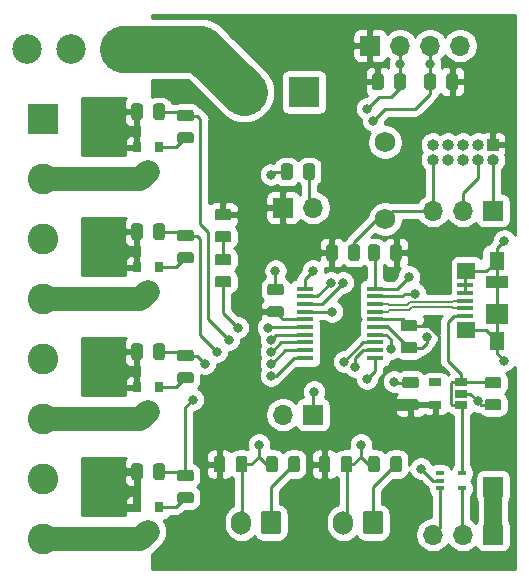
<source format=gbr>
G04 #@! TF.GenerationSoftware,KiCad,Pcbnew,(5.1.5)-3*
G04 #@! TF.CreationDate,2020-01-15T03:57:31-05:00*
G04 #@! TF.ProjectId,STM32 Klipper Expander,53544d33-3220-44b6-9c69-707065722045,rev?*
G04 #@! TF.SameCoordinates,Original*
G04 #@! TF.FileFunction,Copper,L1,Top*
G04 #@! TF.FilePolarity,Positive*
%FSLAX46Y46*%
G04 Gerber Fmt 4.6, Leading zero omitted, Abs format (unit mm)*
G04 Created by KiCad (PCBNEW (5.1.5)-3) date 2020-01-15 03:57:31*
%MOMM*%
%LPD*%
G04 APERTURE LIST*
%ADD10C,0.100000*%
%ADD11O,1.700000X2.000000*%
%ADD12O,1.700000X1.700000*%
%ADD13R,1.700000X1.700000*%
%ADD14R,0.650000X0.400000*%
%ADD15C,2.500000*%
%ADD16R,0.800000X0.900000*%
%ADD17C,1.750000*%
%ADD18O,1.000000X1.000000*%
%ADD19R,1.000000X1.000000*%
%ADD20C,2.600000*%
%ADD21R,2.600000X2.600000*%
%ADD22R,1.060000X0.650000*%
%ADD23R,1.450000X0.450000*%
%ADD24R,1.900000X1.000000*%
%ADD25R,1.900000X1.800000*%
%ADD26R,1.300000X1.650000*%
%ADD27R,1.550000X1.425000*%
%ADD28R,1.380000X0.450000*%
%ADD29C,0.800000*%
%ADD30C,0.250000*%
%ADD31C,1.000000*%
%ADD32C,0.300000*%
%ADD33C,0.200000*%
%ADD34C,2.000000*%
%ADD35C,4.000000*%
%ADD36C,1.500000*%
%ADD37C,0.254000*%
G04 APERTURE END LIST*
G04 #@! TA.AperFunction,ComponentPad*
D10*
G36*
X136184504Y-94429204D02*
G01*
X136208773Y-94432804D01*
X136232571Y-94438765D01*
X136255671Y-94447030D01*
X136277849Y-94457520D01*
X136298893Y-94470133D01*
X136318598Y-94484747D01*
X136336777Y-94501223D01*
X136353253Y-94519402D01*
X136367867Y-94539107D01*
X136380480Y-94560151D01*
X136390970Y-94582329D01*
X136399235Y-94605429D01*
X136405196Y-94629227D01*
X136408796Y-94653496D01*
X136410000Y-94678000D01*
X136410000Y-96178000D01*
X136408796Y-96202504D01*
X136405196Y-96226773D01*
X136399235Y-96250571D01*
X136390970Y-96273671D01*
X136380480Y-96295849D01*
X136367867Y-96316893D01*
X136353253Y-96336598D01*
X136336777Y-96354777D01*
X136318598Y-96371253D01*
X136298893Y-96385867D01*
X136277849Y-96398480D01*
X136255671Y-96408970D01*
X136232571Y-96417235D01*
X136208773Y-96423196D01*
X136184504Y-96426796D01*
X136160000Y-96428000D01*
X134960000Y-96428000D01*
X134935496Y-96426796D01*
X134911227Y-96423196D01*
X134887429Y-96417235D01*
X134864329Y-96408970D01*
X134842151Y-96398480D01*
X134821107Y-96385867D01*
X134801402Y-96371253D01*
X134783223Y-96354777D01*
X134766747Y-96336598D01*
X134752133Y-96316893D01*
X134739520Y-96295849D01*
X134729030Y-96273671D01*
X134720765Y-96250571D01*
X134714804Y-96226773D01*
X134711204Y-96202504D01*
X134710000Y-96178000D01*
X134710000Y-94678000D01*
X134711204Y-94653496D01*
X134714804Y-94629227D01*
X134720765Y-94605429D01*
X134729030Y-94582329D01*
X134739520Y-94560151D01*
X134752133Y-94539107D01*
X134766747Y-94519402D01*
X134783223Y-94501223D01*
X134801402Y-94484747D01*
X134821107Y-94470133D01*
X134842151Y-94457520D01*
X134864329Y-94447030D01*
X134887429Y-94438765D01*
X134911227Y-94432804D01*
X134935496Y-94429204D01*
X134960000Y-94428000D01*
X136160000Y-94428000D01*
X136184504Y-94429204D01*
G37*
G04 #@! TD.AperFunction*
D11*
X133060000Y-95428000D03*
D12*
X127940000Y-86284000D03*
D13*
X130480000Y-86284000D03*
D11*
X124424000Y-95428000D03*
G04 #@! TA.AperFunction,ComponentPad*
D10*
G36*
X127548504Y-94429204D02*
G01*
X127572773Y-94432804D01*
X127596571Y-94438765D01*
X127619671Y-94447030D01*
X127641849Y-94457520D01*
X127662893Y-94470133D01*
X127682598Y-94484747D01*
X127700777Y-94501223D01*
X127717253Y-94519402D01*
X127731867Y-94539107D01*
X127744480Y-94560151D01*
X127754970Y-94582329D01*
X127763235Y-94605429D01*
X127769196Y-94629227D01*
X127772796Y-94653496D01*
X127774000Y-94678000D01*
X127774000Y-96178000D01*
X127772796Y-96202504D01*
X127769196Y-96226773D01*
X127763235Y-96250571D01*
X127754970Y-96273671D01*
X127744480Y-96295849D01*
X127731867Y-96316893D01*
X127717253Y-96336598D01*
X127700777Y-96354777D01*
X127682598Y-96371253D01*
X127662893Y-96385867D01*
X127641849Y-96398480D01*
X127619671Y-96408970D01*
X127596571Y-96417235D01*
X127572773Y-96423196D01*
X127548504Y-96426796D01*
X127524000Y-96428000D01*
X126324000Y-96428000D01*
X126299496Y-96426796D01*
X126275227Y-96423196D01*
X126251429Y-96417235D01*
X126228329Y-96408970D01*
X126206151Y-96398480D01*
X126185107Y-96385867D01*
X126165402Y-96371253D01*
X126147223Y-96354777D01*
X126130747Y-96336598D01*
X126116133Y-96316893D01*
X126103520Y-96295849D01*
X126093030Y-96273671D01*
X126084765Y-96250571D01*
X126078804Y-96226773D01*
X126075204Y-96202504D01*
X126074000Y-96178000D01*
X126074000Y-94678000D01*
X126075204Y-94653496D01*
X126078804Y-94629227D01*
X126084765Y-94605429D01*
X126093030Y-94582329D01*
X126103520Y-94560151D01*
X126116133Y-94539107D01*
X126130747Y-94519402D01*
X126147223Y-94501223D01*
X126165402Y-94484747D01*
X126185107Y-94470133D01*
X126206151Y-94457520D01*
X126228329Y-94447030D01*
X126251429Y-94438765D01*
X126275227Y-94432804D01*
X126299496Y-94429204D01*
X126324000Y-94428000D01*
X127524000Y-94428000D01*
X127548504Y-94429204D01*
G37*
G04 #@! TD.AperFunction*
D12*
X140640000Y-96444000D03*
X143180000Y-96444000D03*
D13*
X145720000Y-96444000D03*
X145720000Y-92380000D03*
D14*
X143114000Y-91222000D03*
X143114000Y-92522000D03*
X141214000Y-91872000D03*
X141214000Y-92522000D03*
X141214000Y-91222000D03*
D15*
X118087000Y-55296000D03*
X114427000Y-55296000D03*
X109957000Y-55296000D03*
X106297000Y-55296000D03*
G04 #@! TA.AperFunction,SMDPad,CuDef*
D10*
G36*
X137781142Y-89776174D02*
G01*
X137804803Y-89779684D01*
X137828007Y-89785496D01*
X137850529Y-89793554D01*
X137872153Y-89803782D01*
X137892670Y-89816079D01*
X137911883Y-89830329D01*
X137929607Y-89846393D01*
X137945671Y-89864117D01*
X137959921Y-89883330D01*
X137972218Y-89903847D01*
X137982446Y-89925471D01*
X137990504Y-89947993D01*
X137996316Y-89971197D01*
X137999826Y-89994858D01*
X138001000Y-90018750D01*
X138001000Y-90931250D01*
X137999826Y-90955142D01*
X137996316Y-90978803D01*
X137990504Y-91002007D01*
X137982446Y-91024529D01*
X137972218Y-91046153D01*
X137959921Y-91066670D01*
X137945671Y-91085883D01*
X137929607Y-91103607D01*
X137911883Y-91119671D01*
X137892670Y-91133921D01*
X137872153Y-91146218D01*
X137850529Y-91156446D01*
X137828007Y-91164504D01*
X137804803Y-91170316D01*
X137781142Y-91173826D01*
X137757250Y-91175000D01*
X137269750Y-91175000D01*
X137245858Y-91173826D01*
X137222197Y-91170316D01*
X137198993Y-91164504D01*
X137176471Y-91156446D01*
X137154847Y-91146218D01*
X137134330Y-91133921D01*
X137115117Y-91119671D01*
X137097393Y-91103607D01*
X137081329Y-91085883D01*
X137067079Y-91066670D01*
X137054782Y-91046153D01*
X137044554Y-91024529D01*
X137036496Y-91002007D01*
X137030684Y-90978803D01*
X137027174Y-90955142D01*
X137026000Y-90931250D01*
X137026000Y-90018750D01*
X137027174Y-89994858D01*
X137030684Y-89971197D01*
X137036496Y-89947993D01*
X137044554Y-89925471D01*
X137054782Y-89903847D01*
X137067079Y-89883330D01*
X137081329Y-89864117D01*
X137097393Y-89846393D01*
X137115117Y-89830329D01*
X137134330Y-89816079D01*
X137154847Y-89803782D01*
X137176471Y-89793554D01*
X137198993Y-89785496D01*
X137222197Y-89779684D01*
X137245858Y-89776174D01*
X137269750Y-89775000D01*
X137757250Y-89775000D01*
X137781142Y-89776174D01*
G37*
G04 #@! TD.AperFunction*
G04 #@! TA.AperFunction,SMDPad,CuDef*
G36*
X135906142Y-89776174D02*
G01*
X135929803Y-89779684D01*
X135953007Y-89785496D01*
X135975529Y-89793554D01*
X135997153Y-89803782D01*
X136017670Y-89816079D01*
X136036883Y-89830329D01*
X136054607Y-89846393D01*
X136070671Y-89864117D01*
X136084921Y-89883330D01*
X136097218Y-89903847D01*
X136107446Y-89925471D01*
X136115504Y-89947993D01*
X136121316Y-89971197D01*
X136124826Y-89994858D01*
X136126000Y-90018750D01*
X136126000Y-90931250D01*
X136124826Y-90955142D01*
X136121316Y-90978803D01*
X136115504Y-91002007D01*
X136107446Y-91024529D01*
X136097218Y-91046153D01*
X136084921Y-91066670D01*
X136070671Y-91085883D01*
X136054607Y-91103607D01*
X136036883Y-91119671D01*
X136017670Y-91133921D01*
X135997153Y-91146218D01*
X135975529Y-91156446D01*
X135953007Y-91164504D01*
X135929803Y-91170316D01*
X135906142Y-91173826D01*
X135882250Y-91175000D01*
X135394750Y-91175000D01*
X135370858Y-91173826D01*
X135347197Y-91170316D01*
X135323993Y-91164504D01*
X135301471Y-91156446D01*
X135279847Y-91146218D01*
X135259330Y-91133921D01*
X135240117Y-91119671D01*
X135222393Y-91103607D01*
X135206329Y-91085883D01*
X135192079Y-91066670D01*
X135179782Y-91046153D01*
X135169554Y-91024529D01*
X135161496Y-91002007D01*
X135155684Y-90978803D01*
X135152174Y-90955142D01*
X135151000Y-90931250D01*
X135151000Y-90018750D01*
X135152174Y-89994858D01*
X135155684Y-89971197D01*
X135161496Y-89947993D01*
X135169554Y-89925471D01*
X135179782Y-89903847D01*
X135192079Y-89883330D01*
X135206329Y-89864117D01*
X135222393Y-89846393D01*
X135240117Y-89830329D01*
X135259330Y-89816079D01*
X135279847Y-89803782D01*
X135301471Y-89793554D01*
X135323993Y-89785496D01*
X135347197Y-89779684D01*
X135370858Y-89776174D01*
X135394750Y-89775000D01*
X135882250Y-89775000D01*
X135906142Y-89776174D01*
G37*
G04 #@! TD.AperFunction*
G04 #@! TA.AperFunction,SMDPad,CuDef*
G36*
X131715142Y-89776174D02*
G01*
X131738803Y-89779684D01*
X131762007Y-89785496D01*
X131784529Y-89793554D01*
X131806153Y-89803782D01*
X131826670Y-89816079D01*
X131845883Y-89830329D01*
X131863607Y-89846393D01*
X131879671Y-89864117D01*
X131893921Y-89883330D01*
X131906218Y-89903847D01*
X131916446Y-89925471D01*
X131924504Y-89947993D01*
X131930316Y-89971197D01*
X131933826Y-89994858D01*
X131935000Y-90018750D01*
X131935000Y-90931250D01*
X131933826Y-90955142D01*
X131930316Y-90978803D01*
X131924504Y-91002007D01*
X131916446Y-91024529D01*
X131906218Y-91046153D01*
X131893921Y-91066670D01*
X131879671Y-91085883D01*
X131863607Y-91103607D01*
X131845883Y-91119671D01*
X131826670Y-91133921D01*
X131806153Y-91146218D01*
X131784529Y-91156446D01*
X131762007Y-91164504D01*
X131738803Y-91170316D01*
X131715142Y-91173826D01*
X131691250Y-91175000D01*
X131203750Y-91175000D01*
X131179858Y-91173826D01*
X131156197Y-91170316D01*
X131132993Y-91164504D01*
X131110471Y-91156446D01*
X131088847Y-91146218D01*
X131068330Y-91133921D01*
X131049117Y-91119671D01*
X131031393Y-91103607D01*
X131015329Y-91085883D01*
X131001079Y-91066670D01*
X130988782Y-91046153D01*
X130978554Y-91024529D01*
X130970496Y-91002007D01*
X130964684Y-90978803D01*
X130961174Y-90955142D01*
X130960000Y-90931250D01*
X130960000Y-90018750D01*
X130961174Y-89994858D01*
X130964684Y-89971197D01*
X130970496Y-89947993D01*
X130978554Y-89925471D01*
X130988782Y-89903847D01*
X131001079Y-89883330D01*
X131015329Y-89864117D01*
X131031393Y-89846393D01*
X131049117Y-89830329D01*
X131068330Y-89816079D01*
X131088847Y-89803782D01*
X131110471Y-89793554D01*
X131132993Y-89785496D01*
X131156197Y-89779684D01*
X131179858Y-89776174D01*
X131203750Y-89775000D01*
X131691250Y-89775000D01*
X131715142Y-89776174D01*
G37*
G04 #@! TD.AperFunction*
G04 #@! TA.AperFunction,SMDPad,CuDef*
G36*
X133590142Y-89776174D02*
G01*
X133613803Y-89779684D01*
X133637007Y-89785496D01*
X133659529Y-89793554D01*
X133681153Y-89803782D01*
X133701670Y-89816079D01*
X133720883Y-89830329D01*
X133738607Y-89846393D01*
X133754671Y-89864117D01*
X133768921Y-89883330D01*
X133781218Y-89903847D01*
X133791446Y-89925471D01*
X133799504Y-89947993D01*
X133805316Y-89971197D01*
X133808826Y-89994858D01*
X133810000Y-90018750D01*
X133810000Y-90931250D01*
X133808826Y-90955142D01*
X133805316Y-90978803D01*
X133799504Y-91002007D01*
X133791446Y-91024529D01*
X133781218Y-91046153D01*
X133768921Y-91066670D01*
X133754671Y-91085883D01*
X133738607Y-91103607D01*
X133720883Y-91119671D01*
X133701670Y-91133921D01*
X133681153Y-91146218D01*
X133659529Y-91156446D01*
X133637007Y-91164504D01*
X133613803Y-91170316D01*
X133590142Y-91173826D01*
X133566250Y-91175000D01*
X133078750Y-91175000D01*
X133054858Y-91173826D01*
X133031197Y-91170316D01*
X133007993Y-91164504D01*
X132985471Y-91156446D01*
X132963847Y-91146218D01*
X132943330Y-91133921D01*
X132924117Y-91119671D01*
X132906393Y-91103607D01*
X132890329Y-91085883D01*
X132876079Y-91066670D01*
X132863782Y-91046153D01*
X132853554Y-91024529D01*
X132845496Y-91002007D01*
X132839684Y-90978803D01*
X132836174Y-90955142D01*
X132835000Y-90931250D01*
X132835000Y-90018750D01*
X132836174Y-89994858D01*
X132839684Y-89971197D01*
X132845496Y-89947993D01*
X132853554Y-89925471D01*
X132863782Y-89903847D01*
X132876079Y-89883330D01*
X132890329Y-89864117D01*
X132906393Y-89846393D01*
X132924117Y-89830329D01*
X132943330Y-89816079D01*
X132963847Y-89803782D01*
X132985471Y-89793554D01*
X133007993Y-89785496D01*
X133031197Y-89779684D01*
X133054858Y-89776174D01*
X133078750Y-89775000D01*
X133566250Y-89775000D01*
X133590142Y-89776174D01*
G37*
G04 #@! TD.AperFunction*
G04 #@! TA.AperFunction,SMDPad,CuDef*
G36*
X124700142Y-89776174D02*
G01*
X124723803Y-89779684D01*
X124747007Y-89785496D01*
X124769529Y-89793554D01*
X124791153Y-89803782D01*
X124811670Y-89816079D01*
X124830883Y-89830329D01*
X124848607Y-89846393D01*
X124864671Y-89864117D01*
X124878921Y-89883330D01*
X124891218Y-89903847D01*
X124901446Y-89925471D01*
X124909504Y-89947993D01*
X124915316Y-89971197D01*
X124918826Y-89994858D01*
X124920000Y-90018750D01*
X124920000Y-90931250D01*
X124918826Y-90955142D01*
X124915316Y-90978803D01*
X124909504Y-91002007D01*
X124901446Y-91024529D01*
X124891218Y-91046153D01*
X124878921Y-91066670D01*
X124864671Y-91085883D01*
X124848607Y-91103607D01*
X124830883Y-91119671D01*
X124811670Y-91133921D01*
X124791153Y-91146218D01*
X124769529Y-91156446D01*
X124747007Y-91164504D01*
X124723803Y-91170316D01*
X124700142Y-91173826D01*
X124676250Y-91175000D01*
X124188750Y-91175000D01*
X124164858Y-91173826D01*
X124141197Y-91170316D01*
X124117993Y-91164504D01*
X124095471Y-91156446D01*
X124073847Y-91146218D01*
X124053330Y-91133921D01*
X124034117Y-91119671D01*
X124016393Y-91103607D01*
X124000329Y-91085883D01*
X123986079Y-91066670D01*
X123973782Y-91046153D01*
X123963554Y-91024529D01*
X123955496Y-91002007D01*
X123949684Y-90978803D01*
X123946174Y-90955142D01*
X123945000Y-90931250D01*
X123945000Y-90018750D01*
X123946174Y-89994858D01*
X123949684Y-89971197D01*
X123955496Y-89947993D01*
X123963554Y-89925471D01*
X123973782Y-89903847D01*
X123986079Y-89883330D01*
X124000329Y-89864117D01*
X124016393Y-89846393D01*
X124034117Y-89830329D01*
X124053330Y-89816079D01*
X124073847Y-89803782D01*
X124095471Y-89793554D01*
X124117993Y-89785496D01*
X124141197Y-89779684D01*
X124164858Y-89776174D01*
X124188750Y-89775000D01*
X124676250Y-89775000D01*
X124700142Y-89776174D01*
G37*
G04 #@! TD.AperFunction*
G04 #@! TA.AperFunction,SMDPad,CuDef*
G36*
X122825142Y-89776174D02*
G01*
X122848803Y-89779684D01*
X122872007Y-89785496D01*
X122894529Y-89793554D01*
X122916153Y-89803782D01*
X122936670Y-89816079D01*
X122955883Y-89830329D01*
X122973607Y-89846393D01*
X122989671Y-89864117D01*
X123003921Y-89883330D01*
X123016218Y-89903847D01*
X123026446Y-89925471D01*
X123034504Y-89947993D01*
X123040316Y-89971197D01*
X123043826Y-89994858D01*
X123045000Y-90018750D01*
X123045000Y-90931250D01*
X123043826Y-90955142D01*
X123040316Y-90978803D01*
X123034504Y-91002007D01*
X123026446Y-91024529D01*
X123016218Y-91046153D01*
X123003921Y-91066670D01*
X122989671Y-91085883D01*
X122973607Y-91103607D01*
X122955883Y-91119671D01*
X122936670Y-91133921D01*
X122916153Y-91146218D01*
X122894529Y-91156446D01*
X122872007Y-91164504D01*
X122848803Y-91170316D01*
X122825142Y-91173826D01*
X122801250Y-91175000D01*
X122313750Y-91175000D01*
X122289858Y-91173826D01*
X122266197Y-91170316D01*
X122242993Y-91164504D01*
X122220471Y-91156446D01*
X122198847Y-91146218D01*
X122178330Y-91133921D01*
X122159117Y-91119671D01*
X122141393Y-91103607D01*
X122125329Y-91085883D01*
X122111079Y-91066670D01*
X122098782Y-91046153D01*
X122088554Y-91024529D01*
X122080496Y-91002007D01*
X122074684Y-90978803D01*
X122071174Y-90955142D01*
X122070000Y-90931250D01*
X122070000Y-90018750D01*
X122071174Y-89994858D01*
X122074684Y-89971197D01*
X122080496Y-89947993D01*
X122088554Y-89925471D01*
X122098782Y-89903847D01*
X122111079Y-89883330D01*
X122125329Y-89864117D01*
X122141393Y-89846393D01*
X122159117Y-89830329D01*
X122178330Y-89816079D01*
X122198847Y-89803782D01*
X122220471Y-89793554D01*
X122242993Y-89785496D01*
X122266197Y-89779684D01*
X122289858Y-89776174D01*
X122313750Y-89775000D01*
X122801250Y-89775000D01*
X122825142Y-89776174D01*
G37*
G04 #@! TD.AperFunction*
G04 #@! TA.AperFunction,SMDPad,CuDef*
G36*
X127270142Y-89776174D02*
G01*
X127293803Y-89779684D01*
X127317007Y-89785496D01*
X127339529Y-89793554D01*
X127361153Y-89803782D01*
X127381670Y-89816079D01*
X127400883Y-89830329D01*
X127418607Y-89846393D01*
X127434671Y-89864117D01*
X127448921Y-89883330D01*
X127461218Y-89903847D01*
X127471446Y-89925471D01*
X127479504Y-89947993D01*
X127485316Y-89971197D01*
X127488826Y-89994858D01*
X127490000Y-90018750D01*
X127490000Y-90931250D01*
X127488826Y-90955142D01*
X127485316Y-90978803D01*
X127479504Y-91002007D01*
X127471446Y-91024529D01*
X127461218Y-91046153D01*
X127448921Y-91066670D01*
X127434671Y-91085883D01*
X127418607Y-91103607D01*
X127400883Y-91119671D01*
X127381670Y-91133921D01*
X127361153Y-91146218D01*
X127339529Y-91156446D01*
X127317007Y-91164504D01*
X127293803Y-91170316D01*
X127270142Y-91173826D01*
X127246250Y-91175000D01*
X126758750Y-91175000D01*
X126734858Y-91173826D01*
X126711197Y-91170316D01*
X126687993Y-91164504D01*
X126665471Y-91156446D01*
X126643847Y-91146218D01*
X126623330Y-91133921D01*
X126604117Y-91119671D01*
X126586393Y-91103607D01*
X126570329Y-91085883D01*
X126556079Y-91066670D01*
X126543782Y-91046153D01*
X126533554Y-91024529D01*
X126525496Y-91002007D01*
X126519684Y-90978803D01*
X126516174Y-90955142D01*
X126515000Y-90931250D01*
X126515000Y-90018750D01*
X126516174Y-89994858D01*
X126519684Y-89971197D01*
X126525496Y-89947993D01*
X126533554Y-89925471D01*
X126543782Y-89903847D01*
X126556079Y-89883330D01*
X126570329Y-89864117D01*
X126586393Y-89846393D01*
X126604117Y-89830329D01*
X126623330Y-89816079D01*
X126643847Y-89803782D01*
X126665471Y-89793554D01*
X126687993Y-89785496D01*
X126711197Y-89779684D01*
X126734858Y-89776174D01*
X126758750Y-89775000D01*
X127246250Y-89775000D01*
X127270142Y-89776174D01*
G37*
G04 #@! TD.AperFunction*
G04 #@! TA.AperFunction,SMDPad,CuDef*
G36*
X129145142Y-89776174D02*
G01*
X129168803Y-89779684D01*
X129192007Y-89785496D01*
X129214529Y-89793554D01*
X129236153Y-89803782D01*
X129256670Y-89816079D01*
X129275883Y-89830329D01*
X129293607Y-89846393D01*
X129309671Y-89864117D01*
X129323921Y-89883330D01*
X129336218Y-89903847D01*
X129346446Y-89925471D01*
X129354504Y-89947993D01*
X129360316Y-89971197D01*
X129363826Y-89994858D01*
X129365000Y-90018750D01*
X129365000Y-90931250D01*
X129363826Y-90955142D01*
X129360316Y-90978803D01*
X129354504Y-91002007D01*
X129346446Y-91024529D01*
X129336218Y-91046153D01*
X129323921Y-91066670D01*
X129309671Y-91085883D01*
X129293607Y-91103607D01*
X129275883Y-91119671D01*
X129256670Y-91133921D01*
X129236153Y-91146218D01*
X129214529Y-91156446D01*
X129192007Y-91164504D01*
X129168803Y-91170316D01*
X129145142Y-91173826D01*
X129121250Y-91175000D01*
X128633750Y-91175000D01*
X128609858Y-91173826D01*
X128586197Y-91170316D01*
X128562993Y-91164504D01*
X128540471Y-91156446D01*
X128518847Y-91146218D01*
X128498330Y-91133921D01*
X128479117Y-91119671D01*
X128461393Y-91103607D01*
X128445329Y-91085883D01*
X128431079Y-91066670D01*
X128418782Y-91046153D01*
X128408554Y-91024529D01*
X128400496Y-91002007D01*
X128394684Y-90978803D01*
X128391174Y-90955142D01*
X128390000Y-90931250D01*
X128390000Y-90018750D01*
X128391174Y-89994858D01*
X128394684Y-89971197D01*
X128400496Y-89947993D01*
X128408554Y-89925471D01*
X128418782Y-89903847D01*
X128431079Y-89883330D01*
X128445329Y-89864117D01*
X128461393Y-89846393D01*
X128479117Y-89830329D01*
X128498330Y-89816079D01*
X128518847Y-89803782D01*
X128540471Y-89793554D01*
X128562993Y-89785496D01*
X128586197Y-89779684D01*
X128609858Y-89776174D01*
X128633750Y-89775000D01*
X129121250Y-89775000D01*
X129145142Y-89776174D01*
G37*
G04 #@! TD.AperFunction*
D16*
X117460000Y-94140000D03*
X115560000Y-94140000D03*
X116510000Y-96140000D03*
X117460000Y-83980000D03*
X115560000Y-83980000D03*
X116510000Y-85980000D03*
X117460000Y-73820000D03*
X115560000Y-73820000D03*
X116510000Y-75820000D03*
X116510000Y-65660000D03*
X115560000Y-63660000D03*
X117460000Y-63660000D03*
D17*
X136576000Y-63222000D03*
X136576000Y-69722000D03*
G04 #@! TA.AperFunction,SMDPad,CuDef*
D10*
G36*
X123340142Y-68858174D02*
G01*
X123363803Y-68861684D01*
X123387007Y-68867496D01*
X123409529Y-68875554D01*
X123431153Y-68885782D01*
X123451670Y-68898079D01*
X123470883Y-68912329D01*
X123488607Y-68928393D01*
X123504671Y-68946117D01*
X123518921Y-68965330D01*
X123531218Y-68985847D01*
X123541446Y-69007471D01*
X123549504Y-69029993D01*
X123555316Y-69053197D01*
X123558826Y-69076858D01*
X123560000Y-69100750D01*
X123560000Y-69588250D01*
X123558826Y-69612142D01*
X123555316Y-69635803D01*
X123549504Y-69659007D01*
X123541446Y-69681529D01*
X123531218Y-69703153D01*
X123518921Y-69723670D01*
X123504671Y-69742883D01*
X123488607Y-69760607D01*
X123470883Y-69776671D01*
X123451670Y-69790921D01*
X123431153Y-69803218D01*
X123409529Y-69813446D01*
X123387007Y-69821504D01*
X123363803Y-69827316D01*
X123340142Y-69830826D01*
X123316250Y-69832000D01*
X122403750Y-69832000D01*
X122379858Y-69830826D01*
X122356197Y-69827316D01*
X122332993Y-69821504D01*
X122310471Y-69813446D01*
X122288847Y-69803218D01*
X122268330Y-69790921D01*
X122249117Y-69776671D01*
X122231393Y-69760607D01*
X122215329Y-69742883D01*
X122201079Y-69723670D01*
X122188782Y-69703153D01*
X122178554Y-69681529D01*
X122170496Y-69659007D01*
X122164684Y-69635803D01*
X122161174Y-69612142D01*
X122160000Y-69588250D01*
X122160000Y-69100750D01*
X122161174Y-69076858D01*
X122164684Y-69053197D01*
X122170496Y-69029993D01*
X122178554Y-69007471D01*
X122188782Y-68985847D01*
X122201079Y-68965330D01*
X122215329Y-68946117D01*
X122231393Y-68928393D01*
X122249117Y-68912329D01*
X122268330Y-68898079D01*
X122288847Y-68885782D01*
X122310471Y-68875554D01*
X122332993Y-68867496D01*
X122356197Y-68861684D01*
X122379858Y-68858174D01*
X122403750Y-68857000D01*
X123316250Y-68857000D01*
X123340142Y-68858174D01*
G37*
G04 #@! TD.AperFunction*
G04 #@! TA.AperFunction,SMDPad,CuDef*
G36*
X123340142Y-70733174D02*
G01*
X123363803Y-70736684D01*
X123387007Y-70742496D01*
X123409529Y-70750554D01*
X123431153Y-70760782D01*
X123451670Y-70773079D01*
X123470883Y-70787329D01*
X123488607Y-70803393D01*
X123504671Y-70821117D01*
X123518921Y-70840330D01*
X123531218Y-70860847D01*
X123541446Y-70882471D01*
X123549504Y-70904993D01*
X123555316Y-70928197D01*
X123558826Y-70951858D01*
X123560000Y-70975750D01*
X123560000Y-71463250D01*
X123558826Y-71487142D01*
X123555316Y-71510803D01*
X123549504Y-71534007D01*
X123541446Y-71556529D01*
X123531218Y-71578153D01*
X123518921Y-71598670D01*
X123504671Y-71617883D01*
X123488607Y-71635607D01*
X123470883Y-71651671D01*
X123451670Y-71665921D01*
X123431153Y-71678218D01*
X123409529Y-71688446D01*
X123387007Y-71696504D01*
X123363803Y-71702316D01*
X123340142Y-71705826D01*
X123316250Y-71707000D01*
X122403750Y-71707000D01*
X122379858Y-71705826D01*
X122356197Y-71702316D01*
X122332993Y-71696504D01*
X122310471Y-71688446D01*
X122288847Y-71678218D01*
X122268330Y-71665921D01*
X122249117Y-71651671D01*
X122231393Y-71635607D01*
X122215329Y-71617883D01*
X122201079Y-71598670D01*
X122188782Y-71578153D01*
X122178554Y-71556529D01*
X122170496Y-71534007D01*
X122164684Y-71510803D01*
X122161174Y-71487142D01*
X122160000Y-71463250D01*
X122160000Y-70975750D01*
X122161174Y-70951858D01*
X122164684Y-70928197D01*
X122170496Y-70904993D01*
X122178554Y-70882471D01*
X122188782Y-70860847D01*
X122201079Y-70840330D01*
X122215329Y-70821117D01*
X122231393Y-70803393D01*
X122249117Y-70787329D01*
X122268330Y-70773079D01*
X122288847Y-70760782D01*
X122310471Y-70750554D01*
X122332993Y-70742496D01*
X122356197Y-70736684D01*
X122379858Y-70733174D01*
X122403750Y-70732000D01*
X123316250Y-70732000D01*
X123340142Y-70733174D01*
G37*
G04 #@! TD.AperFunction*
G04 #@! TA.AperFunction,SMDPad,CuDef*
G36*
X134225142Y-71869174D02*
G01*
X134248803Y-71872684D01*
X134272007Y-71878496D01*
X134294529Y-71886554D01*
X134316153Y-71896782D01*
X134336670Y-71909079D01*
X134355883Y-71923329D01*
X134373607Y-71939393D01*
X134389671Y-71957117D01*
X134403921Y-71976330D01*
X134416218Y-71996847D01*
X134426446Y-72018471D01*
X134434504Y-72040993D01*
X134440316Y-72064197D01*
X134443826Y-72087858D01*
X134445000Y-72111750D01*
X134445000Y-73024250D01*
X134443826Y-73048142D01*
X134440316Y-73071803D01*
X134434504Y-73095007D01*
X134426446Y-73117529D01*
X134416218Y-73139153D01*
X134403921Y-73159670D01*
X134389671Y-73178883D01*
X134373607Y-73196607D01*
X134355883Y-73212671D01*
X134336670Y-73226921D01*
X134316153Y-73239218D01*
X134294529Y-73249446D01*
X134272007Y-73257504D01*
X134248803Y-73263316D01*
X134225142Y-73266826D01*
X134201250Y-73268000D01*
X133713750Y-73268000D01*
X133689858Y-73266826D01*
X133666197Y-73263316D01*
X133642993Y-73257504D01*
X133620471Y-73249446D01*
X133598847Y-73239218D01*
X133578330Y-73226921D01*
X133559117Y-73212671D01*
X133541393Y-73196607D01*
X133525329Y-73178883D01*
X133511079Y-73159670D01*
X133498782Y-73139153D01*
X133488554Y-73117529D01*
X133480496Y-73095007D01*
X133474684Y-73071803D01*
X133471174Y-73048142D01*
X133470000Y-73024250D01*
X133470000Y-72111750D01*
X133471174Y-72087858D01*
X133474684Y-72064197D01*
X133480496Y-72040993D01*
X133488554Y-72018471D01*
X133498782Y-71996847D01*
X133511079Y-71976330D01*
X133525329Y-71957117D01*
X133541393Y-71939393D01*
X133559117Y-71923329D01*
X133578330Y-71909079D01*
X133598847Y-71896782D01*
X133620471Y-71886554D01*
X133642993Y-71878496D01*
X133666197Y-71872684D01*
X133689858Y-71869174D01*
X133713750Y-71868000D01*
X134201250Y-71868000D01*
X134225142Y-71869174D01*
G37*
G04 #@! TD.AperFunction*
G04 #@! TA.AperFunction,SMDPad,CuDef*
G36*
X132350142Y-71869174D02*
G01*
X132373803Y-71872684D01*
X132397007Y-71878496D01*
X132419529Y-71886554D01*
X132441153Y-71896782D01*
X132461670Y-71909079D01*
X132480883Y-71923329D01*
X132498607Y-71939393D01*
X132514671Y-71957117D01*
X132528921Y-71976330D01*
X132541218Y-71996847D01*
X132551446Y-72018471D01*
X132559504Y-72040993D01*
X132565316Y-72064197D01*
X132568826Y-72087858D01*
X132570000Y-72111750D01*
X132570000Y-73024250D01*
X132568826Y-73048142D01*
X132565316Y-73071803D01*
X132559504Y-73095007D01*
X132551446Y-73117529D01*
X132541218Y-73139153D01*
X132528921Y-73159670D01*
X132514671Y-73178883D01*
X132498607Y-73196607D01*
X132480883Y-73212671D01*
X132461670Y-73226921D01*
X132441153Y-73239218D01*
X132419529Y-73249446D01*
X132397007Y-73257504D01*
X132373803Y-73263316D01*
X132350142Y-73266826D01*
X132326250Y-73268000D01*
X131838750Y-73268000D01*
X131814858Y-73266826D01*
X131791197Y-73263316D01*
X131767993Y-73257504D01*
X131745471Y-73249446D01*
X131723847Y-73239218D01*
X131703330Y-73226921D01*
X131684117Y-73212671D01*
X131666393Y-73196607D01*
X131650329Y-73178883D01*
X131636079Y-73159670D01*
X131623782Y-73139153D01*
X131613554Y-73117529D01*
X131605496Y-73095007D01*
X131599684Y-73071803D01*
X131596174Y-73048142D01*
X131595000Y-73024250D01*
X131595000Y-72111750D01*
X131596174Y-72087858D01*
X131599684Y-72064197D01*
X131605496Y-72040993D01*
X131613554Y-72018471D01*
X131623782Y-71996847D01*
X131636079Y-71976330D01*
X131650329Y-71957117D01*
X131666393Y-71939393D01*
X131684117Y-71923329D01*
X131703330Y-71909079D01*
X131723847Y-71896782D01*
X131745471Y-71886554D01*
X131767993Y-71878496D01*
X131791197Y-71872684D01*
X131814858Y-71869174D01*
X131838750Y-71868000D01*
X132326250Y-71868000D01*
X132350142Y-71869174D01*
G37*
G04 #@! TD.AperFunction*
D12*
X140640000Y-69012000D03*
X143180000Y-69012000D03*
D13*
X145720000Y-69012000D03*
D18*
X140640000Y-64694000D03*
X140640000Y-63424000D03*
X141910000Y-64694000D03*
X141910000Y-63424000D03*
X143180000Y-64694000D03*
X143180000Y-63424000D03*
X144450000Y-64694000D03*
X144450000Y-63424000D03*
X145720000Y-64694000D03*
D19*
X145720000Y-63424000D03*
G04 #@! TA.AperFunction,SMDPad,CuDef*
D10*
G36*
X123340142Y-72668174D02*
G01*
X123363803Y-72671684D01*
X123387007Y-72677496D01*
X123409529Y-72685554D01*
X123431153Y-72695782D01*
X123451670Y-72708079D01*
X123470883Y-72722329D01*
X123488607Y-72738393D01*
X123504671Y-72756117D01*
X123518921Y-72775330D01*
X123531218Y-72795847D01*
X123541446Y-72817471D01*
X123549504Y-72839993D01*
X123555316Y-72863197D01*
X123558826Y-72886858D01*
X123560000Y-72910750D01*
X123560000Y-73398250D01*
X123558826Y-73422142D01*
X123555316Y-73445803D01*
X123549504Y-73469007D01*
X123541446Y-73491529D01*
X123531218Y-73513153D01*
X123518921Y-73533670D01*
X123504671Y-73552883D01*
X123488607Y-73570607D01*
X123470883Y-73586671D01*
X123451670Y-73600921D01*
X123431153Y-73613218D01*
X123409529Y-73623446D01*
X123387007Y-73631504D01*
X123363803Y-73637316D01*
X123340142Y-73640826D01*
X123316250Y-73642000D01*
X122403750Y-73642000D01*
X122379858Y-73640826D01*
X122356197Y-73637316D01*
X122332993Y-73631504D01*
X122310471Y-73623446D01*
X122288847Y-73613218D01*
X122268330Y-73600921D01*
X122249117Y-73586671D01*
X122231393Y-73570607D01*
X122215329Y-73552883D01*
X122201079Y-73533670D01*
X122188782Y-73513153D01*
X122178554Y-73491529D01*
X122170496Y-73469007D01*
X122164684Y-73445803D01*
X122161174Y-73422142D01*
X122160000Y-73398250D01*
X122160000Y-72910750D01*
X122161174Y-72886858D01*
X122164684Y-72863197D01*
X122170496Y-72839993D01*
X122178554Y-72817471D01*
X122188782Y-72795847D01*
X122201079Y-72775330D01*
X122215329Y-72756117D01*
X122231393Y-72738393D01*
X122249117Y-72722329D01*
X122268330Y-72708079D01*
X122288847Y-72695782D01*
X122310471Y-72685554D01*
X122332993Y-72677496D01*
X122356197Y-72671684D01*
X122379858Y-72668174D01*
X122403750Y-72667000D01*
X123316250Y-72667000D01*
X123340142Y-72668174D01*
G37*
G04 #@! TD.AperFunction*
G04 #@! TA.AperFunction,SMDPad,CuDef*
G36*
X123340142Y-74543174D02*
G01*
X123363803Y-74546684D01*
X123387007Y-74552496D01*
X123409529Y-74560554D01*
X123431153Y-74570782D01*
X123451670Y-74583079D01*
X123470883Y-74597329D01*
X123488607Y-74613393D01*
X123504671Y-74631117D01*
X123518921Y-74650330D01*
X123531218Y-74670847D01*
X123541446Y-74692471D01*
X123549504Y-74714993D01*
X123555316Y-74738197D01*
X123558826Y-74761858D01*
X123560000Y-74785750D01*
X123560000Y-75273250D01*
X123558826Y-75297142D01*
X123555316Y-75320803D01*
X123549504Y-75344007D01*
X123541446Y-75366529D01*
X123531218Y-75388153D01*
X123518921Y-75408670D01*
X123504671Y-75427883D01*
X123488607Y-75445607D01*
X123470883Y-75461671D01*
X123451670Y-75475921D01*
X123431153Y-75488218D01*
X123409529Y-75498446D01*
X123387007Y-75506504D01*
X123363803Y-75512316D01*
X123340142Y-75515826D01*
X123316250Y-75517000D01*
X122403750Y-75517000D01*
X122379858Y-75515826D01*
X122356197Y-75512316D01*
X122332993Y-75506504D01*
X122310471Y-75498446D01*
X122288847Y-75488218D01*
X122268330Y-75475921D01*
X122249117Y-75461671D01*
X122231393Y-75445607D01*
X122215329Y-75427883D01*
X122201079Y-75408670D01*
X122188782Y-75388153D01*
X122178554Y-75366529D01*
X122170496Y-75344007D01*
X122164684Y-75320803D01*
X122161174Y-75297142D01*
X122160000Y-75273250D01*
X122160000Y-74785750D01*
X122161174Y-74761858D01*
X122164684Y-74738197D01*
X122170496Y-74714993D01*
X122178554Y-74692471D01*
X122188782Y-74670847D01*
X122201079Y-74650330D01*
X122215329Y-74631117D01*
X122231393Y-74613393D01*
X122249117Y-74597329D01*
X122268330Y-74583079D01*
X122288847Y-74570782D01*
X122310471Y-74560554D01*
X122332993Y-74552496D01*
X122356197Y-74546684D01*
X122379858Y-74543174D01*
X122403750Y-74542000D01*
X123316250Y-74542000D01*
X123340142Y-74543174D01*
G37*
G04 #@! TD.AperFunction*
D12*
X130480000Y-68758000D03*
D13*
X127940000Y-68758000D03*
D20*
X124638000Y-58979000D03*
D21*
X129718000Y-58979000D03*
X107620000Y-61265000D03*
D20*
X107620000Y-66345000D03*
X107620000Y-71425000D03*
X107620000Y-76505000D03*
X107620000Y-81585000D03*
X107620000Y-86665000D03*
X107620000Y-91745000D03*
X107620000Y-96825000D03*
G04 #@! TA.AperFunction,SMDPad,CuDef*
D10*
G36*
X120165142Y-80796174D02*
G01*
X120188803Y-80799684D01*
X120212007Y-80805496D01*
X120234529Y-80813554D01*
X120256153Y-80823782D01*
X120276670Y-80836079D01*
X120295883Y-80850329D01*
X120313607Y-80866393D01*
X120329671Y-80884117D01*
X120343921Y-80903330D01*
X120356218Y-80923847D01*
X120366446Y-80945471D01*
X120374504Y-80967993D01*
X120380316Y-80991197D01*
X120383826Y-81014858D01*
X120385000Y-81038750D01*
X120385000Y-81526250D01*
X120383826Y-81550142D01*
X120380316Y-81573803D01*
X120374504Y-81597007D01*
X120366446Y-81619529D01*
X120356218Y-81641153D01*
X120343921Y-81661670D01*
X120329671Y-81680883D01*
X120313607Y-81698607D01*
X120295883Y-81714671D01*
X120276670Y-81728921D01*
X120256153Y-81741218D01*
X120234529Y-81751446D01*
X120212007Y-81759504D01*
X120188803Y-81765316D01*
X120165142Y-81768826D01*
X120141250Y-81770000D01*
X119228750Y-81770000D01*
X119204858Y-81768826D01*
X119181197Y-81765316D01*
X119157993Y-81759504D01*
X119135471Y-81751446D01*
X119113847Y-81741218D01*
X119093330Y-81728921D01*
X119074117Y-81714671D01*
X119056393Y-81698607D01*
X119040329Y-81680883D01*
X119026079Y-81661670D01*
X119013782Y-81641153D01*
X119003554Y-81619529D01*
X118995496Y-81597007D01*
X118989684Y-81573803D01*
X118986174Y-81550142D01*
X118985000Y-81526250D01*
X118985000Y-81038750D01*
X118986174Y-81014858D01*
X118989684Y-80991197D01*
X118995496Y-80967993D01*
X119003554Y-80945471D01*
X119013782Y-80923847D01*
X119026079Y-80903330D01*
X119040329Y-80884117D01*
X119056393Y-80866393D01*
X119074117Y-80850329D01*
X119093330Y-80836079D01*
X119113847Y-80823782D01*
X119135471Y-80813554D01*
X119157993Y-80805496D01*
X119181197Y-80799684D01*
X119204858Y-80796174D01*
X119228750Y-80795000D01*
X120141250Y-80795000D01*
X120165142Y-80796174D01*
G37*
G04 #@! TD.AperFunction*
G04 #@! TA.AperFunction,SMDPad,CuDef*
G36*
X120165142Y-82671174D02*
G01*
X120188803Y-82674684D01*
X120212007Y-82680496D01*
X120234529Y-82688554D01*
X120256153Y-82698782D01*
X120276670Y-82711079D01*
X120295883Y-82725329D01*
X120313607Y-82741393D01*
X120329671Y-82759117D01*
X120343921Y-82778330D01*
X120356218Y-82798847D01*
X120366446Y-82820471D01*
X120374504Y-82842993D01*
X120380316Y-82866197D01*
X120383826Y-82889858D01*
X120385000Y-82913750D01*
X120385000Y-83401250D01*
X120383826Y-83425142D01*
X120380316Y-83448803D01*
X120374504Y-83472007D01*
X120366446Y-83494529D01*
X120356218Y-83516153D01*
X120343921Y-83536670D01*
X120329671Y-83555883D01*
X120313607Y-83573607D01*
X120295883Y-83589671D01*
X120276670Y-83603921D01*
X120256153Y-83616218D01*
X120234529Y-83626446D01*
X120212007Y-83634504D01*
X120188803Y-83640316D01*
X120165142Y-83643826D01*
X120141250Y-83645000D01*
X119228750Y-83645000D01*
X119204858Y-83643826D01*
X119181197Y-83640316D01*
X119157993Y-83634504D01*
X119135471Y-83626446D01*
X119113847Y-83616218D01*
X119093330Y-83603921D01*
X119074117Y-83589671D01*
X119056393Y-83573607D01*
X119040329Y-83555883D01*
X119026079Y-83536670D01*
X119013782Y-83516153D01*
X119003554Y-83494529D01*
X118995496Y-83472007D01*
X118989684Y-83448803D01*
X118986174Y-83425142D01*
X118985000Y-83401250D01*
X118985000Y-82913750D01*
X118986174Y-82889858D01*
X118989684Y-82866197D01*
X118995496Y-82842993D01*
X119003554Y-82820471D01*
X119013782Y-82798847D01*
X119026079Y-82778330D01*
X119040329Y-82759117D01*
X119056393Y-82741393D01*
X119074117Y-82725329D01*
X119093330Y-82711079D01*
X119113847Y-82698782D01*
X119135471Y-82688554D01*
X119157993Y-82680496D01*
X119181197Y-82674684D01*
X119204858Y-82671174D01*
X119228750Y-82670000D01*
X120141250Y-82670000D01*
X120165142Y-82671174D01*
G37*
G04 #@! TD.AperFunction*
G04 #@! TA.AperFunction,SMDPad,CuDef*
G36*
X120165142Y-90956174D02*
G01*
X120188803Y-90959684D01*
X120212007Y-90965496D01*
X120234529Y-90973554D01*
X120256153Y-90983782D01*
X120276670Y-90996079D01*
X120295883Y-91010329D01*
X120313607Y-91026393D01*
X120329671Y-91044117D01*
X120343921Y-91063330D01*
X120356218Y-91083847D01*
X120366446Y-91105471D01*
X120374504Y-91127993D01*
X120380316Y-91151197D01*
X120383826Y-91174858D01*
X120385000Y-91198750D01*
X120385000Y-91686250D01*
X120383826Y-91710142D01*
X120380316Y-91733803D01*
X120374504Y-91757007D01*
X120366446Y-91779529D01*
X120356218Y-91801153D01*
X120343921Y-91821670D01*
X120329671Y-91840883D01*
X120313607Y-91858607D01*
X120295883Y-91874671D01*
X120276670Y-91888921D01*
X120256153Y-91901218D01*
X120234529Y-91911446D01*
X120212007Y-91919504D01*
X120188803Y-91925316D01*
X120165142Y-91928826D01*
X120141250Y-91930000D01*
X119228750Y-91930000D01*
X119204858Y-91928826D01*
X119181197Y-91925316D01*
X119157993Y-91919504D01*
X119135471Y-91911446D01*
X119113847Y-91901218D01*
X119093330Y-91888921D01*
X119074117Y-91874671D01*
X119056393Y-91858607D01*
X119040329Y-91840883D01*
X119026079Y-91821670D01*
X119013782Y-91801153D01*
X119003554Y-91779529D01*
X118995496Y-91757007D01*
X118989684Y-91733803D01*
X118986174Y-91710142D01*
X118985000Y-91686250D01*
X118985000Y-91198750D01*
X118986174Y-91174858D01*
X118989684Y-91151197D01*
X118995496Y-91127993D01*
X119003554Y-91105471D01*
X119013782Y-91083847D01*
X119026079Y-91063330D01*
X119040329Y-91044117D01*
X119056393Y-91026393D01*
X119074117Y-91010329D01*
X119093330Y-90996079D01*
X119113847Y-90983782D01*
X119135471Y-90973554D01*
X119157993Y-90965496D01*
X119181197Y-90959684D01*
X119204858Y-90956174D01*
X119228750Y-90955000D01*
X120141250Y-90955000D01*
X120165142Y-90956174D01*
G37*
G04 #@! TD.AperFunction*
G04 #@! TA.AperFunction,SMDPad,CuDef*
G36*
X120165142Y-92831174D02*
G01*
X120188803Y-92834684D01*
X120212007Y-92840496D01*
X120234529Y-92848554D01*
X120256153Y-92858782D01*
X120276670Y-92871079D01*
X120295883Y-92885329D01*
X120313607Y-92901393D01*
X120329671Y-92919117D01*
X120343921Y-92938330D01*
X120356218Y-92958847D01*
X120366446Y-92980471D01*
X120374504Y-93002993D01*
X120380316Y-93026197D01*
X120383826Y-93049858D01*
X120385000Y-93073750D01*
X120385000Y-93561250D01*
X120383826Y-93585142D01*
X120380316Y-93608803D01*
X120374504Y-93632007D01*
X120366446Y-93654529D01*
X120356218Y-93676153D01*
X120343921Y-93696670D01*
X120329671Y-93715883D01*
X120313607Y-93733607D01*
X120295883Y-93749671D01*
X120276670Y-93763921D01*
X120256153Y-93776218D01*
X120234529Y-93786446D01*
X120212007Y-93794504D01*
X120188803Y-93800316D01*
X120165142Y-93803826D01*
X120141250Y-93805000D01*
X119228750Y-93805000D01*
X119204858Y-93803826D01*
X119181197Y-93800316D01*
X119157993Y-93794504D01*
X119135471Y-93786446D01*
X119113847Y-93776218D01*
X119093330Y-93763921D01*
X119074117Y-93749671D01*
X119056393Y-93733607D01*
X119040329Y-93715883D01*
X119026079Y-93696670D01*
X119013782Y-93676153D01*
X119003554Y-93654529D01*
X118995496Y-93632007D01*
X118989684Y-93608803D01*
X118986174Y-93585142D01*
X118985000Y-93561250D01*
X118985000Y-93073750D01*
X118986174Y-93049858D01*
X118989684Y-93026197D01*
X118995496Y-93002993D01*
X119003554Y-92980471D01*
X119013782Y-92958847D01*
X119026079Y-92938330D01*
X119040329Y-92919117D01*
X119056393Y-92901393D01*
X119074117Y-92885329D01*
X119093330Y-92871079D01*
X119113847Y-92858782D01*
X119135471Y-92848554D01*
X119157993Y-92840496D01*
X119181197Y-92834684D01*
X119204858Y-92831174D01*
X119228750Y-92830000D01*
X120141250Y-92830000D01*
X120165142Y-92831174D01*
G37*
G04 #@! TD.AperFunction*
G04 #@! TA.AperFunction,SMDPad,CuDef*
G36*
X120165142Y-70636174D02*
G01*
X120188803Y-70639684D01*
X120212007Y-70645496D01*
X120234529Y-70653554D01*
X120256153Y-70663782D01*
X120276670Y-70676079D01*
X120295883Y-70690329D01*
X120313607Y-70706393D01*
X120329671Y-70724117D01*
X120343921Y-70743330D01*
X120356218Y-70763847D01*
X120366446Y-70785471D01*
X120374504Y-70807993D01*
X120380316Y-70831197D01*
X120383826Y-70854858D01*
X120385000Y-70878750D01*
X120385000Y-71366250D01*
X120383826Y-71390142D01*
X120380316Y-71413803D01*
X120374504Y-71437007D01*
X120366446Y-71459529D01*
X120356218Y-71481153D01*
X120343921Y-71501670D01*
X120329671Y-71520883D01*
X120313607Y-71538607D01*
X120295883Y-71554671D01*
X120276670Y-71568921D01*
X120256153Y-71581218D01*
X120234529Y-71591446D01*
X120212007Y-71599504D01*
X120188803Y-71605316D01*
X120165142Y-71608826D01*
X120141250Y-71610000D01*
X119228750Y-71610000D01*
X119204858Y-71608826D01*
X119181197Y-71605316D01*
X119157993Y-71599504D01*
X119135471Y-71591446D01*
X119113847Y-71581218D01*
X119093330Y-71568921D01*
X119074117Y-71554671D01*
X119056393Y-71538607D01*
X119040329Y-71520883D01*
X119026079Y-71501670D01*
X119013782Y-71481153D01*
X119003554Y-71459529D01*
X118995496Y-71437007D01*
X118989684Y-71413803D01*
X118986174Y-71390142D01*
X118985000Y-71366250D01*
X118985000Y-70878750D01*
X118986174Y-70854858D01*
X118989684Y-70831197D01*
X118995496Y-70807993D01*
X119003554Y-70785471D01*
X119013782Y-70763847D01*
X119026079Y-70743330D01*
X119040329Y-70724117D01*
X119056393Y-70706393D01*
X119074117Y-70690329D01*
X119093330Y-70676079D01*
X119113847Y-70663782D01*
X119135471Y-70653554D01*
X119157993Y-70645496D01*
X119181197Y-70639684D01*
X119204858Y-70636174D01*
X119228750Y-70635000D01*
X120141250Y-70635000D01*
X120165142Y-70636174D01*
G37*
G04 #@! TD.AperFunction*
G04 #@! TA.AperFunction,SMDPad,CuDef*
G36*
X120165142Y-72511174D02*
G01*
X120188803Y-72514684D01*
X120212007Y-72520496D01*
X120234529Y-72528554D01*
X120256153Y-72538782D01*
X120276670Y-72551079D01*
X120295883Y-72565329D01*
X120313607Y-72581393D01*
X120329671Y-72599117D01*
X120343921Y-72618330D01*
X120356218Y-72638847D01*
X120366446Y-72660471D01*
X120374504Y-72682993D01*
X120380316Y-72706197D01*
X120383826Y-72729858D01*
X120385000Y-72753750D01*
X120385000Y-73241250D01*
X120383826Y-73265142D01*
X120380316Y-73288803D01*
X120374504Y-73312007D01*
X120366446Y-73334529D01*
X120356218Y-73356153D01*
X120343921Y-73376670D01*
X120329671Y-73395883D01*
X120313607Y-73413607D01*
X120295883Y-73429671D01*
X120276670Y-73443921D01*
X120256153Y-73456218D01*
X120234529Y-73466446D01*
X120212007Y-73474504D01*
X120188803Y-73480316D01*
X120165142Y-73483826D01*
X120141250Y-73485000D01*
X119228750Y-73485000D01*
X119204858Y-73483826D01*
X119181197Y-73480316D01*
X119157993Y-73474504D01*
X119135471Y-73466446D01*
X119113847Y-73456218D01*
X119093330Y-73443921D01*
X119074117Y-73429671D01*
X119056393Y-73413607D01*
X119040329Y-73395883D01*
X119026079Y-73376670D01*
X119013782Y-73356153D01*
X119003554Y-73334529D01*
X118995496Y-73312007D01*
X118989684Y-73288803D01*
X118986174Y-73265142D01*
X118985000Y-73241250D01*
X118985000Y-72753750D01*
X118986174Y-72729858D01*
X118989684Y-72706197D01*
X118995496Y-72682993D01*
X119003554Y-72660471D01*
X119013782Y-72638847D01*
X119026079Y-72618330D01*
X119040329Y-72599117D01*
X119056393Y-72581393D01*
X119074117Y-72565329D01*
X119093330Y-72551079D01*
X119113847Y-72538782D01*
X119135471Y-72528554D01*
X119157993Y-72520496D01*
X119181197Y-72514684D01*
X119204858Y-72511174D01*
X119228750Y-72510000D01*
X120141250Y-72510000D01*
X120165142Y-72511174D01*
G37*
G04 #@! TD.AperFunction*
G04 #@! TA.AperFunction,SMDPad,CuDef*
G36*
X120165142Y-62351174D02*
G01*
X120188803Y-62354684D01*
X120212007Y-62360496D01*
X120234529Y-62368554D01*
X120256153Y-62378782D01*
X120276670Y-62391079D01*
X120295883Y-62405329D01*
X120313607Y-62421393D01*
X120329671Y-62439117D01*
X120343921Y-62458330D01*
X120356218Y-62478847D01*
X120366446Y-62500471D01*
X120374504Y-62522993D01*
X120380316Y-62546197D01*
X120383826Y-62569858D01*
X120385000Y-62593750D01*
X120385000Y-63081250D01*
X120383826Y-63105142D01*
X120380316Y-63128803D01*
X120374504Y-63152007D01*
X120366446Y-63174529D01*
X120356218Y-63196153D01*
X120343921Y-63216670D01*
X120329671Y-63235883D01*
X120313607Y-63253607D01*
X120295883Y-63269671D01*
X120276670Y-63283921D01*
X120256153Y-63296218D01*
X120234529Y-63306446D01*
X120212007Y-63314504D01*
X120188803Y-63320316D01*
X120165142Y-63323826D01*
X120141250Y-63325000D01*
X119228750Y-63325000D01*
X119204858Y-63323826D01*
X119181197Y-63320316D01*
X119157993Y-63314504D01*
X119135471Y-63306446D01*
X119113847Y-63296218D01*
X119093330Y-63283921D01*
X119074117Y-63269671D01*
X119056393Y-63253607D01*
X119040329Y-63235883D01*
X119026079Y-63216670D01*
X119013782Y-63196153D01*
X119003554Y-63174529D01*
X118995496Y-63152007D01*
X118989684Y-63128803D01*
X118986174Y-63105142D01*
X118985000Y-63081250D01*
X118985000Y-62593750D01*
X118986174Y-62569858D01*
X118989684Y-62546197D01*
X118995496Y-62522993D01*
X119003554Y-62500471D01*
X119013782Y-62478847D01*
X119026079Y-62458330D01*
X119040329Y-62439117D01*
X119056393Y-62421393D01*
X119074117Y-62405329D01*
X119093330Y-62391079D01*
X119113847Y-62378782D01*
X119135471Y-62368554D01*
X119157993Y-62360496D01*
X119181197Y-62354684D01*
X119204858Y-62351174D01*
X119228750Y-62350000D01*
X120141250Y-62350000D01*
X120165142Y-62351174D01*
G37*
G04 #@! TD.AperFunction*
G04 #@! TA.AperFunction,SMDPad,CuDef*
G36*
X120165142Y-60476174D02*
G01*
X120188803Y-60479684D01*
X120212007Y-60485496D01*
X120234529Y-60493554D01*
X120256153Y-60503782D01*
X120276670Y-60516079D01*
X120295883Y-60530329D01*
X120313607Y-60546393D01*
X120329671Y-60564117D01*
X120343921Y-60583330D01*
X120356218Y-60603847D01*
X120366446Y-60625471D01*
X120374504Y-60647993D01*
X120380316Y-60671197D01*
X120383826Y-60694858D01*
X120385000Y-60718750D01*
X120385000Y-61206250D01*
X120383826Y-61230142D01*
X120380316Y-61253803D01*
X120374504Y-61277007D01*
X120366446Y-61299529D01*
X120356218Y-61321153D01*
X120343921Y-61341670D01*
X120329671Y-61360883D01*
X120313607Y-61378607D01*
X120295883Y-61394671D01*
X120276670Y-61408921D01*
X120256153Y-61421218D01*
X120234529Y-61431446D01*
X120212007Y-61439504D01*
X120188803Y-61445316D01*
X120165142Y-61448826D01*
X120141250Y-61450000D01*
X119228750Y-61450000D01*
X119204858Y-61448826D01*
X119181197Y-61445316D01*
X119157993Y-61439504D01*
X119135471Y-61431446D01*
X119113847Y-61421218D01*
X119093330Y-61408921D01*
X119074117Y-61394671D01*
X119056393Y-61378607D01*
X119040329Y-61360883D01*
X119026079Y-61341670D01*
X119013782Y-61321153D01*
X119003554Y-61299529D01*
X118995496Y-61277007D01*
X118989684Y-61253803D01*
X118986174Y-61230142D01*
X118985000Y-61206250D01*
X118985000Y-60718750D01*
X118986174Y-60694858D01*
X118989684Y-60671197D01*
X118995496Y-60647993D01*
X119003554Y-60625471D01*
X119013782Y-60603847D01*
X119026079Y-60583330D01*
X119040329Y-60564117D01*
X119056393Y-60546393D01*
X119074117Y-60530329D01*
X119093330Y-60516079D01*
X119113847Y-60503782D01*
X119135471Y-60493554D01*
X119157993Y-60485496D01*
X119181197Y-60479684D01*
X119204858Y-60476174D01*
X119228750Y-60475000D01*
X120141250Y-60475000D01*
X120165142Y-60476174D01*
G37*
G04 #@! TD.AperFunction*
G04 #@! TA.AperFunction,SMDPad,CuDef*
G36*
X136238642Y-57391174D02*
G01*
X136262303Y-57394684D01*
X136285507Y-57400496D01*
X136308029Y-57408554D01*
X136329653Y-57418782D01*
X136350170Y-57431079D01*
X136369383Y-57445329D01*
X136387107Y-57461393D01*
X136403171Y-57479117D01*
X136417421Y-57498330D01*
X136429718Y-57518847D01*
X136439946Y-57540471D01*
X136448004Y-57562993D01*
X136453816Y-57586197D01*
X136457326Y-57609858D01*
X136458500Y-57633750D01*
X136458500Y-58546250D01*
X136457326Y-58570142D01*
X136453816Y-58593803D01*
X136448004Y-58617007D01*
X136439946Y-58639529D01*
X136429718Y-58661153D01*
X136417421Y-58681670D01*
X136403171Y-58700883D01*
X136387107Y-58718607D01*
X136369383Y-58734671D01*
X136350170Y-58748921D01*
X136329653Y-58761218D01*
X136308029Y-58771446D01*
X136285507Y-58779504D01*
X136262303Y-58785316D01*
X136238642Y-58788826D01*
X136214750Y-58790000D01*
X135727250Y-58790000D01*
X135703358Y-58788826D01*
X135679697Y-58785316D01*
X135656493Y-58779504D01*
X135633971Y-58771446D01*
X135612347Y-58761218D01*
X135591830Y-58748921D01*
X135572617Y-58734671D01*
X135554893Y-58718607D01*
X135538829Y-58700883D01*
X135524579Y-58681670D01*
X135512282Y-58661153D01*
X135502054Y-58639529D01*
X135493996Y-58617007D01*
X135488184Y-58593803D01*
X135484674Y-58570142D01*
X135483500Y-58546250D01*
X135483500Y-57633750D01*
X135484674Y-57609858D01*
X135488184Y-57586197D01*
X135493996Y-57562993D01*
X135502054Y-57540471D01*
X135512282Y-57518847D01*
X135524579Y-57498330D01*
X135538829Y-57479117D01*
X135554893Y-57461393D01*
X135572617Y-57445329D01*
X135591830Y-57431079D01*
X135612347Y-57418782D01*
X135633971Y-57408554D01*
X135656493Y-57400496D01*
X135679697Y-57394684D01*
X135703358Y-57391174D01*
X135727250Y-57390000D01*
X136214750Y-57390000D01*
X136238642Y-57391174D01*
G37*
G04 #@! TD.AperFunction*
G04 #@! TA.AperFunction,SMDPad,CuDef*
G36*
X138113642Y-57391174D02*
G01*
X138137303Y-57394684D01*
X138160507Y-57400496D01*
X138183029Y-57408554D01*
X138204653Y-57418782D01*
X138225170Y-57431079D01*
X138244383Y-57445329D01*
X138262107Y-57461393D01*
X138278171Y-57479117D01*
X138292421Y-57498330D01*
X138304718Y-57518847D01*
X138314946Y-57540471D01*
X138323004Y-57562993D01*
X138328816Y-57586197D01*
X138332326Y-57609858D01*
X138333500Y-57633750D01*
X138333500Y-58546250D01*
X138332326Y-58570142D01*
X138328816Y-58593803D01*
X138323004Y-58617007D01*
X138314946Y-58639529D01*
X138304718Y-58661153D01*
X138292421Y-58681670D01*
X138278171Y-58700883D01*
X138262107Y-58718607D01*
X138244383Y-58734671D01*
X138225170Y-58748921D01*
X138204653Y-58761218D01*
X138183029Y-58771446D01*
X138160507Y-58779504D01*
X138137303Y-58785316D01*
X138113642Y-58788826D01*
X138089750Y-58790000D01*
X137602250Y-58790000D01*
X137578358Y-58788826D01*
X137554697Y-58785316D01*
X137531493Y-58779504D01*
X137508971Y-58771446D01*
X137487347Y-58761218D01*
X137466830Y-58748921D01*
X137447617Y-58734671D01*
X137429893Y-58718607D01*
X137413829Y-58700883D01*
X137399579Y-58681670D01*
X137387282Y-58661153D01*
X137377054Y-58639529D01*
X137368996Y-58617007D01*
X137363184Y-58593803D01*
X137359674Y-58570142D01*
X137358500Y-58546250D01*
X137358500Y-57633750D01*
X137359674Y-57609858D01*
X137363184Y-57586197D01*
X137368996Y-57562993D01*
X137377054Y-57540471D01*
X137387282Y-57518847D01*
X137399579Y-57498330D01*
X137413829Y-57479117D01*
X137429893Y-57461393D01*
X137447617Y-57445329D01*
X137466830Y-57431079D01*
X137487347Y-57418782D01*
X137508971Y-57408554D01*
X137531493Y-57400496D01*
X137554697Y-57394684D01*
X137578358Y-57391174D01*
X137602250Y-57390000D01*
X138089750Y-57390000D01*
X138113642Y-57391174D01*
G37*
G04 #@! TD.AperFunction*
G04 #@! TA.AperFunction,SMDPad,CuDef*
G36*
X142528642Y-57391174D02*
G01*
X142552303Y-57394684D01*
X142575507Y-57400496D01*
X142598029Y-57408554D01*
X142619653Y-57418782D01*
X142640170Y-57431079D01*
X142659383Y-57445329D01*
X142677107Y-57461393D01*
X142693171Y-57479117D01*
X142707421Y-57498330D01*
X142719718Y-57518847D01*
X142729946Y-57540471D01*
X142738004Y-57562993D01*
X142743816Y-57586197D01*
X142747326Y-57609858D01*
X142748500Y-57633750D01*
X142748500Y-58546250D01*
X142747326Y-58570142D01*
X142743816Y-58593803D01*
X142738004Y-58617007D01*
X142729946Y-58639529D01*
X142719718Y-58661153D01*
X142707421Y-58681670D01*
X142693171Y-58700883D01*
X142677107Y-58718607D01*
X142659383Y-58734671D01*
X142640170Y-58748921D01*
X142619653Y-58761218D01*
X142598029Y-58771446D01*
X142575507Y-58779504D01*
X142552303Y-58785316D01*
X142528642Y-58788826D01*
X142504750Y-58790000D01*
X142017250Y-58790000D01*
X141993358Y-58788826D01*
X141969697Y-58785316D01*
X141946493Y-58779504D01*
X141923971Y-58771446D01*
X141902347Y-58761218D01*
X141881830Y-58748921D01*
X141862617Y-58734671D01*
X141844893Y-58718607D01*
X141828829Y-58700883D01*
X141814579Y-58681670D01*
X141802282Y-58661153D01*
X141792054Y-58639529D01*
X141783996Y-58617007D01*
X141778184Y-58593803D01*
X141774674Y-58570142D01*
X141773500Y-58546250D01*
X141773500Y-57633750D01*
X141774674Y-57609858D01*
X141778184Y-57586197D01*
X141783996Y-57562993D01*
X141792054Y-57540471D01*
X141802282Y-57518847D01*
X141814579Y-57498330D01*
X141828829Y-57479117D01*
X141844893Y-57461393D01*
X141862617Y-57445329D01*
X141881830Y-57431079D01*
X141902347Y-57418782D01*
X141923971Y-57408554D01*
X141946493Y-57400496D01*
X141969697Y-57394684D01*
X141993358Y-57391174D01*
X142017250Y-57390000D01*
X142504750Y-57390000D01*
X142528642Y-57391174D01*
G37*
G04 #@! TD.AperFunction*
G04 #@! TA.AperFunction,SMDPad,CuDef*
G36*
X140653642Y-57391174D02*
G01*
X140677303Y-57394684D01*
X140700507Y-57400496D01*
X140723029Y-57408554D01*
X140744653Y-57418782D01*
X140765170Y-57431079D01*
X140784383Y-57445329D01*
X140802107Y-57461393D01*
X140818171Y-57479117D01*
X140832421Y-57498330D01*
X140844718Y-57518847D01*
X140854946Y-57540471D01*
X140863004Y-57562993D01*
X140868816Y-57586197D01*
X140872326Y-57609858D01*
X140873500Y-57633750D01*
X140873500Y-58546250D01*
X140872326Y-58570142D01*
X140868816Y-58593803D01*
X140863004Y-58617007D01*
X140854946Y-58639529D01*
X140844718Y-58661153D01*
X140832421Y-58681670D01*
X140818171Y-58700883D01*
X140802107Y-58718607D01*
X140784383Y-58734671D01*
X140765170Y-58748921D01*
X140744653Y-58761218D01*
X140723029Y-58771446D01*
X140700507Y-58779504D01*
X140677303Y-58785316D01*
X140653642Y-58788826D01*
X140629750Y-58790000D01*
X140142250Y-58790000D01*
X140118358Y-58788826D01*
X140094697Y-58785316D01*
X140071493Y-58779504D01*
X140048971Y-58771446D01*
X140027347Y-58761218D01*
X140006830Y-58748921D01*
X139987617Y-58734671D01*
X139969893Y-58718607D01*
X139953829Y-58700883D01*
X139939579Y-58681670D01*
X139927282Y-58661153D01*
X139917054Y-58639529D01*
X139908996Y-58617007D01*
X139903184Y-58593803D01*
X139899674Y-58570142D01*
X139898500Y-58546250D01*
X139898500Y-57633750D01*
X139899674Y-57609858D01*
X139903184Y-57586197D01*
X139908996Y-57562993D01*
X139917054Y-57540471D01*
X139927282Y-57518847D01*
X139939579Y-57498330D01*
X139953829Y-57479117D01*
X139969893Y-57461393D01*
X139987617Y-57445329D01*
X140006830Y-57431079D01*
X140027347Y-57418782D01*
X140048971Y-57408554D01*
X140071493Y-57400496D01*
X140094697Y-57394684D01*
X140118358Y-57391174D01*
X140142250Y-57390000D01*
X140629750Y-57390000D01*
X140653642Y-57391174D01*
G37*
G04 #@! TD.AperFunction*
G04 #@! TA.AperFunction,SMDPad,CuDef*
G36*
X115840142Y-90411174D02*
G01*
X115863803Y-90414684D01*
X115887007Y-90420496D01*
X115909529Y-90428554D01*
X115931153Y-90438782D01*
X115951670Y-90451079D01*
X115970883Y-90465329D01*
X115988607Y-90481393D01*
X116004671Y-90499117D01*
X116018921Y-90518330D01*
X116031218Y-90538847D01*
X116041446Y-90560471D01*
X116049504Y-90582993D01*
X116055316Y-90606197D01*
X116058826Y-90629858D01*
X116060000Y-90653750D01*
X116060000Y-91566250D01*
X116058826Y-91590142D01*
X116055316Y-91613803D01*
X116049504Y-91637007D01*
X116041446Y-91659529D01*
X116031218Y-91681153D01*
X116018921Y-91701670D01*
X116004671Y-91720883D01*
X115988607Y-91738607D01*
X115970883Y-91754671D01*
X115951670Y-91768921D01*
X115931153Y-91781218D01*
X115909529Y-91791446D01*
X115887007Y-91799504D01*
X115863803Y-91805316D01*
X115840142Y-91808826D01*
X115816250Y-91810000D01*
X115328750Y-91810000D01*
X115304858Y-91808826D01*
X115281197Y-91805316D01*
X115257993Y-91799504D01*
X115235471Y-91791446D01*
X115213847Y-91781218D01*
X115193330Y-91768921D01*
X115174117Y-91754671D01*
X115156393Y-91738607D01*
X115140329Y-91720883D01*
X115126079Y-91701670D01*
X115113782Y-91681153D01*
X115103554Y-91659529D01*
X115095496Y-91637007D01*
X115089684Y-91613803D01*
X115086174Y-91590142D01*
X115085000Y-91566250D01*
X115085000Y-90653750D01*
X115086174Y-90629858D01*
X115089684Y-90606197D01*
X115095496Y-90582993D01*
X115103554Y-90560471D01*
X115113782Y-90538847D01*
X115126079Y-90518330D01*
X115140329Y-90499117D01*
X115156393Y-90481393D01*
X115174117Y-90465329D01*
X115193330Y-90451079D01*
X115213847Y-90438782D01*
X115235471Y-90428554D01*
X115257993Y-90420496D01*
X115281197Y-90414684D01*
X115304858Y-90411174D01*
X115328750Y-90410000D01*
X115816250Y-90410000D01*
X115840142Y-90411174D01*
G37*
G04 #@! TD.AperFunction*
G04 #@! TA.AperFunction,SMDPad,CuDef*
G36*
X117715142Y-90411174D02*
G01*
X117738803Y-90414684D01*
X117762007Y-90420496D01*
X117784529Y-90428554D01*
X117806153Y-90438782D01*
X117826670Y-90451079D01*
X117845883Y-90465329D01*
X117863607Y-90481393D01*
X117879671Y-90499117D01*
X117893921Y-90518330D01*
X117906218Y-90538847D01*
X117916446Y-90560471D01*
X117924504Y-90582993D01*
X117930316Y-90606197D01*
X117933826Y-90629858D01*
X117935000Y-90653750D01*
X117935000Y-91566250D01*
X117933826Y-91590142D01*
X117930316Y-91613803D01*
X117924504Y-91637007D01*
X117916446Y-91659529D01*
X117906218Y-91681153D01*
X117893921Y-91701670D01*
X117879671Y-91720883D01*
X117863607Y-91738607D01*
X117845883Y-91754671D01*
X117826670Y-91768921D01*
X117806153Y-91781218D01*
X117784529Y-91791446D01*
X117762007Y-91799504D01*
X117738803Y-91805316D01*
X117715142Y-91808826D01*
X117691250Y-91810000D01*
X117203750Y-91810000D01*
X117179858Y-91808826D01*
X117156197Y-91805316D01*
X117132993Y-91799504D01*
X117110471Y-91791446D01*
X117088847Y-91781218D01*
X117068330Y-91768921D01*
X117049117Y-91754671D01*
X117031393Y-91738607D01*
X117015329Y-91720883D01*
X117001079Y-91701670D01*
X116988782Y-91681153D01*
X116978554Y-91659529D01*
X116970496Y-91637007D01*
X116964684Y-91613803D01*
X116961174Y-91590142D01*
X116960000Y-91566250D01*
X116960000Y-90653750D01*
X116961174Y-90629858D01*
X116964684Y-90606197D01*
X116970496Y-90582993D01*
X116978554Y-90560471D01*
X116988782Y-90538847D01*
X117001079Y-90518330D01*
X117015329Y-90499117D01*
X117031393Y-90481393D01*
X117049117Y-90465329D01*
X117068330Y-90451079D01*
X117088847Y-90438782D01*
X117110471Y-90428554D01*
X117132993Y-90420496D01*
X117156197Y-90414684D01*
X117179858Y-90411174D01*
X117203750Y-90410000D01*
X117691250Y-90410000D01*
X117715142Y-90411174D01*
G37*
G04 #@! TD.AperFunction*
G04 #@! TA.AperFunction,SMDPad,CuDef*
G36*
X115840142Y-80251174D02*
G01*
X115863803Y-80254684D01*
X115887007Y-80260496D01*
X115909529Y-80268554D01*
X115931153Y-80278782D01*
X115951670Y-80291079D01*
X115970883Y-80305329D01*
X115988607Y-80321393D01*
X116004671Y-80339117D01*
X116018921Y-80358330D01*
X116031218Y-80378847D01*
X116041446Y-80400471D01*
X116049504Y-80422993D01*
X116055316Y-80446197D01*
X116058826Y-80469858D01*
X116060000Y-80493750D01*
X116060000Y-81406250D01*
X116058826Y-81430142D01*
X116055316Y-81453803D01*
X116049504Y-81477007D01*
X116041446Y-81499529D01*
X116031218Y-81521153D01*
X116018921Y-81541670D01*
X116004671Y-81560883D01*
X115988607Y-81578607D01*
X115970883Y-81594671D01*
X115951670Y-81608921D01*
X115931153Y-81621218D01*
X115909529Y-81631446D01*
X115887007Y-81639504D01*
X115863803Y-81645316D01*
X115840142Y-81648826D01*
X115816250Y-81650000D01*
X115328750Y-81650000D01*
X115304858Y-81648826D01*
X115281197Y-81645316D01*
X115257993Y-81639504D01*
X115235471Y-81631446D01*
X115213847Y-81621218D01*
X115193330Y-81608921D01*
X115174117Y-81594671D01*
X115156393Y-81578607D01*
X115140329Y-81560883D01*
X115126079Y-81541670D01*
X115113782Y-81521153D01*
X115103554Y-81499529D01*
X115095496Y-81477007D01*
X115089684Y-81453803D01*
X115086174Y-81430142D01*
X115085000Y-81406250D01*
X115085000Y-80493750D01*
X115086174Y-80469858D01*
X115089684Y-80446197D01*
X115095496Y-80422993D01*
X115103554Y-80400471D01*
X115113782Y-80378847D01*
X115126079Y-80358330D01*
X115140329Y-80339117D01*
X115156393Y-80321393D01*
X115174117Y-80305329D01*
X115193330Y-80291079D01*
X115213847Y-80278782D01*
X115235471Y-80268554D01*
X115257993Y-80260496D01*
X115281197Y-80254684D01*
X115304858Y-80251174D01*
X115328750Y-80250000D01*
X115816250Y-80250000D01*
X115840142Y-80251174D01*
G37*
G04 #@! TD.AperFunction*
G04 #@! TA.AperFunction,SMDPad,CuDef*
G36*
X117715142Y-80251174D02*
G01*
X117738803Y-80254684D01*
X117762007Y-80260496D01*
X117784529Y-80268554D01*
X117806153Y-80278782D01*
X117826670Y-80291079D01*
X117845883Y-80305329D01*
X117863607Y-80321393D01*
X117879671Y-80339117D01*
X117893921Y-80358330D01*
X117906218Y-80378847D01*
X117916446Y-80400471D01*
X117924504Y-80422993D01*
X117930316Y-80446197D01*
X117933826Y-80469858D01*
X117935000Y-80493750D01*
X117935000Y-81406250D01*
X117933826Y-81430142D01*
X117930316Y-81453803D01*
X117924504Y-81477007D01*
X117916446Y-81499529D01*
X117906218Y-81521153D01*
X117893921Y-81541670D01*
X117879671Y-81560883D01*
X117863607Y-81578607D01*
X117845883Y-81594671D01*
X117826670Y-81608921D01*
X117806153Y-81621218D01*
X117784529Y-81631446D01*
X117762007Y-81639504D01*
X117738803Y-81645316D01*
X117715142Y-81648826D01*
X117691250Y-81650000D01*
X117203750Y-81650000D01*
X117179858Y-81648826D01*
X117156197Y-81645316D01*
X117132993Y-81639504D01*
X117110471Y-81631446D01*
X117088847Y-81621218D01*
X117068330Y-81608921D01*
X117049117Y-81594671D01*
X117031393Y-81578607D01*
X117015329Y-81560883D01*
X117001079Y-81541670D01*
X116988782Y-81521153D01*
X116978554Y-81499529D01*
X116970496Y-81477007D01*
X116964684Y-81453803D01*
X116961174Y-81430142D01*
X116960000Y-81406250D01*
X116960000Y-80493750D01*
X116961174Y-80469858D01*
X116964684Y-80446197D01*
X116970496Y-80422993D01*
X116978554Y-80400471D01*
X116988782Y-80378847D01*
X117001079Y-80358330D01*
X117015329Y-80339117D01*
X117031393Y-80321393D01*
X117049117Y-80305329D01*
X117068330Y-80291079D01*
X117088847Y-80278782D01*
X117110471Y-80268554D01*
X117132993Y-80260496D01*
X117156197Y-80254684D01*
X117179858Y-80251174D01*
X117203750Y-80250000D01*
X117691250Y-80250000D01*
X117715142Y-80251174D01*
G37*
G04 #@! TD.AperFunction*
G04 #@! TA.AperFunction,SMDPad,CuDef*
G36*
X115840142Y-70091174D02*
G01*
X115863803Y-70094684D01*
X115887007Y-70100496D01*
X115909529Y-70108554D01*
X115931153Y-70118782D01*
X115951670Y-70131079D01*
X115970883Y-70145329D01*
X115988607Y-70161393D01*
X116004671Y-70179117D01*
X116018921Y-70198330D01*
X116031218Y-70218847D01*
X116041446Y-70240471D01*
X116049504Y-70262993D01*
X116055316Y-70286197D01*
X116058826Y-70309858D01*
X116060000Y-70333750D01*
X116060000Y-71246250D01*
X116058826Y-71270142D01*
X116055316Y-71293803D01*
X116049504Y-71317007D01*
X116041446Y-71339529D01*
X116031218Y-71361153D01*
X116018921Y-71381670D01*
X116004671Y-71400883D01*
X115988607Y-71418607D01*
X115970883Y-71434671D01*
X115951670Y-71448921D01*
X115931153Y-71461218D01*
X115909529Y-71471446D01*
X115887007Y-71479504D01*
X115863803Y-71485316D01*
X115840142Y-71488826D01*
X115816250Y-71490000D01*
X115328750Y-71490000D01*
X115304858Y-71488826D01*
X115281197Y-71485316D01*
X115257993Y-71479504D01*
X115235471Y-71471446D01*
X115213847Y-71461218D01*
X115193330Y-71448921D01*
X115174117Y-71434671D01*
X115156393Y-71418607D01*
X115140329Y-71400883D01*
X115126079Y-71381670D01*
X115113782Y-71361153D01*
X115103554Y-71339529D01*
X115095496Y-71317007D01*
X115089684Y-71293803D01*
X115086174Y-71270142D01*
X115085000Y-71246250D01*
X115085000Y-70333750D01*
X115086174Y-70309858D01*
X115089684Y-70286197D01*
X115095496Y-70262993D01*
X115103554Y-70240471D01*
X115113782Y-70218847D01*
X115126079Y-70198330D01*
X115140329Y-70179117D01*
X115156393Y-70161393D01*
X115174117Y-70145329D01*
X115193330Y-70131079D01*
X115213847Y-70118782D01*
X115235471Y-70108554D01*
X115257993Y-70100496D01*
X115281197Y-70094684D01*
X115304858Y-70091174D01*
X115328750Y-70090000D01*
X115816250Y-70090000D01*
X115840142Y-70091174D01*
G37*
G04 #@! TD.AperFunction*
G04 #@! TA.AperFunction,SMDPad,CuDef*
G36*
X117715142Y-70091174D02*
G01*
X117738803Y-70094684D01*
X117762007Y-70100496D01*
X117784529Y-70108554D01*
X117806153Y-70118782D01*
X117826670Y-70131079D01*
X117845883Y-70145329D01*
X117863607Y-70161393D01*
X117879671Y-70179117D01*
X117893921Y-70198330D01*
X117906218Y-70218847D01*
X117916446Y-70240471D01*
X117924504Y-70262993D01*
X117930316Y-70286197D01*
X117933826Y-70309858D01*
X117935000Y-70333750D01*
X117935000Y-71246250D01*
X117933826Y-71270142D01*
X117930316Y-71293803D01*
X117924504Y-71317007D01*
X117916446Y-71339529D01*
X117906218Y-71361153D01*
X117893921Y-71381670D01*
X117879671Y-71400883D01*
X117863607Y-71418607D01*
X117845883Y-71434671D01*
X117826670Y-71448921D01*
X117806153Y-71461218D01*
X117784529Y-71471446D01*
X117762007Y-71479504D01*
X117738803Y-71485316D01*
X117715142Y-71488826D01*
X117691250Y-71490000D01*
X117203750Y-71490000D01*
X117179858Y-71488826D01*
X117156197Y-71485316D01*
X117132993Y-71479504D01*
X117110471Y-71471446D01*
X117088847Y-71461218D01*
X117068330Y-71448921D01*
X117049117Y-71434671D01*
X117031393Y-71418607D01*
X117015329Y-71400883D01*
X117001079Y-71381670D01*
X116988782Y-71361153D01*
X116978554Y-71339529D01*
X116970496Y-71317007D01*
X116964684Y-71293803D01*
X116961174Y-71270142D01*
X116960000Y-71246250D01*
X116960000Y-70333750D01*
X116961174Y-70309858D01*
X116964684Y-70286197D01*
X116970496Y-70262993D01*
X116978554Y-70240471D01*
X116988782Y-70218847D01*
X117001079Y-70198330D01*
X117015329Y-70179117D01*
X117031393Y-70161393D01*
X117049117Y-70145329D01*
X117068330Y-70131079D01*
X117088847Y-70118782D01*
X117110471Y-70108554D01*
X117132993Y-70100496D01*
X117156197Y-70094684D01*
X117179858Y-70091174D01*
X117203750Y-70090000D01*
X117691250Y-70090000D01*
X117715142Y-70091174D01*
G37*
G04 #@! TD.AperFunction*
G04 #@! TA.AperFunction,SMDPad,CuDef*
G36*
X117715142Y-59931174D02*
G01*
X117738803Y-59934684D01*
X117762007Y-59940496D01*
X117784529Y-59948554D01*
X117806153Y-59958782D01*
X117826670Y-59971079D01*
X117845883Y-59985329D01*
X117863607Y-60001393D01*
X117879671Y-60019117D01*
X117893921Y-60038330D01*
X117906218Y-60058847D01*
X117916446Y-60080471D01*
X117924504Y-60102993D01*
X117930316Y-60126197D01*
X117933826Y-60149858D01*
X117935000Y-60173750D01*
X117935000Y-61086250D01*
X117933826Y-61110142D01*
X117930316Y-61133803D01*
X117924504Y-61157007D01*
X117916446Y-61179529D01*
X117906218Y-61201153D01*
X117893921Y-61221670D01*
X117879671Y-61240883D01*
X117863607Y-61258607D01*
X117845883Y-61274671D01*
X117826670Y-61288921D01*
X117806153Y-61301218D01*
X117784529Y-61311446D01*
X117762007Y-61319504D01*
X117738803Y-61325316D01*
X117715142Y-61328826D01*
X117691250Y-61330000D01*
X117203750Y-61330000D01*
X117179858Y-61328826D01*
X117156197Y-61325316D01*
X117132993Y-61319504D01*
X117110471Y-61311446D01*
X117088847Y-61301218D01*
X117068330Y-61288921D01*
X117049117Y-61274671D01*
X117031393Y-61258607D01*
X117015329Y-61240883D01*
X117001079Y-61221670D01*
X116988782Y-61201153D01*
X116978554Y-61179529D01*
X116970496Y-61157007D01*
X116964684Y-61133803D01*
X116961174Y-61110142D01*
X116960000Y-61086250D01*
X116960000Y-60173750D01*
X116961174Y-60149858D01*
X116964684Y-60126197D01*
X116970496Y-60102993D01*
X116978554Y-60080471D01*
X116988782Y-60058847D01*
X117001079Y-60038330D01*
X117015329Y-60019117D01*
X117031393Y-60001393D01*
X117049117Y-59985329D01*
X117068330Y-59971079D01*
X117088847Y-59958782D01*
X117110471Y-59948554D01*
X117132993Y-59940496D01*
X117156197Y-59934684D01*
X117179858Y-59931174D01*
X117203750Y-59930000D01*
X117691250Y-59930000D01*
X117715142Y-59931174D01*
G37*
G04 #@! TD.AperFunction*
G04 #@! TA.AperFunction,SMDPad,CuDef*
G36*
X115840142Y-59931174D02*
G01*
X115863803Y-59934684D01*
X115887007Y-59940496D01*
X115909529Y-59948554D01*
X115931153Y-59958782D01*
X115951670Y-59971079D01*
X115970883Y-59985329D01*
X115988607Y-60001393D01*
X116004671Y-60019117D01*
X116018921Y-60038330D01*
X116031218Y-60058847D01*
X116041446Y-60080471D01*
X116049504Y-60102993D01*
X116055316Y-60126197D01*
X116058826Y-60149858D01*
X116060000Y-60173750D01*
X116060000Y-61086250D01*
X116058826Y-61110142D01*
X116055316Y-61133803D01*
X116049504Y-61157007D01*
X116041446Y-61179529D01*
X116031218Y-61201153D01*
X116018921Y-61221670D01*
X116004671Y-61240883D01*
X115988607Y-61258607D01*
X115970883Y-61274671D01*
X115951670Y-61288921D01*
X115931153Y-61301218D01*
X115909529Y-61311446D01*
X115887007Y-61319504D01*
X115863803Y-61325316D01*
X115840142Y-61328826D01*
X115816250Y-61330000D01*
X115328750Y-61330000D01*
X115304858Y-61328826D01*
X115281197Y-61325316D01*
X115257993Y-61319504D01*
X115235471Y-61311446D01*
X115213847Y-61301218D01*
X115193330Y-61288921D01*
X115174117Y-61274671D01*
X115156393Y-61258607D01*
X115140329Y-61240883D01*
X115126079Y-61221670D01*
X115113782Y-61201153D01*
X115103554Y-61179529D01*
X115095496Y-61157007D01*
X115089684Y-61133803D01*
X115086174Y-61110142D01*
X115085000Y-61086250D01*
X115085000Y-60173750D01*
X115086174Y-60149858D01*
X115089684Y-60126197D01*
X115095496Y-60102993D01*
X115103554Y-60080471D01*
X115113782Y-60058847D01*
X115126079Y-60038330D01*
X115140329Y-60019117D01*
X115156393Y-60001393D01*
X115174117Y-59985329D01*
X115193330Y-59971079D01*
X115213847Y-59958782D01*
X115235471Y-59948554D01*
X115257993Y-59940496D01*
X115281197Y-59934684D01*
X115304858Y-59931174D01*
X115328750Y-59930000D01*
X115816250Y-59930000D01*
X115840142Y-59931174D01*
G37*
G04 #@! TD.AperFunction*
D22*
X140810000Y-85456000D03*
X140810000Y-83556000D03*
X143010000Y-83556000D03*
X143010000Y-84506000D03*
X143010000Y-85456000D03*
D23*
X135716000Y-75612000D03*
X135716000Y-76262000D03*
X135716000Y-76912000D03*
X135716000Y-77562000D03*
X135716000Y-78212000D03*
X135716000Y-78862000D03*
X135716000Y-79512000D03*
X135716000Y-80162000D03*
X135716000Y-80812000D03*
X135716000Y-81462000D03*
X129816000Y-81462000D03*
X129816000Y-80812000D03*
X129816000Y-80162000D03*
X129816000Y-79512000D03*
X129816000Y-78862000D03*
X129816000Y-78212000D03*
X129816000Y-77562000D03*
X129816000Y-76912000D03*
X129816000Y-76262000D03*
X129816000Y-75612000D03*
G04 #@! TA.AperFunction,SMDPad,CuDef*
D10*
G36*
X137781142Y-71869174D02*
G01*
X137804803Y-71872684D01*
X137828007Y-71878496D01*
X137850529Y-71886554D01*
X137872153Y-71896782D01*
X137892670Y-71909079D01*
X137911883Y-71923329D01*
X137929607Y-71939393D01*
X137945671Y-71957117D01*
X137959921Y-71976330D01*
X137972218Y-71996847D01*
X137982446Y-72018471D01*
X137990504Y-72040993D01*
X137996316Y-72064197D01*
X137999826Y-72087858D01*
X138001000Y-72111750D01*
X138001000Y-73024250D01*
X137999826Y-73048142D01*
X137996316Y-73071803D01*
X137990504Y-73095007D01*
X137982446Y-73117529D01*
X137972218Y-73139153D01*
X137959921Y-73159670D01*
X137945671Y-73178883D01*
X137929607Y-73196607D01*
X137911883Y-73212671D01*
X137892670Y-73226921D01*
X137872153Y-73239218D01*
X137850529Y-73249446D01*
X137828007Y-73257504D01*
X137804803Y-73263316D01*
X137781142Y-73266826D01*
X137757250Y-73268000D01*
X137269750Y-73268000D01*
X137245858Y-73266826D01*
X137222197Y-73263316D01*
X137198993Y-73257504D01*
X137176471Y-73249446D01*
X137154847Y-73239218D01*
X137134330Y-73226921D01*
X137115117Y-73212671D01*
X137097393Y-73196607D01*
X137081329Y-73178883D01*
X137067079Y-73159670D01*
X137054782Y-73139153D01*
X137044554Y-73117529D01*
X137036496Y-73095007D01*
X137030684Y-73071803D01*
X137027174Y-73048142D01*
X137026000Y-73024250D01*
X137026000Y-72111750D01*
X137027174Y-72087858D01*
X137030684Y-72064197D01*
X137036496Y-72040993D01*
X137044554Y-72018471D01*
X137054782Y-71996847D01*
X137067079Y-71976330D01*
X137081329Y-71957117D01*
X137097393Y-71939393D01*
X137115117Y-71923329D01*
X137134330Y-71909079D01*
X137154847Y-71896782D01*
X137176471Y-71886554D01*
X137198993Y-71878496D01*
X137222197Y-71872684D01*
X137245858Y-71869174D01*
X137269750Y-71868000D01*
X137757250Y-71868000D01*
X137781142Y-71869174D01*
G37*
G04 #@! TD.AperFunction*
G04 #@! TA.AperFunction,SMDPad,CuDef*
G36*
X135906142Y-71869174D02*
G01*
X135929803Y-71872684D01*
X135953007Y-71878496D01*
X135975529Y-71886554D01*
X135997153Y-71896782D01*
X136017670Y-71909079D01*
X136036883Y-71923329D01*
X136054607Y-71939393D01*
X136070671Y-71957117D01*
X136084921Y-71976330D01*
X136097218Y-71996847D01*
X136107446Y-72018471D01*
X136115504Y-72040993D01*
X136121316Y-72064197D01*
X136124826Y-72087858D01*
X136126000Y-72111750D01*
X136126000Y-73024250D01*
X136124826Y-73048142D01*
X136121316Y-73071803D01*
X136115504Y-73095007D01*
X136107446Y-73117529D01*
X136097218Y-73139153D01*
X136084921Y-73159670D01*
X136070671Y-73178883D01*
X136054607Y-73196607D01*
X136036883Y-73212671D01*
X136017670Y-73226921D01*
X135997153Y-73239218D01*
X135975529Y-73249446D01*
X135953007Y-73257504D01*
X135929803Y-73263316D01*
X135906142Y-73266826D01*
X135882250Y-73268000D01*
X135394750Y-73268000D01*
X135370858Y-73266826D01*
X135347197Y-73263316D01*
X135323993Y-73257504D01*
X135301471Y-73249446D01*
X135279847Y-73239218D01*
X135259330Y-73226921D01*
X135240117Y-73212671D01*
X135222393Y-73196607D01*
X135206329Y-73178883D01*
X135192079Y-73159670D01*
X135179782Y-73139153D01*
X135169554Y-73117529D01*
X135161496Y-73095007D01*
X135155684Y-73071803D01*
X135152174Y-73048142D01*
X135151000Y-73024250D01*
X135151000Y-72111750D01*
X135152174Y-72087858D01*
X135155684Y-72064197D01*
X135161496Y-72040993D01*
X135169554Y-72018471D01*
X135179782Y-71996847D01*
X135192079Y-71976330D01*
X135206329Y-71957117D01*
X135222393Y-71939393D01*
X135240117Y-71923329D01*
X135259330Y-71909079D01*
X135279847Y-71896782D01*
X135301471Y-71886554D01*
X135323993Y-71878496D01*
X135347197Y-71872684D01*
X135370858Y-71869174D01*
X135394750Y-71868000D01*
X135882250Y-71868000D01*
X135906142Y-71869174D01*
G37*
G04 #@! TD.AperFunction*
G04 #@! TA.AperFunction,SMDPad,CuDef*
G36*
X128540142Y-65011174D02*
G01*
X128563803Y-65014684D01*
X128587007Y-65020496D01*
X128609529Y-65028554D01*
X128631153Y-65038782D01*
X128651670Y-65051079D01*
X128670883Y-65065329D01*
X128688607Y-65081393D01*
X128704671Y-65099117D01*
X128718921Y-65118330D01*
X128731218Y-65138847D01*
X128741446Y-65160471D01*
X128749504Y-65182993D01*
X128755316Y-65206197D01*
X128758826Y-65229858D01*
X128760000Y-65253750D01*
X128760000Y-66166250D01*
X128758826Y-66190142D01*
X128755316Y-66213803D01*
X128749504Y-66237007D01*
X128741446Y-66259529D01*
X128731218Y-66281153D01*
X128718921Y-66301670D01*
X128704671Y-66320883D01*
X128688607Y-66338607D01*
X128670883Y-66354671D01*
X128651670Y-66368921D01*
X128631153Y-66381218D01*
X128609529Y-66391446D01*
X128587007Y-66399504D01*
X128563803Y-66405316D01*
X128540142Y-66408826D01*
X128516250Y-66410000D01*
X128028750Y-66410000D01*
X128004858Y-66408826D01*
X127981197Y-66405316D01*
X127957993Y-66399504D01*
X127935471Y-66391446D01*
X127913847Y-66381218D01*
X127893330Y-66368921D01*
X127874117Y-66354671D01*
X127856393Y-66338607D01*
X127840329Y-66320883D01*
X127826079Y-66301670D01*
X127813782Y-66281153D01*
X127803554Y-66259529D01*
X127795496Y-66237007D01*
X127789684Y-66213803D01*
X127786174Y-66190142D01*
X127785000Y-66166250D01*
X127785000Y-65253750D01*
X127786174Y-65229858D01*
X127789684Y-65206197D01*
X127795496Y-65182993D01*
X127803554Y-65160471D01*
X127813782Y-65138847D01*
X127826079Y-65118330D01*
X127840329Y-65099117D01*
X127856393Y-65081393D01*
X127874117Y-65065329D01*
X127893330Y-65051079D01*
X127913847Y-65038782D01*
X127935471Y-65028554D01*
X127957993Y-65020496D01*
X127981197Y-65014684D01*
X128004858Y-65011174D01*
X128028750Y-65010000D01*
X128516250Y-65010000D01*
X128540142Y-65011174D01*
G37*
G04 #@! TD.AperFunction*
G04 #@! TA.AperFunction,SMDPad,CuDef*
G36*
X130415142Y-65011174D02*
G01*
X130438803Y-65014684D01*
X130462007Y-65020496D01*
X130484529Y-65028554D01*
X130506153Y-65038782D01*
X130526670Y-65051079D01*
X130545883Y-65065329D01*
X130563607Y-65081393D01*
X130579671Y-65099117D01*
X130593921Y-65118330D01*
X130606218Y-65138847D01*
X130616446Y-65160471D01*
X130624504Y-65182993D01*
X130630316Y-65206197D01*
X130633826Y-65229858D01*
X130635000Y-65253750D01*
X130635000Y-66166250D01*
X130633826Y-66190142D01*
X130630316Y-66213803D01*
X130624504Y-66237007D01*
X130616446Y-66259529D01*
X130606218Y-66281153D01*
X130593921Y-66301670D01*
X130579671Y-66320883D01*
X130563607Y-66338607D01*
X130545883Y-66354671D01*
X130526670Y-66368921D01*
X130506153Y-66381218D01*
X130484529Y-66391446D01*
X130462007Y-66399504D01*
X130438803Y-66405316D01*
X130415142Y-66408826D01*
X130391250Y-66410000D01*
X129903750Y-66410000D01*
X129879858Y-66408826D01*
X129856197Y-66405316D01*
X129832993Y-66399504D01*
X129810471Y-66391446D01*
X129788847Y-66381218D01*
X129768330Y-66368921D01*
X129749117Y-66354671D01*
X129731393Y-66338607D01*
X129715329Y-66320883D01*
X129701079Y-66301670D01*
X129688782Y-66281153D01*
X129678554Y-66259529D01*
X129670496Y-66237007D01*
X129664684Y-66213803D01*
X129661174Y-66190142D01*
X129660000Y-66166250D01*
X129660000Y-65253750D01*
X129661174Y-65229858D01*
X129664684Y-65206197D01*
X129670496Y-65182993D01*
X129678554Y-65160471D01*
X129688782Y-65138847D01*
X129701079Y-65118330D01*
X129715329Y-65099117D01*
X129731393Y-65081393D01*
X129749117Y-65065329D01*
X129768330Y-65051079D01*
X129788847Y-65038782D01*
X129810471Y-65028554D01*
X129832993Y-65020496D01*
X129856197Y-65014684D01*
X129879858Y-65011174D01*
X129903750Y-65010000D01*
X130391250Y-65010000D01*
X130415142Y-65011174D01*
G37*
G04 #@! TD.AperFunction*
D24*
X146031000Y-75082000D03*
D25*
X146031000Y-77782000D03*
D26*
X146031000Y-73257000D03*
X146031000Y-80007000D03*
D27*
X143456000Y-74144500D03*
X143456000Y-79119500D03*
D28*
X143371000Y-75332000D03*
X143371000Y-75982000D03*
X143371000Y-76632000D03*
X143371000Y-77282000D03*
X143371000Y-77932000D03*
D12*
X142926000Y-55042000D03*
X140386000Y-55042000D03*
X137846000Y-55042000D03*
D13*
X135306000Y-55042000D03*
G04 #@! TA.AperFunction,SMDPad,CuDef*
D10*
G36*
X139215142Y-84957174D02*
G01*
X139238803Y-84960684D01*
X139262007Y-84966496D01*
X139284529Y-84974554D01*
X139306153Y-84984782D01*
X139326670Y-84997079D01*
X139345883Y-85011329D01*
X139363607Y-85027393D01*
X139379671Y-85045117D01*
X139393921Y-85064330D01*
X139406218Y-85084847D01*
X139416446Y-85106471D01*
X139424504Y-85128993D01*
X139430316Y-85152197D01*
X139433826Y-85175858D01*
X139435000Y-85199750D01*
X139435000Y-85687250D01*
X139433826Y-85711142D01*
X139430316Y-85734803D01*
X139424504Y-85758007D01*
X139416446Y-85780529D01*
X139406218Y-85802153D01*
X139393921Y-85822670D01*
X139379671Y-85841883D01*
X139363607Y-85859607D01*
X139345883Y-85875671D01*
X139326670Y-85889921D01*
X139306153Y-85902218D01*
X139284529Y-85912446D01*
X139262007Y-85920504D01*
X139238803Y-85926316D01*
X139215142Y-85929826D01*
X139191250Y-85931000D01*
X138278750Y-85931000D01*
X138254858Y-85929826D01*
X138231197Y-85926316D01*
X138207993Y-85920504D01*
X138185471Y-85912446D01*
X138163847Y-85902218D01*
X138143330Y-85889921D01*
X138124117Y-85875671D01*
X138106393Y-85859607D01*
X138090329Y-85841883D01*
X138076079Y-85822670D01*
X138063782Y-85802153D01*
X138053554Y-85780529D01*
X138045496Y-85758007D01*
X138039684Y-85734803D01*
X138036174Y-85711142D01*
X138035000Y-85687250D01*
X138035000Y-85199750D01*
X138036174Y-85175858D01*
X138039684Y-85152197D01*
X138045496Y-85128993D01*
X138053554Y-85106471D01*
X138063782Y-85084847D01*
X138076079Y-85064330D01*
X138090329Y-85045117D01*
X138106393Y-85027393D01*
X138124117Y-85011329D01*
X138143330Y-84997079D01*
X138163847Y-84984782D01*
X138185471Y-84974554D01*
X138207993Y-84966496D01*
X138231197Y-84960684D01*
X138254858Y-84957174D01*
X138278750Y-84956000D01*
X139191250Y-84956000D01*
X139215142Y-84957174D01*
G37*
G04 #@! TD.AperFunction*
G04 #@! TA.AperFunction,SMDPad,CuDef*
G36*
X139215142Y-83082174D02*
G01*
X139238803Y-83085684D01*
X139262007Y-83091496D01*
X139284529Y-83099554D01*
X139306153Y-83109782D01*
X139326670Y-83122079D01*
X139345883Y-83136329D01*
X139363607Y-83152393D01*
X139379671Y-83170117D01*
X139393921Y-83189330D01*
X139406218Y-83209847D01*
X139416446Y-83231471D01*
X139424504Y-83253993D01*
X139430316Y-83277197D01*
X139433826Y-83300858D01*
X139435000Y-83324750D01*
X139435000Y-83812250D01*
X139433826Y-83836142D01*
X139430316Y-83859803D01*
X139424504Y-83883007D01*
X139416446Y-83905529D01*
X139406218Y-83927153D01*
X139393921Y-83947670D01*
X139379671Y-83966883D01*
X139363607Y-83984607D01*
X139345883Y-84000671D01*
X139326670Y-84014921D01*
X139306153Y-84027218D01*
X139284529Y-84037446D01*
X139262007Y-84045504D01*
X139238803Y-84051316D01*
X139215142Y-84054826D01*
X139191250Y-84056000D01*
X138278750Y-84056000D01*
X138254858Y-84054826D01*
X138231197Y-84051316D01*
X138207993Y-84045504D01*
X138185471Y-84037446D01*
X138163847Y-84027218D01*
X138143330Y-84014921D01*
X138124117Y-84000671D01*
X138106393Y-83984607D01*
X138090329Y-83966883D01*
X138076079Y-83947670D01*
X138063782Y-83927153D01*
X138053554Y-83905529D01*
X138045496Y-83883007D01*
X138039684Y-83859803D01*
X138036174Y-83836142D01*
X138035000Y-83812250D01*
X138035000Y-83324750D01*
X138036174Y-83300858D01*
X138039684Y-83277197D01*
X138045496Y-83253993D01*
X138053554Y-83231471D01*
X138063782Y-83209847D01*
X138076079Y-83189330D01*
X138090329Y-83170117D01*
X138106393Y-83152393D01*
X138124117Y-83136329D01*
X138143330Y-83122079D01*
X138163847Y-83109782D01*
X138185471Y-83099554D01*
X138207993Y-83091496D01*
X138231197Y-83085684D01*
X138254858Y-83082174D01*
X138278750Y-83081000D01*
X139191250Y-83081000D01*
X139215142Y-83082174D01*
G37*
G04 #@! TD.AperFunction*
G04 #@! TA.AperFunction,SMDPad,CuDef*
G36*
X127785142Y-77083174D02*
G01*
X127808803Y-77086684D01*
X127832007Y-77092496D01*
X127854529Y-77100554D01*
X127876153Y-77110782D01*
X127896670Y-77123079D01*
X127915883Y-77137329D01*
X127933607Y-77153393D01*
X127949671Y-77171117D01*
X127963921Y-77190330D01*
X127976218Y-77210847D01*
X127986446Y-77232471D01*
X127994504Y-77254993D01*
X128000316Y-77278197D01*
X128003826Y-77301858D01*
X128005000Y-77325750D01*
X128005000Y-77813250D01*
X128003826Y-77837142D01*
X128000316Y-77860803D01*
X127994504Y-77884007D01*
X127986446Y-77906529D01*
X127976218Y-77928153D01*
X127963921Y-77948670D01*
X127949671Y-77967883D01*
X127933607Y-77985607D01*
X127915883Y-78001671D01*
X127896670Y-78015921D01*
X127876153Y-78028218D01*
X127854529Y-78038446D01*
X127832007Y-78046504D01*
X127808803Y-78052316D01*
X127785142Y-78055826D01*
X127761250Y-78057000D01*
X126848750Y-78057000D01*
X126824858Y-78055826D01*
X126801197Y-78052316D01*
X126777993Y-78046504D01*
X126755471Y-78038446D01*
X126733847Y-78028218D01*
X126713330Y-78015921D01*
X126694117Y-78001671D01*
X126676393Y-77985607D01*
X126660329Y-77967883D01*
X126646079Y-77948670D01*
X126633782Y-77928153D01*
X126623554Y-77906529D01*
X126615496Y-77884007D01*
X126609684Y-77860803D01*
X126606174Y-77837142D01*
X126605000Y-77813250D01*
X126605000Y-77325750D01*
X126606174Y-77301858D01*
X126609684Y-77278197D01*
X126615496Y-77254993D01*
X126623554Y-77232471D01*
X126633782Y-77210847D01*
X126646079Y-77190330D01*
X126660329Y-77171117D01*
X126676393Y-77153393D01*
X126694117Y-77137329D01*
X126713330Y-77123079D01*
X126733847Y-77110782D01*
X126755471Y-77100554D01*
X126777993Y-77092496D01*
X126801197Y-77086684D01*
X126824858Y-77083174D01*
X126848750Y-77082000D01*
X127761250Y-77082000D01*
X127785142Y-77083174D01*
G37*
G04 #@! TD.AperFunction*
G04 #@! TA.AperFunction,SMDPad,CuDef*
G36*
X127785142Y-75208174D02*
G01*
X127808803Y-75211684D01*
X127832007Y-75217496D01*
X127854529Y-75225554D01*
X127876153Y-75235782D01*
X127896670Y-75248079D01*
X127915883Y-75262329D01*
X127933607Y-75278393D01*
X127949671Y-75296117D01*
X127963921Y-75315330D01*
X127976218Y-75335847D01*
X127986446Y-75357471D01*
X127994504Y-75379993D01*
X128000316Y-75403197D01*
X128003826Y-75426858D01*
X128005000Y-75450750D01*
X128005000Y-75938250D01*
X128003826Y-75962142D01*
X128000316Y-75985803D01*
X127994504Y-76009007D01*
X127986446Y-76031529D01*
X127976218Y-76053153D01*
X127963921Y-76073670D01*
X127949671Y-76092883D01*
X127933607Y-76110607D01*
X127915883Y-76126671D01*
X127896670Y-76140921D01*
X127876153Y-76153218D01*
X127854529Y-76163446D01*
X127832007Y-76171504D01*
X127808803Y-76177316D01*
X127785142Y-76180826D01*
X127761250Y-76182000D01*
X126848750Y-76182000D01*
X126824858Y-76180826D01*
X126801197Y-76177316D01*
X126777993Y-76171504D01*
X126755471Y-76163446D01*
X126733847Y-76153218D01*
X126713330Y-76140921D01*
X126694117Y-76126671D01*
X126676393Y-76110607D01*
X126660329Y-76092883D01*
X126646079Y-76073670D01*
X126633782Y-76053153D01*
X126623554Y-76031529D01*
X126615496Y-76009007D01*
X126609684Y-75985803D01*
X126606174Y-75962142D01*
X126605000Y-75938250D01*
X126605000Y-75450750D01*
X126606174Y-75426858D01*
X126609684Y-75403197D01*
X126615496Y-75379993D01*
X126623554Y-75357471D01*
X126633782Y-75335847D01*
X126646079Y-75315330D01*
X126660329Y-75296117D01*
X126676393Y-75278393D01*
X126694117Y-75262329D01*
X126713330Y-75248079D01*
X126733847Y-75235782D01*
X126755471Y-75225554D01*
X126777993Y-75217496D01*
X126801197Y-75211684D01*
X126824858Y-75208174D01*
X126848750Y-75207000D01*
X127761250Y-75207000D01*
X127785142Y-75208174D01*
G37*
G04 #@! TD.AperFunction*
G04 #@! TA.AperFunction,SMDPad,CuDef*
G36*
X146200142Y-83082174D02*
G01*
X146223803Y-83085684D01*
X146247007Y-83091496D01*
X146269529Y-83099554D01*
X146291153Y-83109782D01*
X146311670Y-83122079D01*
X146330883Y-83136329D01*
X146348607Y-83152393D01*
X146364671Y-83170117D01*
X146378921Y-83189330D01*
X146391218Y-83209847D01*
X146401446Y-83231471D01*
X146409504Y-83253993D01*
X146415316Y-83277197D01*
X146418826Y-83300858D01*
X146420000Y-83324750D01*
X146420000Y-83812250D01*
X146418826Y-83836142D01*
X146415316Y-83859803D01*
X146409504Y-83883007D01*
X146401446Y-83905529D01*
X146391218Y-83927153D01*
X146378921Y-83947670D01*
X146364671Y-83966883D01*
X146348607Y-83984607D01*
X146330883Y-84000671D01*
X146311670Y-84014921D01*
X146291153Y-84027218D01*
X146269529Y-84037446D01*
X146247007Y-84045504D01*
X146223803Y-84051316D01*
X146200142Y-84054826D01*
X146176250Y-84056000D01*
X145263750Y-84056000D01*
X145239858Y-84054826D01*
X145216197Y-84051316D01*
X145192993Y-84045504D01*
X145170471Y-84037446D01*
X145148847Y-84027218D01*
X145128330Y-84014921D01*
X145109117Y-84000671D01*
X145091393Y-83984607D01*
X145075329Y-83966883D01*
X145061079Y-83947670D01*
X145048782Y-83927153D01*
X145038554Y-83905529D01*
X145030496Y-83883007D01*
X145024684Y-83859803D01*
X145021174Y-83836142D01*
X145020000Y-83812250D01*
X145020000Y-83324750D01*
X145021174Y-83300858D01*
X145024684Y-83277197D01*
X145030496Y-83253993D01*
X145038554Y-83231471D01*
X145048782Y-83209847D01*
X145061079Y-83189330D01*
X145075329Y-83170117D01*
X145091393Y-83152393D01*
X145109117Y-83136329D01*
X145128330Y-83122079D01*
X145148847Y-83109782D01*
X145170471Y-83099554D01*
X145192993Y-83091496D01*
X145216197Y-83085684D01*
X145239858Y-83082174D01*
X145263750Y-83081000D01*
X146176250Y-83081000D01*
X146200142Y-83082174D01*
G37*
G04 #@! TD.AperFunction*
G04 #@! TA.AperFunction,SMDPad,CuDef*
G36*
X146200142Y-84957174D02*
G01*
X146223803Y-84960684D01*
X146247007Y-84966496D01*
X146269529Y-84974554D01*
X146291153Y-84984782D01*
X146311670Y-84997079D01*
X146330883Y-85011329D01*
X146348607Y-85027393D01*
X146364671Y-85045117D01*
X146378921Y-85064330D01*
X146391218Y-85084847D01*
X146401446Y-85106471D01*
X146409504Y-85128993D01*
X146415316Y-85152197D01*
X146418826Y-85175858D01*
X146420000Y-85199750D01*
X146420000Y-85687250D01*
X146418826Y-85711142D01*
X146415316Y-85734803D01*
X146409504Y-85758007D01*
X146401446Y-85780529D01*
X146391218Y-85802153D01*
X146378921Y-85822670D01*
X146364671Y-85841883D01*
X146348607Y-85859607D01*
X146330883Y-85875671D01*
X146311670Y-85889921D01*
X146291153Y-85902218D01*
X146269529Y-85912446D01*
X146247007Y-85920504D01*
X146223803Y-85926316D01*
X146200142Y-85929826D01*
X146176250Y-85931000D01*
X145263750Y-85931000D01*
X145239858Y-85929826D01*
X145216197Y-85926316D01*
X145192993Y-85920504D01*
X145170471Y-85912446D01*
X145148847Y-85902218D01*
X145128330Y-85889921D01*
X145109117Y-85875671D01*
X145091393Y-85859607D01*
X145075329Y-85841883D01*
X145061079Y-85822670D01*
X145048782Y-85802153D01*
X145038554Y-85780529D01*
X145030496Y-85758007D01*
X145024684Y-85734803D01*
X145021174Y-85711142D01*
X145020000Y-85687250D01*
X145020000Y-85199750D01*
X145021174Y-85175858D01*
X145024684Y-85152197D01*
X145030496Y-85128993D01*
X145038554Y-85106471D01*
X145048782Y-85084847D01*
X145061079Y-85064330D01*
X145075329Y-85045117D01*
X145091393Y-85027393D01*
X145109117Y-85011329D01*
X145128330Y-84997079D01*
X145148847Y-84984782D01*
X145170471Y-84974554D01*
X145192993Y-84966496D01*
X145216197Y-84960684D01*
X145239858Y-84957174D01*
X145263750Y-84956000D01*
X146176250Y-84956000D01*
X146200142Y-84957174D01*
G37*
G04 #@! TD.AperFunction*
G04 #@! TA.AperFunction,SMDPad,CuDef*
G36*
X139088142Y-78256174D02*
G01*
X139111803Y-78259684D01*
X139135007Y-78265496D01*
X139157529Y-78273554D01*
X139179153Y-78283782D01*
X139199670Y-78296079D01*
X139218883Y-78310329D01*
X139236607Y-78326393D01*
X139252671Y-78344117D01*
X139266921Y-78363330D01*
X139279218Y-78383847D01*
X139289446Y-78405471D01*
X139297504Y-78427993D01*
X139303316Y-78451197D01*
X139306826Y-78474858D01*
X139308000Y-78498750D01*
X139308000Y-78986250D01*
X139306826Y-79010142D01*
X139303316Y-79033803D01*
X139297504Y-79057007D01*
X139289446Y-79079529D01*
X139279218Y-79101153D01*
X139266921Y-79121670D01*
X139252671Y-79140883D01*
X139236607Y-79158607D01*
X139218883Y-79174671D01*
X139199670Y-79188921D01*
X139179153Y-79201218D01*
X139157529Y-79211446D01*
X139135007Y-79219504D01*
X139111803Y-79225316D01*
X139088142Y-79228826D01*
X139064250Y-79230000D01*
X138151750Y-79230000D01*
X138127858Y-79228826D01*
X138104197Y-79225316D01*
X138080993Y-79219504D01*
X138058471Y-79211446D01*
X138036847Y-79201218D01*
X138016330Y-79188921D01*
X137997117Y-79174671D01*
X137979393Y-79158607D01*
X137963329Y-79140883D01*
X137949079Y-79121670D01*
X137936782Y-79101153D01*
X137926554Y-79079529D01*
X137918496Y-79057007D01*
X137912684Y-79033803D01*
X137909174Y-79010142D01*
X137908000Y-78986250D01*
X137908000Y-78498750D01*
X137909174Y-78474858D01*
X137912684Y-78451197D01*
X137918496Y-78427993D01*
X137926554Y-78405471D01*
X137936782Y-78383847D01*
X137949079Y-78363330D01*
X137963329Y-78344117D01*
X137979393Y-78326393D01*
X137997117Y-78310329D01*
X138016330Y-78296079D01*
X138036847Y-78283782D01*
X138058471Y-78273554D01*
X138080993Y-78265496D01*
X138104197Y-78259684D01*
X138127858Y-78256174D01*
X138151750Y-78255000D01*
X139064250Y-78255000D01*
X139088142Y-78256174D01*
G37*
G04 #@! TD.AperFunction*
G04 #@! TA.AperFunction,SMDPad,CuDef*
G36*
X139088142Y-80131174D02*
G01*
X139111803Y-80134684D01*
X139135007Y-80140496D01*
X139157529Y-80148554D01*
X139179153Y-80158782D01*
X139199670Y-80171079D01*
X139218883Y-80185329D01*
X139236607Y-80201393D01*
X139252671Y-80219117D01*
X139266921Y-80238330D01*
X139279218Y-80258847D01*
X139289446Y-80280471D01*
X139297504Y-80302993D01*
X139303316Y-80326197D01*
X139306826Y-80349858D01*
X139308000Y-80373750D01*
X139308000Y-80861250D01*
X139306826Y-80885142D01*
X139303316Y-80908803D01*
X139297504Y-80932007D01*
X139289446Y-80954529D01*
X139279218Y-80976153D01*
X139266921Y-80996670D01*
X139252671Y-81015883D01*
X139236607Y-81033607D01*
X139218883Y-81049671D01*
X139199670Y-81063921D01*
X139179153Y-81076218D01*
X139157529Y-81086446D01*
X139135007Y-81094504D01*
X139111803Y-81100316D01*
X139088142Y-81103826D01*
X139064250Y-81105000D01*
X138151750Y-81105000D01*
X138127858Y-81103826D01*
X138104197Y-81100316D01*
X138080993Y-81094504D01*
X138058471Y-81086446D01*
X138036847Y-81076218D01*
X138016330Y-81063921D01*
X137997117Y-81049671D01*
X137979393Y-81033607D01*
X137963329Y-81015883D01*
X137949079Y-80996670D01*
X137936782Y-80976153D01*
X137926554Y-80954529D01*
X137918496Y-80932007D01*
X137912684Y-80908803D01*
X137909174Y-80885142D01*
X137908000Y-80861250D01*
X137908000Y-80373750D01*
X137909174Y-80349858D01*
X137912684Y-80326197D01*
X137918496Y-80302993D01*
X137926554Y-80280471D01*
X137936782Y-80258847D01*
X137949079Y-80238330D01*
X137963329Y-80219117D01*
X137979393Y-80201393D01*
X137997117Y-80185329D01*
X138016330Y-80171079D01*
X138036847Y-80158782D01*
X138058471Y-80148554D01*
X138080993Y-80140496D01*
X138104197Y-80134684D01*
X138127858Y-80131174D01*
X138151750Y-80130000D01*
X139064250Y-80130000D01*
X139088142Y-80131174D01*
G37*
G04 #@! TD.AperFunction*
D29*
X125908000Y-88824000D03*
X111430000Y-93015000D03*
X111430000Y-94285000D03*
X111430000Y-90475000D03*
X113970000Y-93015000D03*
X113970000Y-94285000D03*
X112700000Y-91745000D03*
X113970000Y-91745000D03*
X112700000Y-94285000D03*
X112700000Y-90475000D03*
X112700000Y-93015000D03*
X113970000Y-90475000D03*
X111430000Y-91745000D03*
X111430000Y-82855000D03*
X111430000Y-84125000D03*
X111430000Y-80315000D03*
X113970000Y-82855000D03*
X113970000Y-84125000D03*
X112700000Y-81585000D03*
X113970000Y-81585000D03*
X112700000Y-84125000D03*
X112700000Y-80315000D03*
X112700000Y-82855000D03*
X113970000Y-80315000D03*
X111430000Y-81585000D03*
X111430000Y-72695000D03*
X111430000Y-73965000D03*
X111430000Y-70155000D03*
X113970000Y-72695000D03*
X113970000Y-73965000D03*
X112700000Y-71425000D03*
X113970000Y-71425000D03*
X112700000Y-73965000D03*
X112700000Y-70155000D03*
X112700000Y-72695000D03*
X113970000Y-70155000D03*
X111430000Y-71425000D03*
X146661000Y-81712000D03*
X146661000Y-71552000D03*
X144437500Y-85153500D03*
X140132000Y-79680000D03*
X111430000Y-59995000D03*
X111430000Y-61265000D03*
X111430000Y-62535000D03*
X111430000Y-63805000D03*
X112700000Y-63805000D03*
X113970000Y-63805000D03*
X113970000Y-62535000D03*
X112700000Y-62535000D03*
X112700000Y-61265000D03*
X113970000Y-61265000D03*
X113970000Y-59995000D03*
X112700000Y-59995000D03*
X127305000Y-74092000D03*
X126924000Y-65964000D03*
X137338000Y-83490000D03*
X140386000Y-56566000D03*
X133020000Y-75108000D03*
X135560000Y-61392000D03*
X137846000Y-56566000D03*
X132004000Y-75108000D03*
X135052000Y-60376000D03*
X132090000Y-77562000D03*
X138608000Y-74600000D03*
X139116000Y-76032000D03*
X130480000Y-74092000D03*
X126924000Y-79934000D03*
X123368000Y-79934000D03*
X126924000Y-80950000D03*
X122352000Y-80950000D03*
X126924000Y-81966000D03*
X121336000Y-81966000D03*
X126924000Y-82982000D03*
X120320000Y-85014000D03*
X126670000Y-78918000D03*
X124130000Y-78918000D03*
X134036000Y-82220000D03*
X135052000Y-83236000D03*
X134544000Y-88824000D03*
X139624000Y-90856000D03*
X137084000Y-80696000D03*
X133105500Y-81797500D03*
X130565500Y-84337500D03*
D30*
X125273000Y-90475000D02*
X125908000Y-89840000D01*
X124686500Y-90475000D02*
X125273000Y-90475000D01*
X125908000Y-89868000D02*
X125908000Y-89840000D01*
X126515000Y-90475000D02*
X125908000Y-89868000D01*
X127002500Y-90475000D02*
X126515000Y-90475000D01*
X125908000Y-89868000D02*
X125908000Y-88824000D01*
X135708500Y-78204500D02*
X135716000Y-78212000D01*
X138077500Y-78212000D02*
X138608000Y-78742500D01*
X135716000Y-78212000D02*
X138077500Y-78212000D01*
X127947500Y-78212000D02*
X127305000Y-77569500D01*
X129816000Y-78212000D02*
X127947500Y-78212000D01*
X140267502Y-78742500D02*
X141148000Y-79622998D01*
X138608000Y-78742500D02*
X140267502Y-78742500D01*
X141148000Y-79622998D02*
X141148000Y-80188000D01*
D31*
X138735000Y-85443500D02*
X137416500Y-85443500D01*
D30*
X145143500Y-74144500D02*
X146031000Y-73257000D01*
X143456000Y-74144500D02*
X145143500Y-74144500D01*
X145143500Y-79119500D02*
X146031000Y-80007000D01*
X143456000Y-79119500D02*
X145143500Y-79119500D01*
X146031000Y-80007000D02*
X146031000Y-73257000D01*
X143371000Y-74229500D02*
X143456000Y-74144500D01*
X143371000Y-75982000D02*
X143371000Y-74229500D01*
X146031000Y-81082000D02*
X146661000Y-81712000D01*
X146031000Y-80007000D02*
X146031000Y-81082000D01*
X146031000Y-72182000D02*
X146661000Y-71552000D01*
X146031000Y-73257000D02*
X146031000Y-72182000D01*
X146661000Y-81712000D02*
X146661000Y-81712000D01*
X146661000Y-71552000D02*
X146661000Y-71552000D01*
X144727500Y-85443500D02*
X145720000Y-85443500D01*
X143010000Y-84506000D02*
X143790000Y-84506000D01*
X143790000Y-84506000D02*
X144437500Y-85153500D01*
X144437500Y-85153500D02*
X144727500Y-85443500D01*
X138608000Y-80617500D02*
X139702500Y-80617500D01*
X139702500Y-80617500D02*
X140132000Y-80188000D01*
X140132000Y-80188000D02*
X140132000Y-79680000D01*
D32*
X138122473Y-80131973D02*
X138608000Y-80617500D01*
X136852500Y-78862000D02*
X138122473Y-80131973D01*
X135716000Y-78862000D02*
X136852500Y-78862000D01*
D30*
X127305000Y-75694500D02*
X127305000Y-74092000D01*
X128272500Y-65710000D02*
X127178000Y-65710000D01*
X127178000Y-65710000D02*
X126924000Y-65964000D01*
X141214000Y-95870000D02*
X140640000Y-96444000D01*
X141214000Y-92522000D02*
X141214000Y-95870000D01*
X135560000Y-92428500D02*
X135560000Y-95428000D01*
X137513500Y-90475000D02*
X135560000Y-92428500D01*
X126924000Y-92428500D02*
X126924000Y-95428000D01*
X128877500Y-90475000D02*
X126924000Y-92428500D01*
X137416500Y-83568500D02*
X137338000Y-83490000D01*
X138735000Y-83568500D02*
X137416500Y-83568500D01*
X142154999Y-85380999D02*
X142154999Y-83631001D01*
X142230000Y-85456000D02*
X142154999Y-85380999D01*
X142154999Y-83631001D02*
X142230000Y-83556000D01*
X143010000Y-85456000D02*
X142230000Y-85456000D01*
X145707500Y-83556000D02*
X145720000Y-83568500D01*
X143010000Y-83556000D02*
X145707500Y-83556000D01*
X142230000Y-83556000D02*
X143010000Y-83556000D01*
X142431000Y-77932000D02*
X141910000Y-78453000D01*
X143371000Y-77932000D02*
X142431000Y-77932000D01*
X141910000Y-78453000D02*
X141910000Y-81712000D01*
X143010000Y-82812000D02*
X143010000Y-83556000D01*
X141910000Y-81712000D02*
X143010000Y-82812000D01*
X122860000Y-71219500D02*
X122860000Y-73154500D01*
X140386000Y-58090000D02*
X140386000Y-56566000D01*
X140386000Y-56566000D02*
X140386000Y-55042000D01*
X133020000Y-75165002D02*
X133020000Y-75108000D01*
X129816000Y-76912000D02*
X131273002Y-76912000D01*
X131273002Y-76912000D02*
X133020000Y-75165002D01*
X135560000Y-61392000D02*
X136576000Y-60376000D01*
X136576000Y-60376000D02*
X139116000Y-60376000D01*
X140386000Y-59106000D02*
X140386000Y-57582000D01*
X139116000Y-60376000D02*
X140386000Y-59106000D01*
X137846000Y-58090000D02*
X137846000Y-56566000D01*
X137846000Y-56566000D02*
X137846000Y-55042000D01*
X129816000Y-76262000D02*
X130850000Y-76262000D01*
X130850000Y-76262000D02*
X132004000Y-75108000D01*
X135052000Y-60376000D02*
X136068000Y-59360000D01*
X136068000Y-59360000D02*
X137084000Y-59360000D01*
X137084000Y-59360000D02*
X137846000Y-58598000D01*
D33*
X135716000Y-76912000D02*
X136803501Y-76912000D01*
X136803501Y-76912000D02*
X136903501Y-77012000D01*
X136903501Y-77012000D02*
X138417800Y-77012000D01*
X138697800Y-76732000D02*
X142235999Y-76732000D01*
X138417800Y-77012000D02*
X138697800Y-76732000D01*
X142335999Y-76632000D02*
X143371000Y-76632000D01*
X142235999Y-76732000D02*
X142335999Y-76632000D01*
X136903501Y-77462000D02*
X138604200Y-77462000D01*
X135716000Y-77562000D02*
X136803501Y-77562000D01*
X136803501Y-77562000D02*
X136903501Y-77462000D01*
X142335999Y-77282000D02*
X143371000Y-77282000D01*
X142235999Y-77182000D02*
X142335999Y-77282000D01*
X138884200Y-77182000D02*
X142235999Y-77182000D01*
X138604200Y-77462000D02*
X138884200Y-77182000D01*
D30*
X140640000Y-69012000D02*
X140640000Y-64694000D01*
X131496000Y-77562000D02*
X129816000Y-77562000D01*
X131496000Y-77562000D02*
X132090000Y-77562000D01*
X137286000Y-69012000D02*
X136576000Y-69722000D01*
X140640000Y-69012000D02*
X137286000Y-69012000D01*
X135866000Y-69722000D02*
X136576000Y-69722000D01*
X133957500Y-72568000D02*
X133957500Y-71630500D01*
X133957500Y-71630500D02*
X135866000Y-69722000D01*
X132090000Y-77562000D02*
X132090000Y-77562000D01*
X143180000Y-69012000D02*
X143180000Y-67488000D01*
X144450000Y-66218000D02*
X144450000Y-64694000D01*
X143180000Y-67488000D02*
X144450000Y-66218000D01*
X137596000Y-75612000D02*
X138608000Y-74600000D01*
X135716000Y-75612000D02*
X137596000Y-75612000D01*
X135716000Y-73153500D02*
X135638500Y-73076000D01*
X135716000Y-75612000D02*
X135716000Y-73153500D01*
X145720000Y-64694000D02*
X145720000Y-69012000D01*
X135716000Y-76262000D02*
X138019002Y-76262000D01*
X138249002Y-76032000D02*
X139116000Y-76032000D01*
X138019002Y-76262000D02*
X138249002Y-76032000D01*
X130147500Y-68425500D02*
X130480000Y-68758000D01*
X130147500Y-65710000D02*
X130147500Y-68425500D01*
X129816000Y-75612000D02*
X129816000Y-74756000D01*
X129816000Y-74756000D02*
X130480000Y-74092000D01*
D34*
X115875000Y-96825000D02*
X116510000Y-96190000D01*
X107620000Y-96825000D02*
X115875000Y-96825000D01*
X115875000Y-86665000D02*
X116510000Y-86030000D01*
X107620000Y-86665000D02*
X115875000Y-86665000D01*
X115875000Y-76505000D02*
X116510000Y-75870000D01*
X107620000Y-76505000D02*
X115875000Y-76505000D01*
X115875000Y-66345000D02*
X116510000Y-65710000D01*
X107620000Y-66345000D02*
X115875000Y-66345000D01*
D30*
X119352500Y-60630000D02*
X119685000Y-60962500D01*
X117447500Y-60630000D02*
X119352500Y-60630000D01*
X129816000Y-79512000D02*
X127346000Y-79512000D01*
X127346000Y-79512000D02*
X126924000Y-79934000D01*
X120652500Y-60962500D02*
X120955000Y-61265000D01*
X120955000Y-61265000D02*
X120955000Y-70155000D01*
X120955000Y-70155000D02*
X121590000Y-70790000D01*
X119685000Y-60962500D02*
X120652500Y-60962500D01*
X121590000Y-78156000D02*
X123368000Y-79934000D01*
X121590000Y-70790000D02*
X121590000Y-78156000D01*
X119352500Y-70790000D02*
X119685000Y-71122500D01*
X117447500Y-70790000D02*
X119352500Y-70790000D01*
X120652500Y-71122500D02*
X119685000Y-71122500D01*
X120955000Y-71425000D02*
X120652500Y-71122500D01*
X126981002Y-80950000D02*
X126924000Y-80950000D01*
X129816000Y-80162000D02*
X127769002Y-80162000D01*
X127769002Y-80162000D02*
X126981002Y-80950000D01*
X120955000Y-79553000D02*
X122352000Y-80950000D01*
X120955000Y-71425000D02*
X120955000Y-79553000D01*
X119352500Y-80950000D02*
X119685000Y-81282500D01*
X117447500Y-80950000D02*
X119352500Y-80950000D01*
X126981002Y-81966000D02*
X126924000Y-81966000D01*
X129816000Y-80812000D02*
X128135002Y-80812000D01*
X128135002Y-80812000D02*
X126981002Y-81966000D01*
X120652500Y-81282500D02*
X121336000Y-81966000D01*
X119685000Y-81282500D02*
X120652500Y-81282500D01*
X119352500Y-91110000D02*
X119685000Y-91442500D01*
X117447500Y-91110000D02*
X119352500Y-91110000D01*
X127321000Y-82982000D02*
X126924000Y-82982000D01*
X129816000Y-81462000D02*
X128841000Y-81462000D01*
X128841000Y-81462000D02*
X127321000Y-82982000D01*
X119685000Y-85649000D02*
X120320000Y-85014000D01*
X119685000Y-85649000D02*
X119685000Y-91442500D01*
X129816000Y-78862000D02*
X126726000Y-78862000D01*
X126726000Y-78862000D02*
X126670000Y-78918000D01*
X122860000Y-77648000D02*
X124130000Y-78918000D01*
X122860000Y-75029500D02*
X122860000Y-77648000D01*
X118912500Y-63610000D02*
X119685000Y-62837500D01*
X117460000Y-63610000D02*
X118912500Y-63610000D01*
X118912500Y-73770000D02*
X119685000Y-72997500D01*
X117460000Y-73770000D02*
X118912500Y-73770000D01*
X118912500Y-83930000D02*
X119685000Y-83157500D01*
X117460000Y-83930000D02*
X118912500Y-83930000D01*
X118912500Y-94090000D02*
X119685000Y-93317500D01*
X117460000Y-94090000D02*
X118912500Y-94090000D01*
D35*
X114427000Y-55296000D02*
X118087000Y-55296000D01*
X120955000Y-55296000D02*
X124638000Y-58979000D01*
X118087000Y-55296000D02*
X120955000Y-55296000D01*
D30*
X127002500Y-90475000D02*
X126515000Y-90475000D01*
X134036000Y-81517000D02*
X134036000Y-82220000D01*
X135716000Y-80812000D02*
X134741000Y-80812000D01*
X134741000Y-80812000D02*
X134036000Y-81517000D01*
X124432500Y-95419500D02*
X124424000Y-95428000D01*
X124432500Y-90475000D02*
X124432500Y-95419500D01*
X135716000Y-81462000D02*
X135716000Y-82572000D01*
X135716000Y-82572000D02*
X135052000Y-83236000D01*
X133322500Y-90475000D02*
X133909000Y-90475000D01*
X133909000Y-90475000D02*
X134544000Y-89840000D01*
X134544000Y-89868000D02*
X134544000Y-89840000D01*
X135151000Y-90475000D02*
X134544000Y-89868000D01*
X135638500Y-90475000D02*
X135151000Y-90475000D01*
X134544000Y-89868000D02*
X134544000Y-88824000D01*
X133322500Y-95165500D02*
X133060000Y-95428000D01*
X133322500Y-90475000D02*
X133322500Y-95165500D01*
X141214000Y-91872000D02*
X140640000Y-91872000D01*
X140640000Y-91872000D02*
X139624000Y-90856000D01*
X136691000Y-79512000D02*
X135716000Y-79512000D01*
X137084000Y-79905000D02*
X136691000Y-79512000D01*
X137084000Y-80696000D02*
X137084000Y-79905000D01*
X130480000Y-84676000D02*
X130480000Y-85776000D01*
X130480000Y-84423000D02*
X130480000Y-84676000D01*
X134741000Y-80162000D02*
X133105500Y-81797500D01*
X135716000Y-80162000D02*
X134741000Y-80162000D01*
X130565500Y-84337500D02*
X130480000Y-84423000D01*
X143114000Y-85560000D02*
X143010000Y-85456000D01*
X143114000Y-91222000D02*
X143114000Y-85560000D01*
D36*
X145720000Y-92380000D02*
X145720000Y-96444000D01*
D30*
X143114000Y-96378000D02*
X143180000Y-96444000D01*
X143114000Y-92522000D02*
X143114000Y-96378000D01*
D37*
G36*
X147575000Y-71056948D02*
G01*
X147464937Y-70892226D01*
X147320774Y-70748063D01*
X147151256Y-70634795D01*
X146962898Y-70556774D01*
X146762939Y-70517000D01*
X146559061Y-70517000D01*
X146359102Y-70556774D01*
X146170744Y-70634795D01*
X146001226Y-70748063D01*
X145857063Y-70892226D01*
X145743795Y-71061744D01*
X145665774Y-71250102D01*
X145626000Y-71450061D01*
X145626000Y-71512199D01*
X145519998Y-71618201D01*
X145491000Y-71641999D01*
X145467202Y-71670997D01*
X145467201Y-71670998D01*
X145396026Y-71757724D01*
X145376434Y-71794378D01*
X145256518Y-71806188D01*
X145136820Y-71842498D01*
X145026506Y-71901463D01*
X144929815Y-71980815D01*
X144850463Y-72077506D01*
X144791498Y-72187820D01*
X144755188Y-72307518D01*
X144742928Y-72432000D01*
X144742928Y-73054831D01*
X144682185Y-72980815D01*
X144585494Y-72901463D01*
X144475180Y-72842498D01*
X144355482Y-72806188D01*
X144231000Y-72793928D01*
X142681000Y-72793928D01*
X142556518Y-72806188D01*
X142436820Y-72842498D01*
X142326506Y-72901463D01*
X142229815Y-72980815D01*
X142150463Y-73077506D01*
X142091498Y-73187820D01*
X142055188Y-73307518D01*
X142042928Y-73432000D01*
X142042928Y-74857000D01*
X142055188Y-74981482D01*
X142055345Y-74982000D01*
X142055188Y-74982518D01*
X142042928Y-75107000D01*
X142042928Y-75557000D01*
X142052777Y-75657000D01*
X142042928Y-75757000D01*
X142042928Y-75955242D01*
X141964805Y-75997000D01*
X140151000Y-75997000D01*
X140151000Y-75930061D01*
X140111226Y-75730102D01*
X140033205Y-75541744D01*
X139919937Y-75372226D01*
X139775774Y-75228063D01*
X139606256Y-75114795D01*
X139528399Y-75082545D01*
X139603226Y-74901898D01*
X139643000Y-74701939D01*
X139643000Y-74498061D01*
X139603226Y-74298102D01*
X139525205Y-74109744D01*
X139411937Y-73940226D01*
X139267774Y-73796063D01*
X139098256Y-73682795D01*
X138909898Y-73604774D01*
X138709939Y-73565000D01*
X138562269Y-73565000D01*
X138590502Y-73512180D01*
X138626812Y-73392482D01*
X138639072Y-73268000D01*
X138636000Y-72853750D01*
X138477250Y-72695000D01*
X137640500Y-72695000D01*
X137640500Y-73744250D01*
X137799250Y-73903000D01*
X137840658Y-73903631D01*
X137804063Y-73940226D01*
X137690795Y-74109744D01*
X137612774Y-74298102D01*
X137573000Y-74498061D01*
X137573000Y-74560198D01*
X137281199Y-74852000D01*
X136787144Y-74852000D01*
X136685180Y-74797498D01*
X136565482Y-74761188D01*
X136476000Y-74752375D01*
X136476000Y-73672242D01*
X136505792Y-73647792D01*
X136511008Y-73641436D01*
X136574815Y-73719185D01*
X136671506Y-73798537D01*
X136781820Y-73857502D01*
X136901518Y-73893812D01*
X137026000Y-73906072D01*
X137227750Y-73903000D01*
X137386500Y-73744250D01*
X137386500Y-72695000D01*
X137366500Y-72695000D01*
X137366500Y-72441000D01*
X137386500Y-72441000D01*
X137386500Y-71391750D01*
X137640500Y-71391750D01*
X137640500Y-72441000D01*
X138477250Y-72441000D01*
X138636000Y-72282250D01*
X138639072Y-71868000D01*
X138626812Y-71743518D01*
X138590502Y-71623820D01*
X138531537Y-71513506D01*
X138452185Y-71416815D01*
X138355494Y-71337463D01*
X138245180Y-71278498D01*
X138125482Y-71242188D01*
X138001000Y-71229928D01*
X137799250Y-71233000D01*
X137640500Y-71391750D01*
X137386500Y-71391750D01*
X137227750Y-71233000D01*
X137026000Y-71229928D01*
X136901518Y-71242188D01*
X136781820Y-71278498D01*
X136671506Y-71337463D01*
X136574815Y-71416815D01*
X136511008Y-71494564D01*
X136505792Y-71488208D01*
X136372164Y-71378542D01*
X136219709Y-71297053D01*
X136054285Y-71246872D01*
X135882250Y-71229928D01*
X135432873Y-71229928D01*
X135706034Y-70956768D01*
X135860747Y-71060144D01*
X136135549Y-71173971D01*
X136427278Y-71232000D01*
X136724722Y-71232000D01*
X137016451Y-71173971D01*
X137291253Y-71060144D01*
X137538569Y-70894893D01*
X137748893Y-70684569D01*
X137914144Y-70437253D01*
X138027971Y-70162451D01*
X138086000Y-69870722D01*
X138086000Y-69772000D01*
X139361822Y-69772000D01*
X139486525Y-69958632D01*
X139693368Y-70165475D01*
X139936589Y-70327990D01*
X140206842Y-70439932D01*
X140493740Y-70497000D01*
X140786260Y-70497000D01*
X141073158Y-70439932D01*
X141343411Y-70327990D01*
X141586632Y-70165475D01*
X141793475Y-69958632D01*
X141910000Y-69784240D01*
X142026525Y-69958632D01*
X142233368Y-70165475D01*
X142476589Y-70327990D01*
X142746842Y-70439932D01*
X143033740Y-70497000D01*
X143326260Y-70497000D01*
X143613158Y-70439932D01*
X143883411Y-70327990D01*
X144126632Y-70165475D01*
X144258487Y-70033620D01*
X144280498Y-70106180D01*
X144339463Y-70216494D01*
X144418815Y-70313185D01*
X144515506Y-70392537D01*
X144625820Y-70451502D01*
X144745518Y-70487812D01*
X144870000Y-70500072D01*
X146570000Y-70500072D01*
X146694482Y-70487812D01*
X146814180Y-70451502D01*
X146924494Y-70392537D01*
X147021185Y-70313185D01*
X147100537Y-70216494D01*
X147159502Y-70106180D01*
X147195812Y-69986482D01*
X147208072Y-69862000D01*
X147208072Y-68162000D01*
X147195812Y-68037518D01*
X147159502Y-67917820D01*
X147100537Y-67807506D01*
X147021185Y-67710815D01*
X146924494Y-67631463D01*
X146814180Y-67572498D01*
X146694482Y-67536188D01*
X146570000Y-67523928D01*
X146480000Y-67523928D01*
X146480000Y-65539132D01*
X146601612Y-65417520D01*
X146725824Y-65231624D01*
X146811383Y-65025067D01*
X146855000Y-64805788D01*
X146855000Y-64582212D01*
X146811383Y-64362933D01*
X146765112Y-64251226D01*
X146809502Y-64168180D01*
X146845812Y-64048482D01*
X146858072Y-63924000D01*
X146855000Y-63709750D01*
X146696250Y-63551000D01*
X145847000Y-63551000D01*
X145847000Y-63562026D01*
X145831788Y-63559000D01*
X145608212Y-63559000D01*
X145593000Y-63562026D01*
X145593000Y-63551000D01*
X145581974Y-63551000D01*
X145585000Y-63535788D01*
X145585000Y-63312212D01*
X145581974Y-63297000D01*
X145593000Y-63297000D01*
X145593000Y-62447750D01*
X145847000Y-62447750D01*
X145847000Y-63297000D01*
X146696250Y-63297000D01*
X146855000Y-63138250D01*
X146858072Y-62924000D01*
X146845812Y-62799518D01*
X146809502Y-62679820D01*
X146750537Y-62569506D01*
X146671185Y-62472815D01*
X146574494Y-62393463D01*
X146464180Y-62334498D01*
X146344482Y-62298188D01*
X146220000Y-62285928D01*
X146005750Y-62289000D01*
X145847000Y-62447750D01*
X145593000Y-62447750D01*
X145434250Y-62289000D01*
X145220000Y-62285928D01*
X145095518Y-62298188D01*
X144975820Y-62334498D01*
X144892774Y-62378888D01*
X144781067Y-62332617D01*
X144561788Y-62289000D01*
X144338212Y-62289000D01*
X144118933Y-62332617D01*
X143912376Y-62418176D01*
X143815000Y-62483241D01*
X143717624Y-62418176D01*
X143511067Y-62332617D01*
X143291788Y-62289000D01*
X143068212Y-62289000D01*
X142848933Y-62332617D01*
X142642376Y-62418176D01*
X142545000Y-62483241D01*
X142447624Y-62418176D01*
X142241067Y-62332617D01*
X142021788Y-62289000D01*
X141798212Y-62289000D01*
X141578933Y-62332617D01*
X141372376Y-62418176D01*
X141275000Y-62483241D01*
X141177624Y-62418176D01*
X140971067Y-62332617D01*
X140751788Y-62289000D01*
X140528212Y-62289000D01*
X140308933Y-62332617D01*
X140102376Y-62418176D01*
X139916480Y-62542388D01*
X139758388Y-62700480D01*
X139634176Y-62886376D01*
X139548617Y-63092933D01*
X139505000Y-63312212D01*
X139505000Y-63535788D01*
X139548617Y-63755067D01*
X139634176Y-63961624D01*
X139699241Y-64059000D01*
X139634176Y-64156376D01*
X139548617Y-64362933D01*
X139505000Y-64582212D01*
X139505000Y-64805788D01*
X139548617Y-65025067D01*
X139634176Y-65231624D01*
X139758388Y-65417520D01*
X139880001Y-65539133D01*
X139880000Y-67733821D01*
X139693368Y-67858525D01*
X139486525Y-68065368D01*
X139361822Y-68252000D01*
X137323333Y-68252000D01*
X137286000Y-68248323D01*
X137248667Y-68252000D01*
X137137014Y-68262997D01*
X137057618Y-68287081D01*
X137016451Y-68270029D01*
X136724722Y-68212000D01*
X136427278Y-68212000D01*
X136135549Y-68270029D01*
X135860747Y-68383856D01*
X135613431Y-68549107D01*
X135403107Y-68759431D01*
X135237856Y-69006747D01*
X135124029Y-69281549D01*
X135097306Y-69415892D01*
X133446498Y-71066701D01*
X133417500Y-71090499D01*
X133393702Y-71119497D01*
X133393701Y-71119498D01*
X133322526Y-71206224D01*
X133251954Y-71338254D01*
X133242810Y-71368400D01*
X133223836Y-71378542D01*
X133090208Y-71488208D01*
X133084992Y-71494564D01*
X133021185Y-71416815D01*
X132924494Y-71337463D01*
X132814180Y-71278498D01*
X132694482Y-71242188D01*
X132570000Y-71229928D01*
X132368250Y-71233000D01*
X132209500Y-71391750D01*
X132209500Y-72441000D01*
X132229500Y-72441000D01*
X132229500Y-72695000D01*
X132209500Y-72695000D01*
X132209500Y-73744250D01*
X132368250Y-73903000D01*
X132570000Y-73906072D01*
X132694482Y-73893812D01*
X132814180Y-73857502D01*
X132924494Y-73798537D01*
X133021185Y-73719185D01*
X133084992Y-73641436D01*
X133090208Y-73647792D01*
X133223836Y-73757458D01*
X133376291Y-73838947D01*
X133541715Y-73889128D01*
X133713750Y-73906072D01*
X134201250Y-73906072D01*
X134373285Y-73889128D01*
X134538709Y-73838947D01*
X134691164Y-73757458D01*
X134798000Y-73669780D01*
X134904836Y-73757458D01*
X134956001Y-73784806D01*
X134956000Y-74752375D01*
X134866518Y-74761188D01*
X134746820Y-74797498D01*
X134636506Y-74856463D01*
X134539815Y-74935815D01*
X134460463Y-75032506D01*
X134401498Y-75142820D01*
X134365188Y-75262518D01*
X134352928Y-75387000D01*
X134352928Y-75837000D01*
X134362777Y-75937000D01*
X134352928Y-76037000D01*
X134352928Y-76487000D01*
X134362777Y-76587000D01*
X134352928Y-76687000D01*
X134352928Y-77137000D01*
X134362777Y-77237000D01*
X134352928Y-77337000D01*
X134352928Y-77787000D01*
X134363095Y-77890227D01*
X134356000Y-77955250D01*
X134388247Y-77987497D01*
X134401498Y-78031180D01*
X134460463Y-78141494D01*
X134518326Y-78212000D01*
X134460463Y-78282506D01*
X134401498Y-78392820D01*
X134388247Y-78436503D01*
X134356000Y-78468750D01*
X134363095Y-78533773D01*
X134352928Y-78637000D01*
X134352928Y-79087000D01*
X134362777Y-79187000D01*
X134352928Y-79287000D01*
X134352928Y-79507674D01*
X134316724Y-79527026D01*
X134200999Y-79621999D01*
X134177201Y-79650997D01*
X133065699Y-80762500D01*
X133003561Y-80762500D01*
X132803602Y-80802274D01*
X132615244Y-80880295D01*
X132445726Y-80993563D01*
X132301563Y-81137726D01*
X132188295Y-81307244D01*
X132110274Y-81495602D01*
X132070500Y-81695561D01*
X132070500Y-81899439D01*
X132110274Y-82099398D01*
X132188295Y-82287756D01*
X132301563Y-82457274D01*
X132445726Y-82601437D01*
X132615244Y-82714705D01*
X132803602Y-82792726D01*
X133003561Y-82832500D01*
X133200476Y-82832500D01*
X133232063Y-82879774D01*
X133376226Y-83023937D01*
X133545744Y-83137205D01*
X133734102Y-83215226D01*
X133934061Y-83255000D01*
X134017000Y-83255000D01*
X134017000Y-83337939D01*
X134056774Y-83537898D01*
X134134795Y-83726256D01*
X134248063Y-83895774D01*
X134392226Y-84039937D01*
X134561744Y-84153205D01*
X134750102Y-84231226D01*
X134950061Y-84271000D01*
X135153939Y-84271000D01*
X135353898Y-84231226D01*
X135542256Y-84153205D01*
X135711774Y-84039937D01*
X135855937Y-83895774D01*
X135969205Y-83726256D01*
X136047226Y-83537898D01*
X136087000Y-83337939D01*
X136087000Y-83275802D01*
X136227002Y-83135800D01*
X136256001Y-83112001D01*
X136350974Y-82996276D01*
X136421546Y-82864247D01*
X136465003Y-82720986D01*
X136476000Y-82609333D01*
X136476000Y-82609323D01*
X136479676Y-82572000D01*
X136476000Y-82534677D01*
X136476000Y-82321625D01*
X136565482Y-82312812D01*
X136685180Y-82276502D01*
X136795494Y-82217537D01*
X136892185Y-82138185D01*
X136971537Y-82041494D01*
X137030502Y-81931180D01*
X137066812Y-81811482D01*
X137074739Y-81731000D01*
X137185939Y-81731000D01*
X137385898Y-81691226D01*
X137574256Y-81613205D01*
X137635123Y-81572535D01*
X137661836Y-81594458D01*
X137814291Y-81675947D01*
X137979715Y-81726128D01*
X138151750Y-81743072D01*
X139064250Y-81743072D01*
X139236285Y-81726128D01*
X139401709Y-81675947D01*
X139554164Y-81594458D01*
X139687792Y-81484792D01*
X139779011Y-81373641D01*
X139851486Y-81366503D01*
X139994747Y-81323046D01*
X140126776Y-81252474D01*
X140242501Y-81157501D01*
X140266304Y-81128497D01*
X140642998Y-80751803D01*
X140672001Y-80728001D01*
X140766974Y-80612276D01*
X140837546Y-80480247D01*
X140855869Y-80419842D01*
X140935937Y-80339774D01*
X141049205Y-80170256D01*
X141127226Y-79981898D01*
X141150000Y-79867402D01*
X141150001Y-81674668D01*
X141146324Y-81712000D01*
X141150001Y-81749333D01*
X141160998Y-81860986D01*
X141168670Y-81886276D01*
X141204454Y-82004246D01*
X141275026Y-82136276D01*
X141345195Y-82221776D01*
X141370000Y-82252001D01*
X141398998Y-82275799D01*
X141965297Y-82842099D01*
X141937753Y-82850454D01*
X141874643Y-82884188D01*
X141870537Y-82876506D01*
X141791185Y-82779815D01*
X141694494Y-82700463D01*
X141584180Y-82641498D01*
X141464482Y-82605188D01*
X141340000Y-82592928D01*
X140280000Y-82592928D01*
X140155518Y-82605188D01*
X140035820Y-82641498D01*
X139925506Y-82700463D01*
X139858984Y-82755056D01*
X139814792Y-82701208D01*
X139681164Y-82591542D01*
X139528709Y-82510053D01*
X139363285Y-82459872D01*
X139191250Y-82442928D01*
X138278750Y-82442928D01*
X138106715Y-82459872D01*
X137941291Y-82510053D01*
X137825807Y-82571781D01*
X137639898Y-82494774D01*
X137439939Y-82455000D01*
X137236061Y-82455000D01*
X137036102Y-82494774D01*
X136847744Y-82572795D01*
X136678226Y-82686063D01*
X136534063Y-82830226D01*
X136420795Y-82999744D01*
X136342774Y-83188102D01*
X136303000Y-83388061D01*
X136303000Y-83591939D01*
X136342774Y-83791898D01*
X136420795Y-83980256D01*
X136534063Y-84149774D01*
X136678226Y-84293937D01*
X136847744Y-84407205D01*
X137036102Y-84485226D01*
X137236061Y-84525000D01*
X137439939Y-84525000D01*
X137597379Y-84493684D01*
X137583815Y-84504815D01*
X137504463Y-84601506D01*
X137445498Y-84711820D01*
X137409188Y-84831518D01*
X137396928Y-84956000D01*
X137400000Y-85157750D01*
X137558750Y-85316500D01*
X138608000Y-85316500D01*
X138608000Y-85296500D01*
X138862000Y-85296500D01*
X138862000Y-85316500D01*
X139791250Y-85316500D01*
X139803750Y-85329000D01*
X140683000Y-85329000D01*
X140683000Y-85309000D01*
X140937000Y-85309000D01*
X140937000Y-85329000D01*
X140957000Y-85329000D01*
X140957000Y-85583000D01*
X140937000Y-85583000D01*
X140937000Y-86257250D01*
X141095750Y-86416000D01*
X141340000Y-86419072D01*
X141464482Y-86406812D01*
X141584180Y-86370502D01*
X141694494Y-86311537D01*
X141791185Y-86232185D01*
X141870537Y-86135494D01*
X141874643Y-86127812D01*
X141937753Y-86161546D01*
X141981811Y-86174911D01*
X142028815Y-86232185D01*
X142125506Y-86311537D01*
X142235820Y-86370502D01*
X142354001Y-86406352D01*
X142354000Y-90557532D01*
X142337815Y-90570815D01*
X142258463Y-90667506D01*
X142199498Y-90777820D01*
X142164000Y-90894841D01*
X142128502Y-90777820D01*
X142069537Y-90667506D01*
X141990185Y-90570815D01*
X141893494Y-90491463D01*
X141783180Y-90432498D01*
X141663482Y-90396188D01*
X141539000Y-90383928D01*
X140889000Y-90383928D01*
X140764518Y-90396188D01*
X140644820Y-90432498D01*
X140582626Y-90465742D01*
X140541205Y-90365744D01*
X140427937Y-90196226D01*
X140283774Y-90052063D01*
X140114256Y-89938795D01*
X139925898Y-89860774D01*
X139725939Y-89821000D01*
X139522061Y-89821000D01*
X139322102Y-89860774D01*
X139133744Y-89938795D01*
X138964226Y-90052063D01*
X138820063Y-90196226D01*
X138706795Y-90365744D01*
X138639072Y-90529241D01*
X138639072Y-90018750D01*
X138622128Y-89846715D01*
X138571947Y-89681291D01*
X138490458Y-89528836D01*
X138380792Y-89395208D01*
X138247164Y-89285542D01*
X138094709Y-89204053D01*
X137929285Y-89153872D01*
X137757250Y-89136928D01*
X137269750Y-89136928D01*
X137097715Y-89153872D01*
X136932291Y-89204053D01*
X136779836Y-89285542D01*
X136646208Y-89395208D01*
X136576000Y-89480756D01*
X136505792Y-89395208D01*
X136372164Y-89285542D01*
X136219709Y-89204053D01*
X136054285Y-89153872D01*
X135882250Y-89136928D01*
X135534657Y-89136928D01*
X135539226Y-89125898D01*
X135579000Y-88925939D01*
X135579000Y-88722061D01*
X135539226Y-88522102D01*
X135461205Y-88333744D01*
X135347937Y-88164226D01*
X135203774Y-88020063D01*
X135034256Y-87906795D01*
X134845898Y-87828774D01*
X134645939Y-87789000D01*
X134442061Y-87789000D01*
X134242102Y-87828774D01*
X134053744Y-87906795D01*
X133884226Y-88020063D01*
X133740063Y-88164226D01*
X133626795Y-88333744D01*
X133548774Y-88522102D01*
X133509000Y-88722061D01*
X133509000Y-88925939D01*
X133548774Y-89125898D01*
X133553343Y-89136928D01*
X133078750Y-89136928D01*
X132906715Y-89153872D01*
X132741291Y-89204053D01*
X132588836Y-89285542D01*
X132455208Y-89395208D01*
X132449992Y-89401564D01*
X132386185Y-89323815D01*
X132289494Y-89244463D01*
X132179180Y-89185498D01*
X132059482Y-89149188D01*
X131935000Y-89136928D01*
X131733250Y-89140000D01*
X131574500Y-89298750D01*
X131574500Y-90348000D01*
X131594500Y-90348000D01*
X131594500Y-90602000D01*
X131574500Y-90602000D01*
X131574500Y-91651250D01*
X131733250Y-91810000D01*
X131935000Y-91813072D01*
X132059482Y-91800812D01*
X132179180Y-91764502D01*
X132289494Y-91705537D01*
X132386185Y-91626185D01*
X132449992Y-91548436D01*
X132455208Y-91554792D01*
X132562500Y-91642845D01*
X132562501Y-93877095D01*
X132488967Y-93899401D01*
X132230987Y-94037294D01*
X132004866Y-94222866D01*
X131819294Y-94448986D01*
X131681401Y-94706966D01*
X131596487Y-94986889D01*
X131575000Y-95205050D01*
X131575000Y-95650949D01*
X131596487Y-95869110D01*
X131681401Y-96149033D01*
X131819294Y-96407013D01*
X132004866Y-96633134D01*
X132230986Y-96818706D01*
X132488966Y-96956599D01*
X132768889Y-97041513D01*
X133060000Y-97070185D01*
X133351110Y-97041513D01*
X133631033Y-96956599D01*
X133889013Y-96818706D01*
X134115134Y-96633134D01*
X134167223Y-96569663D01*
X134221595Y-96671386D01*
X134332038Y-96805962D01*
X134466614Y-96916405D01*
X134620150Y-96998472D01*
X134786746Y-97049008D01*
X134960000Y-97066072D01*
X136160000Y-97066072D01*
X136333254Y-97049008D01*
X136499850Y-96998472D01*
X136653386Y-96916405D01*
X136787962Y-96805962D01*
X136898405Y-96671386D01*
X136980472Y-96517850D01*
X137031008Y-96351254D01*
X137048072Y-96178000D01*
X137048072Y-94678000D01*
X137031008Y-94504746D01*
X136980472Y-94338150D01*
X136898405Y-94184614D01*
X136787962Y-94050038D01*
X136653386Y-93939595D01*
X136499850Y-93857528D01*
X136333254Y-93806992D01*
X136320000Y-93805687D01*
X136320000Y-92743301D01*
X137251980Y-91811322D01*
X137269750Y-91813072D01*
X137757250Y-91813072D01*
X137929285Y-91796128D01*
X138094709Y-91745947D01*
X138247164Y-91664458D01*
X138380792Y-91554792D01*
X138490458Y-91421164D01*
X138571947Y-91268709D01*
X138619581Y-91111681D01*
X138628774Y-91157898D01*
X138706795Y-91346256D01*
X138820063Y-91515774D01*
X138964226Y-91659937D01*
X139133744Y-91773205D01*
X139322102Y-91851226D01*
X139522061Y-91891000D01*
X139584199Y-91891000D01*
X140076201Y-92383003D01*
X140099999Y-92412001D01*
X140128997Y-92435799D01*
X140215723Y-92506974D01*
X140250928Y-92525792D01*
X140250928Y-92722000D01*
X140263188Y-92846482D01*
X140299498Y-92966180D01*
X140358463Y-93076494D01*
X140437815Y-93173185D01*
X140454000Y-93186468D01*
X140454001Y-94966905D01*
X140206842Y-95016068D01*
X139936589Y-95128010D01*
X139693368Y-95290525D01*
X139486525Y-95497368D01*
X139324010Y-95740589D01*
X139212068Y-96010842D01*
X139155000Y-96297740D01*
X139155000Y-96590260D01*
X139212068Y-96877158D01*
X139324010Y-97147411D01*
X139486525Y-97390632D01*
X139693368Y-97597475D01*
X139936589Y-97759990D01*
X140206842Y-97871932D01*
X140493740Y-97929000D01*
X140786260Y-97929000D01*
X141073158Y-97871932D01*
X141343411Y-97759990D01*
X141586632Y-97597475D01*
X141793475Y-97390632D01*
X141910000Y-97216240D01*
X142026525Y-97390632D01*
X142233368Y-97597475D01*
X142476589Y-97759990D01*
X142746842Y-97871932D01*
X143033740Y-97929000D01*
X143326260Y-97929000D01*
X143613158Y-97871932D01*
X143883411Y-97759990D01*
X144126632Y-97597475D01*
X144258487Y-97465620D01*
X144280498Y-97538180D01*
X144339463Y-97648494D01*
X144418815Y-97745185D01*
X144515506Y-97824537D01*
X144625820Y-97883502D01*
X144745518Y-97919812D01*
X144870000Y-97932072D01*
X146570000Y-97932072D01*
X146694482Y-97919812D01*
X146814180Y-97883502D01*
X146924494Y-97824537D01*
X147021185Y-97745185D01*
X147100537Y-97648494D01*
X147159502Y-97538180D01*
X147195812Y-97418482D01*
X147208072Y-97294000D01*
X147208072Y-95594000D01*
X147195812Y-95469518D01*
X147159502Y-95349820D01*
X147105000Y-95247856D01*
X147105000Y-93576144D01*
X147159502Y-93474180D01*
X147195812Y-93354482D01*
X147208072Y-93230000D01*
X147208072Y-91530000D01*
X147195812Y-91405518D01*
X147159502Y-91285820D01*
X147100537Y-91175506D01*
X147021185Y-91078815D01*
X146924494Y-90999463D01*
X146814180Y-90940498D01*
X146694482Y-90904188D01*
X146570000Y-90891928D01*
X144870000Y-90891928D01*
X144745518Y-90904188D01*
X144625820Y-90940498D01*
X144515506Y-90999463D01*
X144418815Y-91078815D01*
X144339463Y-91175506D01*
X144280498Y-91285820D01*
X144244188Y-91405518D01*
X144231928Y-91530000D01*
X144231928Y-93230000D01*
X144244188Y-93354482D01*
X144280498Y-93474180D01*
X144335000Y-93576145D01*
X144335001Y-95247854D01*
X144280498Y-95349820D01*
X144258487Y-95422380D01*
X144126632Y-95290525D01*
X143883411Y-95128010D01*
X143874000Y-95124112D01*
X143874000Y-93186468D01*
X143890185Y-93173185D01*
X143969537Y-93076494D01*
X144028502Y-92966180D01*
X144064812Y-92846482D01*
X144077072Y-92722000D01*
X144077072Y-92322000D01*
X144064812Y-92197518D01*
X144028502Y-92077820D01*
X143969537Y-91967506D01*
X143891158Y-91872000D01*
X143969537Y-91776494D01*
X144028502Y-91666180D01*
X144064812Y-91546482D01*
X144077072Y-91422000D01*
X144077072Y-91022000D01*
X144064812Y-90897518D01*
X144028502Y-90777820D01*
X143969537Y-90667506D01*
X143890185Y-90570815D01*
X143874000Y-90557532D01*
X143874000Y-86322491D01*
X143894494Y-86311537D01*
X143991185Y-86232185D01*
X144070537Y-86135494D01*
X144076541Y-86124262D01*
X144135602Y-86148726D01*
X144335561Y-86188500D01*
X144539439Y-86188500D01*
X144539788Y-86188431D01*
X144640208Y-86310792D01*
X144773836Y-86420458D01*
X144926291Y-86501947D01*
X145091715Y-86552128D01*
X145263750Y-86569072D01*
X146176250Y-86569072D01*
X146348285Y-86552128D01*
X146513709Y-86501947D01*
X146666164Y-86420458D01*
X146799792Y-86310792D01*
X146909458Y-86177164D01*
X146990947Y-86024709D01*
X147041128Y-85859285D01*
X147058072Y-85687250D01*
X147058072Y-85199750D01*
X147041128Y-85027715D01*
X146990947Y-84862291D01*
X146909458Y-84709836D01*
X146799792Y-84576208D01*
X146714244Y-84506000D01*
X146799792Y-84435792D01*
X146909458Y-84302164D01*
X146990947Y-84149709D01*
X147041128Y-83984285D01*
X147058072Y-83812250D01*
X147058072Y-83324750D01*
X147041128Y-83152715D01*
X146990947Y-82987291D01*
X146909458Y-82834836D01*
X146826927Y-82734272D01*
X146962898Y-82707226D01*
X147151256Y-82629205D01*
X147320774Y-82515937D01*
X147464937Y-82371774D01*
X147575001Y-82207052D01*
X147575001Y-99315000D01*
X116891000Y-99315000D01*
X116891000Y-98106298D01*
X117036714Y-97986714D01*
X117087924Y-97924314D01*
X117722916Y-97289323D01*
X117876030Y-97102752D01*
X118027852Y-96818715D01*
X118121343Y-96510517D01*
X118152911Y-96190000D01*
X118121343Y-95869484D01*
X118027852Y-95561285D01*
X117876030Y-95277248D01*
X117835672Y-95228072D01*
X117860000Y-95228072D01*
X117984482Y-95215812D01*
X118104180Y-95179502D01*
X118214494Y-95120537D01*
X118311185Y-95041185D01*
X118390537Y-94944494D01*
X118441046Y-94850000D01*
X118875178Y-94850000D01*
X118912500Y-94853676D01*
X118949822Y-94850000D01*
X118949833Y-94850000D01*
X119061486Y-94839003D01*
X119204747Y-94795546D01*
X119336776Y-94724974D01*
X119452501Y-94630001D01*
X119476303Y-94600998D01*
X119634229Y-94443072D01*
X120141250Y-94443072D01*
X120313285Y-94426128D01*
X120478709Y-94375947D01*
X120631164Y-94294458D01*
X120764792Y-94184792D01*
X120874458Y-94051164D01*
X120955947Y-93898709D01*
X121006128Y-93733285D01*
X121023072Y-93561250D01*
X121023072Y-93073750D01*
X121006128Y-92901715D01*
X120955947Y-92736291D01*
X120874458Y-92583836D01*
X120764792Y-92450208D01*
X120679244Y-92380000D01*
X120764792Y-92309792D01*
X120874458Y-92176164D01*
X120955947Y-92023709D01*
X121006128Y-91858285D01*
X121023072Y-91686250D01*
X121023072Y-91198750D01*
X121020733Y-91175000D01*
X121431928Y-91175000D01*
X121444188Y-91299482D01*
X121480498Y-91419180D01*
X121539463Y-91529494D01*
X121618815Y-91626185D01*
X121715506Y-91705537D01*
X121825820Y-91764502D01*
X121945518Y-91800812D01*
X122070000Y-91813072D01*
X122271750Y-91810000D01*
X122430500Y-91651250D01*
X122430500Y-90602000D01*
X121593750Y-90602000D01*
X121435000Y-90760750D01*
X121431928Y-91175000D01*
X121020733Y-91175000D01*
X121006128Y-91026715D01*
X120955947Y-90861291D01*
X120874458Y-90708836D01*
X120764792Y-90575208D01*
X120631164Y-90465542D01*
X120478709Y-90384053D01*
X120445000Y-90373827D01*
X120445000Y-89775000D01*
X121431928Y-89775000D01*
X121435000Y-90189250D01*
X121593750Y-90348000D01*
X122430500Y-90348000D01*
X122430500Y-89298750D01*
X122684500Y-89298750D01*
X122684500Y-90348000D01*
X122704500Y-90348000D01*
X122704500Y-90602000D01*
X122684500Y-90602000D01*
X122684500Y-91651250D01*
X122843250Y-91810000D01*
X123045000Y-91813072D01*
X123169482Y-91800812D01*
X123289180Y-91764502D01*
X123399494Y-91705537D01*
X123496185Y-91626185D01*
X123559992Y-91548436D01*
X123565208Y-91554792D01*
X123672500Y-91642845D01*
X123672501Y-93995862D01*
X123594987Y-94037294D01*
X123368866Y-94222866D01*
X123183294Y-94448986D01*
X123045401Y-94706966D01*
X122960487Y-94986889D01*
X122939000Y-95205050D01*
X122939000Y-95650949D01*
X122960487Y-95869110D01*
X123045401Y-96149033D01*
X123183294Y-96407013D01*
X123368866Y-96633134D01*
X123594986Y-96818706D01*
X123852966Y-96956599D01*
X124132889Y-97041513D01*
X124424000Y-97070185D01*
X124715110Y-97041513D01*
X124995033Y-96956599D01*
X125253013Y-96818706D01*
X125479134Y-96633134D01*
X125531223Y-96569663D01*
X125585595Y-96671386D01*
X125696038Y-96805962D01*
X125830614Y-96916405D01*
X125984150Y-96998472D01*
X126150746Y-97049008D01*
X126324000Y-97066072D01*
X127524000Y-97066072D01*
X127697254Y-97049008D01*
X127863850Y-96998472D01*
X128017386Y-96916405D01*
X128151962Y-96805962D01*
X128262405Y-96671386D01*
X128344472Y-96517850D01*
X128395008Y-96351254D01*
X128412072Y-96178000D01*
X128412072Y-94678000D01*
X128395008Y-94504746D01*
X128344472Y-94338150D01*
X128262405Y-94184614D01*
X128151962Y-94050038D01*
X128017386Y-93939595D01*
X127863850Y-93857528D01*
X127697254Y-93806992D01*
X127684000Y-93805687D01*
X127684000Y-92743301D01*
X128615980Y-91811322D01*
X128633750Y-91813072D01*
X129121250Y-91813072D01*
X129293285Y-91796128D01*
X129458709Y-91745947D01*
X129611164Y-91664458D01*
X129744792Y-91554792D01*
X129854458Y-91421164D01*
X129935947Y-91268709D01*
X129964373Y-91175000D01*
X130321928Y-91175000D01*
X130334188Y-91299482D01*
X130370498Y-91419180D01*
X130429463Y-91529494D01*
X130508815Y-91626185D01*
X130605506Y-91705537D01*
X130715820Y-91764502D01*
X130835518Y-91800812D01*
X130960000Y-91813072D01*
X131161750Y-91810000D01*
X131320500Y-91651250D01*
X131320500Y-90602000D01*
X130483750Y-90602000D01*
X130325000Y-90760750D01*
X130321928Y-91175000D01*
X129964373Y-91175000D01*
X129986128Y-91103285D01*
X130003072Y-90931250D01*
X130003072Y-90018750D01*
X129986128Y-89846715D01*
X129964374Y-89775000D01*
X130321928Y-89775000D01*
X130325000Y-90189250D01*
X130483750Y-90348000D01*
X131320500Y-90348000D01*
X131320500Y-89298750D01*
X131161750Y-89140000D01*
X130960000Y-89136928D01*
X130835518Y-89149188D01*
X130715820Y-89185498D01*
X130605506Y-89244463D01*
X130508815Y-89323815D01*
X130429463Y-89420506D01*
X130370498Y-89530820D01*
X130334188Y-89650518D01*
X130321928Y-89775000D01*
X129964374Y-89775000D01*
X129935947Y-89681291D01*
X129854458Y-89528836D01*
X129744792Y-89395208D01*
X129611164Y-89285542D01*
X129458709Y-89204053D01*
X129293285Y-89153872D01*
X129121250Y-89136928D01*
X128633750Y-89136928D01*
X128461715Y-89153872D01*
X128296291Y-89204053D01*
X128143836Y-89285542D01*
X128010208Y-89395208D01*
X127940000Y-89480756D01*
X127869792Y-89395208D01*
X127736164Y-89285542D01*
X127583709Y-89204053D01*
X127418285Y-89153872D01*
X127246250Y-89136928D01*
X126898657Y-89136928D01*
X126903226Y-89125898D01*
X126943000Y-88925939D01*
X126943000Y-88722061D01*
X126903226Y-88522102D01*
X126825205Y-88333744D01*
X126711937Y-88164226D01*
X126567774Y-88020063D01*
X126398256Y-87906795D01*
X126209898Y-87828774D01*
X126009939Y-87789000D01*
X125806061Y-87789000D01*
X125606102Y-87828774D01*
X125417744Y-87906795D01*
X125248226Y-88020063D01*
X125104063Y-88164226D01*
X124990795Y-88333744D01*
X124912774Y-88522102D01*
X124873000Y-88722061D01*
X124873000Y-88925939D01*
X124912774Y-89125898D01*
X124935294Y-89180266D01*
X124848285Y-89153872D01*
X124676250Y-89136928D01*
X124188750Y-89136928D01*
X124016715Y-89153872D01*
X123851291Y-89204053D01*
X123698836Y-89285542D01*
X123565208Y-89395208D01*
X123559992Y-89401564D01*
X123496185Y-89323815D01*
X123399494Y-89244463D01*
X123289180Y-89185498D01*
X123169482Y-89149188D01*
X123045000Y-89136928D01*
X122843250Y-89140000D01*
X122684500Y-89298750D01*
X122430500Y-89298750D01*
X122271750Y-89140000D01*
X122070000Y-89136928D01*
X121945518Y-89149188D01*
X121825820Y-89185498D01*
X121715506Y-89244463D01*
X121618815Y-89323815D01*
X121539463Y-89420506D01*
X121480498Y-89530820D01*
X121444188Y-89650518D01*
X121431928Y-89775000D01*
X120445000Y-89775000D01*
X120445000Y-86137740D01*
X126455000Y-86137740D01*
X126455000Y-86430260D01*
X126512068Y-86717158D01*
X126624010Y-86987411D01*
X126786525Y-87230632D01*
X126993368Y-87437475D01*
X127236589Y-87599990D01*
X127506842Y-87711932D01*
X127793740Y-87769000D01*
X128086260Y-87769000D01*
X128373158Y-87711932D01*
X128643411Y-87599990D01*
X128886632Y-87437475D01*
X129018487Y-87305620D01*
X129040498Y-87378180D01*
X129099463Y-87488494D01*
X129178815Y-87585185D01*
X129275506Y-87664537D01*
X129385820Y-87723502D01*
X129505518Y-87759812D01*
X129630000Y-87772072D01*
X131330000Y-87772072D01*
X131454482Y-87759812D01*
X131574180Y-87723502D01*
X131684494Y-87664537D01*
X131781185Y-87585185D01*
X131860537Y-87488494D01*
X131919502Y-87378180D01*
X131955812Y-87258482D01*
X131968072Y-87134000D01*
X131968072Y-85931000D01*
X137396928Y-85931000D01*
X137409188Y-86055482D01*
X137445498Y-86175180D01*
X137504463Y-86285494D01*
X137583815Y-86382185D01*
X137680506Y-86461537D01*
X137790820Y-86520502D01*
X137910518Y-86556812D01*
X138035000Y-86569072D01*
X138449250Y-86566000D01*
X138608000Y-86407250D01*
X138608000Y-85570500D01*
X138862000Y-85570500D01*
X138862000Y-86407250D01*
X139020750Y-86566000D01*
X139435000Y-86569072D01*
X139559482Y-86556812D01*
X139679180Y-86520502D01*
X139789494Y-86461537D01*
X139886185Y-86382185D01*
X139938475Y-86318469D01*
X140035820Y-86370502D01*
X140155518Y-86406812D01*
X140280000Y-86419072D01*
X140524250Y-86416000D01*
X140683000Y-86257250D01*
X140683000Y-85583000D01*
X139923750Y-85583000D01*
X139911250Y-85570500D01*
X138862000Y-85570500D01*
X138608000Y-85570500D01*
X137558750Y-85570500D01*
X137400000Y-85729250D01*
X137396928Y-85931000D01*
X131968072Y-85931000D01*
X131968072Y-85434000D01*
X131955812Y-85309518D01*
X131919502Y-85189820D01*
X131860537Y-85079506D01*
X131781185Y-84982815D01*
X131684494Y-84903463D01*
X131574180Y-84844498D01*
X131486755Y-84817978D01*
X131560726Y-84639398D01*
X131600500Y-84439439D01*
X131600500Y-84235561D01*
X131560726Y-84035602D01*
X131482705Y-83847244D01*
X131369437Y-83677726D01*
X131225274Y-83533563D01*
X131055756Y-83420295D01*
X130867398Y-83342274D01*
X130667439Y-83302500D01*
X130463561Y-83302500D01*
X130263602Y-83342274D01*
X130075244Y-83420295D01*
X129905726Y-83533563D01*
X129761563Y-83677726D01*
X129648295Y-83847244D01*
X129570274Y-84035602D01*
X129530500Y-84235561D01*
X129530500Y-84439439D01*
X129570274Y-84639398D01*
X129635111Y-84795928D01*
X129630000Y-84795928D01*
X129505518Y-84808188D01*
X129385820Y-84844498D01*
X129275506Y-84903463D01*
X129178815Y-84982815D01*
X129099463Y-85079506D01*
X129040498Y-85189820D01*
X129018487Y-85262380D01*
X128886632Y-85130525D01*
X128643411Y-84968010D01*
X128373158Y-84856068D01*
X128086260Y-84799000D01*
X127793740Y-84799000D01*
X127506842Y-84856068D01*
X127236589Y-84968010D01*
X126993368Y-85130525D01*
X126786525Y-85337368D01*
X126624010Y-85580589D01*
X126512068Y-85850842D01*
X126455000Y-86137740D01*
X120445000Y-86137740D01*
X120445000Y-86044413D01*
X120621898Y-86009226D01*
X120810256Y-85931205D01*
X120979774Y-85817937D01*
X121123937Y-85673774D01*
X121237205Y-85504256D01*
X121315226Y-85315898D01*
X121355000Y-85115939D01*
X121355000Y-84912061D01*
X121315226Y-84712102D01*
X121237205Y-84523744D01*
X121123937Y-84354226D01*
X120979774Y-84210063D01*
X120810256Y-84096795D01*
X120721735Y-84060128D01*
X120764792Y-84024792D01*
X120874458Y-83891164D01*
X120955947Y-83738709D01*
X121006128Y-83573285D01*
X121023072Y-83401250D01*
X121023072Y-82956657D01*
X121034102Y-82961226D01*
X121234061Y-83001000D01*
X121437939Y-83001000D01*
X121637898Y-82961226D01*
X121826256Y-82883205D01*
X121995774Y-82769937D01*
X122139937Y-82625774D01*
X122253205Y-82456256D01*
X122331226Y-82267898D01*
X122371000Y-82067939D01*
X122371000Y-81985000D01*
X122453939Y-81985000D01*
X122653898Y-81945226D01*
X122842256Y-81867205D01*
X123011774Y-81753937D01*
X123155937Y-81609774D01*
X123269205Y-81440256D01*
X123347226Y-81251898D01*
X123387000Y-81051939D01*
X123387000Y-80969000D01*
X123469939Y-80969000D01*
X123669898Y-80929226D01*
X123858256Y-80851205D01*
X124027774Y-80737937D01*
X124171937Y-80593774D01*
X124285205Y-80424256D01*
X124363226Y-80235898D01*
X124403000Y-80035939D01*
X124403000Y-79918974D01*
X124431898Y-79913226D01*
X124620256Y-79835205D01*
X124789774Y-79721937D01*
X124933937Y-79577774D01*
X125047205Y-79408256D01*
X125125226Y-79219898D01*
X125165000Y-79019939D01*
X125165000Y-78816061D01*
X125635000Y-78816061D01*
X125635000Y-79019939D01*
X125674774Y-79219898D01*
X125752795Y-79408256D01*
X125866063Y-79577774D01*
X125927383Y-79639094D01*
X125889000Y-79832061D01*
X125889000Y-80035939D01*
X125928774Y-80235898D01*
X126006795Y-80424256D01*
X126018651Y-80442000D01*
X126006795Y-80459744D01*
X125928774Y-80648102D01*
X125889000Y-80848061D01*
X125889000Y-81051939D01*
X125928774Y-81251898D01*
X126006795Y-81440256D01*
X126018651Y-81458000D01*
X126006795Y-81475744D01*
X125928774Y-81664102D01*
X125889000Y-81864061D01*
X125889000Y-82067939D01*
X125928774Y-82267898D01*
X126006795Y-82456256D01*
X126018651Y-82474000D01*
X126006795Y-82491744D01*
X125928774Y-82680102D01*
X125889000Y-82880061D01*
X125889000Y-83083939D01*
X125928774Y-83283898D01*
X126006795Y-83472256D01*
X126120063Y-83641774D01*
X126264226Y-83785937D01*
X126433744Y-83899205D01*
X126622102Y-83977226D01*
X126822061Y-84017000D01*
X127025939Y-84017000D01*
X127225898Y-83977226D01*
X127414256Y-83899205D01*
X127583774Y-83785937D01*
X127727937Y-83641774D01*
X127744081Y-83617613D01*
X127745276Y-83616974D01*
X127861001Y-83522001D01*
X127884804Y-83492997D01*
X129056161Y-82321641D01*
X129091000Y-82325072D01*
X130541000Y-82325072D01*
X130665482Y-82312812D01*
X130785180Y-82276502D01*
X130895494Y-82217537D01*
X130992185Y-82138185D01*
X131071537Y-82041494D01*
X131130502Y-81931180D01*
X131166812Y-81811482D01*
X131179072Y-81687000D01*
X131179072Y-81237000D01*
X131169223Y-81137000D01*
X131179072Y-81037000D01*
X131179072Y-80587000D01*
X131169223Y-80487000D01*
X131179072Y-80387000D01*
X131179072Y-79937000D01*
X131169223Y-79837000D01*
X131179072Y-79737000D01*
X131179072Y-79287000D01*
X131169223Y-79187000D01*
X131179072Y-79087000D01*
X131179072Y-78637000D01*
X131168905Y-78533773D01*
X131176000Y-78468750D01*
X131143753Y-78436503D01*
X131130502Y-78392820D01*
X131101735Y-78339002D01*
X131176000Y-78339002D01*
X131176000Y-78322000D01*
X131386289Y-78322000D01*
X131430226Y-78365937D01*
X131599744Y-78479205D01*
X131788102Y-78557226D01*
X131988061Y-78597000D01*
X132191939Y-78597000D01*
X132391898Y-78557226D01*
X132580256Y-78479205D01*
X132749774Y-78365937D01*
X132893937Y-78221774D01*
X133007205Y-78052256D01*
X133085226Y-77863898D01*
X133125000Y-77663939D01*
X133125000Y-77460061D01*
X133085226Y-77260102D01*
X133007205Y-77071744D01*
X132893937Y-76902226D01*
X132749774Y-76758063D01*
X132601089Y-76658715D01*
X133116804Y-76143000D01*
X133121939Y-76143000D01*
X133321898Y-76103226D01*
X133510256Y-76025205D01*
X133679774Y-75911937D01*
X133823937Y-75767774D01*
X133937205Y-75598256D01*
X134015226Y-75409898D01*
X134055000Y-75209939D01*
X134055000Y-75006061D01*
X134015226Y-74806102D01*
X133937205Y-74617744D01*
X133823937Y-74448226D01*
X133679774Y-74304063D01*
X133510256Y-74190795D01*
X133321898Y-74112774D01*
X133121939Y-74073000D01*
X132918061Y-74073000D01*
X132718102Y-74112774D01*
X132529744Y-74190795D01*
X132512000Y-74202651D01*
X132494256Y-74190795D01*
X132305898Y-74112774D01*
X132105939Y-74073000D01*
X131902061Y-74073000D01*
X131702102Y-74112774D01*
X131515000Y-74190275D01*
X131515000Y-73990061D01*
X131496361Y-73896357D01*
X131595000Y-73906072D01*
X131796750Y-73903000D01*
X131955500Y-73744250D01*
X131955500Y-72695000D01*
X131118750Y-72695000D01*
X130960000Y-72853750D01*
X130957658Y-73169577D01*
X130781898Y-73096774D01*
X130581939Y-73057000D01*
X130378061Y-73057000D01*
X130178102Y-73096774D01*
X129989744Y-73174795D01*
X129820226Y-73288063D01*
X129676063Y-73432226D01*
X129562795Y-73601744D01*
X129484774Y-73790102D01*
X129445000Y-73990061D01*
X129445000Y-74052199D01*
X129304998Y-74192201D01*
X129276000Y-74215999D01*
X129252202Y-74244997D01*
X129252201Y-74244998D01*
X129181026Y-74331724D01*
X129110454Y-74463754D01*
X129090351Y-74530029D01*
X129066998Y-74607014D01*
X129056000Y-74718667D01*
X129056000Y-74718678D01*
X129052649Y-74752705D01*
X128966518Y-74761188D01*
X128846820Y-74797498D01*
X128736506Y-74856463D01*
X128639815Y-74935815D01*
X128560463Y-75032506D01*
X128546615Y-75058414D01*
X128494458Y-74960836D01*
X128384792Y-74827208D01*
X128251164Y-74717542D01*
X128163219Y-74670535D01*
X128222205Y-74582256D01*
X128300226Y-74393898D01*
X128340000Y-74193939D01*
X128340000Y-73990061D01*
X128300226Y-73790102D01*
X128222205Y-73601744D01*
X128108937Y-73432226D01*
X127964774Y-73288063D01*
X127795256Y-73174795D01*
X127606898Y-73096774D01*
X127406939Y-73057000D01*
X127203061Y-73057000D01*
X127003102Y-73096774D01*
X126814744Y-73174795D01*
X126645226Y-73288063D01*
X126501063Y-73432226D01*
X126387795Y-73601744D01*
X126309774Y-73790102D01*
X126270000Y-73990061D01*
X126270000Y-74193939D01*
X126309774Y-74393898D01*
X126387795Y-74582256D01*
X126446781Y-74670535D01*
X126358836Y-74717542D01*
X126225208Y-74827208D01*
X126115542Y-74960836D01*
X126034053Y-75113291D01*
X125983872Y-75278715D01*
X125966928Y-75450750D01*
X125966928Y-75938250D01*
X125983872Y-76110285D01*
X126034053Y-76275709D01*
X126115542Y-76428164D01*
X126225208Y-76561792D01*
X126231564Y-76567008D01*
X126153815Y-76630815D01*
X126074463Y-76727506D01*
X126015498Y-76837820D01*
X125979188Y-76957518D01*
X125966928Y-77082000D01*
X125970000Y-77283750D01*
X126128750Y-77442500D01*
X127178000Y-77442500D01*
X127178000Y-77422500D01*
X127432000Y-77422500D01*
X127432000Y-77442500D01*
X127452000Y-77442500D01*
X127452000Y-77696500D01*
X127432000Y-77696500D01*
X127432000Y-77716500D01*
X127178000Y-77716500D01*
X127178000Y-77696500D01*
X126128750Y-77696500D01*
X125970000Y-77855250D01*
X125966928Y-78057000D01*
X125975926Y-78148363D01*
X125866063Y-78258226D01*
X125752795Y-78427744D01*
X125674774Y-78616102D01*
X125635000Y-78816061D01*
X125165000Y-78816061D01*
X125125226Y-78616102D01*
X125047205Y-78427744D01*
X124933937Y-78258226D01*
X124789774Y-78114063D01*
X124620256Y-78000795D01*
X124431898Y-77922774D01*
X124231939Y-77883000D01*
X124169802Y-77883000D01*
X123620000Y-77333199D01*
X123620000Y-76098173D01*
X123653709Y-76087947D01*
X123806164Y-76006458D01*
X123939792Y-75896792D01*
X124049458Y-75763164D01*
X124130947Y-75610709D01*
X124181128Y-75445285D01*
X124198072Y-75273250D01*
X124198072Y-74785750D01*
X124181128Y-74613715D01*
X124130947Y-74448291D01*
X124049458Y-74295836D01*
X123939792Y-74162208D01*
X123854244Y-74092000D01*
X123939792Y-74021792D01*
X124049458Y-73888164D01*
X124130947Y-73735709D01*
X124181128Y-73570285D01*
X124198072Y-73398250D01*
X124198072Y-72910750D01*
X124181128Y-72738715D01*
X124130947Y-72573291D01*
X124049458Y-72420836D01*
X123939792Y-72287208D01*
X123817689Y-72187000D01*
X123939792Y-72086792D01*
X124049458Y-71953164D01*
X124094979Y-71868000D01*
X130956928Y-71868000D01*
X130960000Y-72282250D01*
X131118750Y-72441000D01*
X131955500Y-72441000D01*
X131955500Y-71391750D01*
X131796750Y-71233000D01*
X131595000Y-71229928D01*
X131470518Y-71242188D01*
X131350820Y-71278498D01*
X131240506Y-71337463D01*
X131143815Y-71416815D01*
X131064463Y-71513506D01*
X131005498Y-71623820D01*
X130969188Y-71743518D01*
X130956928Y-71868000D01*
X124094979Y-71868000D01*
X124130947Y-71800709D01*
X124181128Y-71635285D01*
X124198072Y-71463250D01*
X124198072Y-70975750D01*
X124181128Y-70803715D01*
X124130947Y-70638291D01*
X124049458Y-70485836D01*
X123939792Y-70352208D01*
X123933436Y-70346992D01*
X124011185Y-70283185D01*
X124090537Y-70186494D01*
X124149502Y-70076180D01*
X124185812Y-69956482D01*
X124198072Y-69832000D01*
X124195000Y-69630250D01*
X124172750Y-69608000D01*
X126451928Y-69608000D01*
X126464188Y-69732482D01*
X126500498Y-69852180D01*
X126559463Y-69962494D01*
X126638815Y-70059185D01*
X126735506Y-70138537D01*
X126845820Y-70197502D01*
X126965518Y-70233812D01*
X127090000Y-70246072D01*
X127654250Y-70243000D01*
X127813000Y-70084250D01*
X127813000Y-68885000D01*
X126613750Y-68885000D01*
X126455000Y-69043750D01*
X126451928Y-69608000D01*
X124172750Y-69608000D01*
X124036250Y-69471500D01*
X122987000Y-69471500D01*
X122987000Y-69491500D01*
X122733000Y-69491500D01*
X122733000Y-69471500D01*
X122713000Y-69471500D01*
X122713000Y-69217500D01*
X122733000Y-69217500D01*
X122733000Y-68380750D01*
X122987000Y-68380750D01*
X122987000Y-69217500D01*
X124036250Y-69217500D01*
X124195000Y-69058750D01*
X124198072Y-68857000D01*
X124185812Y-68732518D01*
X124149502Y-68612820D01*
X124090537Y-68502506D01*
X124011185Y-68405815D01*
X123914494Y-68326463D01*
X123804180Y-68267498D01*
X123684482Y-68231188D01*
X123560000Y-68218928D01*
X123145750Y-68222000D01*
X122987000Y-68380750D01*
X122733000Y-68380750D01*
X122574250Y-68222000D01*
X122160000Y-68218928D01*
X122035518Y-68231188D01*
X121915820Y-68267498D01*
X121805506Y-68326463D01*
X121715000Y-68400739D01*
X121715000Y-67908000D01*
X126451928Y-67908000D01*
X126455000Y-68472250D01*
X126613750Y-68631000D01*
X127813000Y-68631000D01*
X127813000Y-67431750D01*
X127654250Y-67273000D01*
X127090000Y-67269928D01*
X126965518Y-67282188D01*
X126845820Y-67318498D01*
X126735506Y-67377463D01*
X126638815Y-67456815D01*
X126559463Y-67553506D01*
X126500498Y-67663820D01*
X126464188Y-67783518D01*
X126451928Y-67908000D01*
X121715000Y-67908000D01*
X121715000Y-65862061D01*
X125889000Y-65862061D01*
X125889000Y-66065939D01*
X125928774Y-66265898D01*
X126006795Y-66454256D01*
X126120063Y-66623774D01*
X126264226Y-66767937D01*
X126433744Y-66881205D01*
X126622102Y-66959226D01*
X126822061Y-66999000D01*
X127025939Y-66999000D01*
X127225898Y-66959226D01*
X127414256Y-66881205D01*
X127470667Y-66843513D01*
X127538836Y-66899458D01*
X127691291Y-66980947D01*
X127856715Y-67031128D01*
X128028750Y-67048072D01*
X128516250Y-67048072D01*
X128688285Y-67031128D01*
X128853709Y-66980947D01*
X129006164Y-66899458D01*
X129139792Y-66789792D01*
X129210000Y-66704244D01*
X129280208Y-66789792D01*
X129387500Y-66877845D01*
X129387501Y-67690188D01*
X129379502Y-67663820D01*
X129320537Y-67553506D01*
X129241185Y-67456815D01*
X129144494Y-67377463D01*
X129034180Y-67318498D01*
X128914482Y-67282188D01*
X128790000Y-67269928D01*
X128225750Y-67273000D01*
X128067000Y-67431750D01*
X128067000Y-68631000D01*
X128087000Y-68631000D01*
X128087000Y-68885000D01*
X128067000Y-68885000D01*
X128067000Y-70084250D01*
X128225750Y-70243000D01*
X128790000Y-70246072D01*
X128914482Y-70233812D01*
X129034180Y-70197502D01*
X129144494Y-70138537D01*
X129241185Y-70059185D01*
X129320537Y-69962494D01*
X129379502Y-69852180D01*
X129401513Y-69779620D01*
X129533368Y-69911475D01*
X129776589Y-70073990D01*
X130046842Y-70185932D01*
X130333740Y-70243000D01*
X130626260Y-70243000D01*
X130913158Y-70185932D01*
X131183411Y-70073990D01*
X131426632Y-69911475D01*
X131633475Y-69704632D01*
X131795990Y-69461411D01*
X131907932Y-69191158D01*
X131965000Y-68904260D01*
X131965000Y-68611740D01*
X131907932Y-68324842D01*
X131795990Y-68054589D01*
X131633475Y-67811368D01*
X131426632Y-67604525D01*
X131183411Y-67442010D01*
X130913158Y-67330068D01*
X130907500Y-67328943D01*
X130907500Y-66877845D01*
X131014792Y-66789792D01*
X131124458Y-66656164D01*
X131205947Y-66503709D01*
X131256128Y-66338285D01*
X131273072Y-66166250D01*
X131273072Y-65253750D01*
X131256128Y-65081715D01*
X131205947Y-64916291D01*
X131124458Y-64763836D01*
X131014792Y-64630208D01*
X130881164Y-64520542D01*
X130728709Y-64439053D01*
X130563285Y-64388872D01*
X130391250Y-64371928D01*
X129903750Y-64371928D01*
X129731715Y-64388872D01*
X129566291Y-64439053D01*
X129413836Y-64520542D01*
X129280208Y-64630208D01*
X129210000Y-64715756D01*
X129139792Y-64630208D01*
X129006164Y-64520542D01*
X128853709Y-64439053D01*
X128688285Y-64388872D01*
X128516250Y-64371928D01*
X128028750Y-64371928D01*
X127856715Y-64388872D01*
X127691291Y-64439053D01*
X127538836Y-64520542D01*
X127405208Y-64630208D01*
X127295542Y-64763836D01*
X127214053Y-64916291D01*
X127204161Y-64948901D01*
X127177999Y-64946324D01*
X127140676Y-64950000D01*
X127140667Y-64950000D01*
X127134545Y-64950603D01*
X127025939Y-64929000D01*
X126822061Y-64929000D01*
X126622102Y-64968774D01*
X126433744Y-65046795D01*
X126264226Y-65160063D01*
X126120063Y-65304226D01*
X126006795Y-65473744D01*
X125928774Y-65662102D01*
X125889000Y-65862061D01*
X121715000Y-65862061D01*
X121715000Y-61302333D01*
X121718677Y-61265000D01*
X121704003Y-61116014D01*
X121660546Y-60972753D01*
X121639701Y-60933756D01*
X121589974Y-60840724D01*
X121495001Y-60724999D01*
X121465998Y-60701197D01*
X121216304Y-60451503D01*
X121192501Y-60422499D01*
X121076776Y-60327526D01*
X120944747Y-60256954D01*
X120878794Y-60236948D01*
X120874458Y-60228836D01*
X120764792Y-60095208D01*
X120631164Y-59985542D01*
X120478709Y-59904053D01*
X120313285Y-59853872D01*
X120141250Y-59836928D01*
X119228750Y-59836928D01*
X119056715Y-59853872D01*
X119003548Y-59870000D01*
X118516173Y-59870000D01*
X118505947Y-59836291D01*
X118424458Y-59683836D01*
X118314792Y-59550208D01*
X118181164Y-59440542D01*
X118028709Y-59359053D01*
X117863285Y-59308872D01*
X117691250Y-59291928D01*
X117203750Y-59291928D01*
X117031715Y-59308872D01*
X116891000Y-59351558D01*
X116891000Y-57931000D01*
X119863548Y-57931000D01*
X122866303Y-60933756D01*
X123166989Y-61180522D01*
X123624750Y-61425201D01*
X124121450Y-61575874D01*
X124638000Y-61626748D01*
X125154550Y-61575874D01*
X125651249Y-61425201D01*
X126109010Y-61180522D01*
X126510241Y-60851241D01*
X126839522Y-60450010D01*
X127084201Y-59992249D01*
X127234874Y-59495550D01*
X127285748Y-58979000D01*
X127234874Y-58462450D01*
X127084201Y-57965750D01*
X126930930Y-57679000D01*
X127779928Y-57679000D01*
X127779928Y-60279000D01*
X127792188Y-60403482D01*
X127828498Y-60523180D01*
X127887463Y-60633494D01*
X127966815Y-60730185D01*
X128063506Y-60809537D01*
X128173820Y-60868502D01*
X128293518Y-60904812D01*
X128418000Y-60917072D01*
X131018000Y-60917072D01*
X131142482Y-60904812D01*
X131262180Y-60868502D01*
X131372494Y-60809537D01*
X131469185Y-60730185D01*
X131548537Y-60633494D01*
X131607502Y-60523180D01*
X131643812Y-60403482D01*
X131656072Y-60279000D01*
X131656072Y-60274061D01*
X134017000Y-60274061D01*
X134017000Y-60477939D01*
X134056774Y-60677898D01*
X134134795Y-60866256D01*
X134248063Y-61035774D01*
X134392226Y-61179937D01*
X134528759Y-61271165D01*
X134525000Y-61290061D01*
X134525000Y-61493939D01*
X134564774Y-61693898D01*
X134642795Y-61882256D01*
X134756063Y-62051774D01*
X134900226Y-62195937D01*
X135069744Y-62309205D01*
X135258102Y-62387226D01*
X135310723Y-62397693D01*
X135237856Y-62506747D01*
X135124029Y-62781549D01*
X135066000Y-63073278D01*
X135066000Y-63370722D01*
X135124029Y-63662451D01*
X135237856Y-63937253D01*
X135403107Y-64184569D01*
X135613431Y-64394893D01*
X135860747Y-64560144D01*
X136135549Y-64673971D01*
X136427278Y-64732000D01*
X136724722Y-64732000D01*
X137016451Y-64673971D01*
X137291253Y-64560144D01*
X137538569Y-64394893D01*
X137748893Y-64184569D01*
X137914144Y-63937253D01*
X138027971Y-63662451D01*
X138086000Y-63370722D01*
X138086000Y-63073278D01*
X138027971Y-62781549D01*
X137914144Y-62506747D01*
X137748893Y-62259431D01*
X137538569Y-62049107D01*
X137291253Y-61883856D01*
X137016451Y-61770029D01*
X136724722Y-61712000D01*
X136547728Y-61712000D01*
X136555226Y-61693898D01*
X136595000Y-61493939D01*
X136595000Y-61431801D01*
X136890802Y-61136000D01*
X139078678Y-61136000D01*
X139116000Y-61139676D01*
X139153322Y-61136000D01*
X139153333Y-61136000D01*
X139264986Y-61125003D01*
X139408247Y-61081546D01*
X139540276Y-61010974D01*
X139656001Y-60916001D01*
X139679804Y-60886997D01*
X140897004Y-59669798D01*
X140926001Y-59646001D01*
X141020974Y-59530276D01*
X141091546Y-59398247D01*
X141130203Y-59270809D01*
X141253292Y-59169792D01*
X141258508Y-59163436D01*
X141322315Y-59241185D01*
X141419006Y-59320537D01*
X141529320Y-59379502D01*
X141649018Y-59415812D01*
X141773500Y-59428072D01*
X141975250Y-59425000D01*
X142134000Y-59266250D01*
X142134000Y-58217000D01*
X142388000Y-58217000D01*
X142388000Y-59266250D01*
X142546750Y-59425000D01*
X142748500Y-59428072D01*
X142872982Y-59415812D01*
X142992680Y-59379502D01*
X143102994Y-59320537D01*
X143199685Y-59241185D01*
X143279037Y-59144494D01*
X143338002Y-59034180D01*
X143374312Y-58914482D01*
X143386572Y-58790000D01*
X143383500Y-58375750D01*
X143224750Y-58217000D01*
X142388000Y-58217000D01*
X142134000Y-58217000D01*
X142114000Y-58217000D01*
X142114000Y-57963000D01*
X142134000Y-57963000D01*
X142134000Y-56913750D01*
X142388000Y-56913750D01*
X142388000Y-57963000D01*
X143224750Y-57963000D01*
X143383500Y-57804250D01*
X143386572Y-57390000D01*
X143374312Y-57265518D01*
X143338002Y-57145820D01*
X143279037Y-57035506D01*
X143199685Y-56938815D01*
X143102994Y-56859463D01*
X142992680Y-56800498D01*
X142872982Y-56764188D01*
X142748500Y-56751928D01*
X142546750Y-56755000D01*
X142388000Y-56913750D01*
X142134000Y-56913750D01*
X141975250Y-56755000D01*
X141773500Y-56751928D01*
X141649018Y-56764188D01*
X141529320Y-56800498D01*
X141419006Y-56859463D01*
X141367062Y-56902092D01*
X141381226Y-56867898D01*
X141421000Y-56667939D01*
X141421000Y-56464061D01*
X141381226Y-56264102D01*
X141346893Y-56181214D01*
X141539475Y-55988632D01*
X141656000Y-55814240D01*
X141772525Y-55988632D01*
X141979368Y-56195475D01*
X142222589Y-56357990D01*
X142492842Y-56469932D01*
X142779740Y-56527000D01*
X143072260Y-56527000D01*
X143359158Y-56469932D01*
X143629411Y-56357990D01*
X143872632Y-56195475D01*
X144079475Y-55988632D01*
X144241990Y-55745411D01*
X144353932Y-55475158D01*
X144411000Y-55188260D01*
X144411000Y-54895740D01*
X144353932Y-54608842D01*
X144241990Y-54338589D01*
X144079475Y-54095368D01*
X143872632Y-53888525D01*
X143629411Y-53726010D01*
X143359158Y-53614068D01*
X143072260Y-53557000D01*
X142779740Y-53557000D01*
X142492842Y-53614068D01*
X142222589Y-53726010D01*
X141979368Y-53888525D01*
X141772525Y-54095368D01*
X141656000Y-54269760D01*
X141539475Y-54095368D01*
X141332632Y-53888525D01*
X141089411Y-53726010D01*
X140819158Y-53614068D01*
X140532260Y-53557000D01*
X140239740Y-53557000D01*
X139952842Y-53614068D01*
X139682589Y-53726010D01*
X139439368Y-53888525D01*
X139232525Y-54095368D01*
X139116000Y-54269760D01*
X138999475Y-54095368D01*
X138792632Y-53888525D01*
X138549411Y-53726010D01*
X138279158Y-53614068D01*
X137992260Y-53557000D01*
X137699740Y-53557000D01*
X137412842Y-53614068D01*
X137142589Y-53726010D01*
X136899368Y-53888525D01*
X136767513Y-54020380D01*
X136745502Y-53947820D01*
X136686537Y-53837506D01*
X136607185Y-53740815D01*
X136510494Y-53661463D01*
X136400180Y-53602498D01*
X136280482Y-53566188D01*
X136156000Y-53553928D01*
X135591750Y-53557000D01*
X135433000Y-53715750D01*
X135433000Y-54915000D01*
X135453000Y-54915000D01*
X135453000Y-55169000D01*
X135433000Y-55169000D01*
X135433000Y-56368250D01*
X135591750Y-56527000D01*
X136156000Y-56530072D01*
X136280482Y-56517812D01*
X136400180Y-56481502D01*
X136510494Y-56422537D01*
X136607185Y-56343185D01*
X136686537Y-56246494D01*
X136745502Y-56136180D01*
X136767513Y-56063620D01*
X136885107Y-56181214D01*
X136850774Y-56264102D01*
X136811000Y-56464061D01*
X136811000Y-56667939D01*
X136850774Y-56867898D01*
X136864938Y-56902092D01*
X136812994Y-56859463D01*
X136702680Y-56800498D01*
X136582982Y-56764188D01*
X136458500Y-56751928D01*
X136256750Y-56755000D01*
X136098000Y-56913750D01*
X136098000Y-57963000D01*
X136118000Y-57963000D01*
X136118000Y-58217000D01*
X136098000Y-58217000D01*
X136098000Y-58237000D01*
X135844000Y-58237000D01*
X135844000Y-58217000D01*
X135007250Y-58217000D01*
X134848500Y-58375750D01*
X134845428Y-58790000D01*
X134857688Y-58914482D01*
X134893998Y-59034180D01*
X134952963Y-59144494D01*
X135032315Y-59241185D01*
X135076089Y-59277109D01*
X135012199Y-59341000D01*
X134950061Y-59341000D01*
X134750102Y-59380774D01*
X134561744Y-59458795D01*
X134392226Y-59572063D01*
X134248063Y-59716226D01*
X134134795Y-59885744D01*
X134056774Y-60074102D01*
X134017000Y-60274061D01*
X131656072Y-60274061D01*
X131656072Y-57679000D01*
X131643812Y-57554518D01*
X131607502Y-57434820D01*
X131583545Y-57390000D01*
X134845428Y-57390000D01*
X134848500Y-57804250D01*
X135007250Y-57963000D01*
X135844000Y-57963000D01*
X135844000Y-56913750D01*
X135685250Y-56755000D01*
X135483500Y-56751928D01*
X135359018Y-56764188D01*
X135239320Y-56800498D01*
X135129006Y-56859463D01*
X135032315Y-56938815D01*
X134952963Y-57035506D01*
X134893998Y-57145820D01*
X134857688Y-57265518D01*
X134845428Y-57390000D01*
X131583545Y-57390000D01*
X131548537Y-57324506D01*
X131469185Y-57227815D01*
X131372494Y-57148463D01*
X131262180Y-57089498D01*
X131142482Y-57053188D01*
X131018000Y-57040928D01*
X128418000Y-57040928D01*
X128293518Y-57053188D01*
X128173820Y-57089498D01*
X128063506Y-57148463D01*
X127966815Y-57227815D01*
X127887463Y-57324506D01*
X127828498Y-57434820D01*
X127792188Y-57554518D01*
X127779928Y-57679000D01*
X126930930Y-57679000D01*
X126839522Y-57507989D01*
X126592756Y-57207303D01*
X125277453Y-55892000D01*
X133817928Y-55892000D01*
X133830188Y-56016482D01*
X133866498Y-56136180D01*
X133925463Y-56246494D01*
X134004815Y-56343185D01*
X134101506Y-56422537D01*
X134211820Y-56481502D01*
X134331518Y-56517812D01*
X134456000Y-56530072D01*
X135020250Y-56527000D01*
X135179000Y-56368250D01*
X135179000Y-55169000D01*
X133979750Y-55169000D01*
X133821000Y-55327750D01*
X133817928Y-55892000D01*
X125277453Y-55892000D01*
X123577453Y-54192000D01*
X133817928Y-54192000D01*
X133821000Y-54756250D01*
X133979750Y-54915000D01*
X135179000Y-54915000D01*
X135179000Y-53715750D01*
X135020250Y-53557000D01*
X134456000Y-53553928D01*
X134331518Y-53566188D01*
X134211820Y-53602498D01*
X134101506Y-53661463D01*
X134004815Y-53740815D01*
X133925463Y-53837506D01*
X133866498Y-53947820D01*
X133830188Y-54067518D01*
X133817928Y-54192000D01*
X123577453Y-54192000D01*
X122909758Y-53524306D01*
X122827241Y-53423759D01*
X122426011Y-53094477D01*
X121968250Y-52849799D01*
X121471550Y-52699127D01*
X121084442Y-52661000D01*
X121084434Y-52661000D01*
X120955000Y-52648252D01*
X120825566Y-52661000D01*
X116891000Y-52661000D01*
X116891000Y-52425000D01*
X147575000Y-52425000D01*
X147575000Y-71056948D01*
G37*
X147575000Y-71056948D02*
X147464937Y-70892226D01*
X147320774Y-70748063D01*
X147151256Y-70634795D01*
X146962898Y-70556774D01*
X146762939Y-70517000D01*
X146559061Y-70517000D01*
X146359102Y-70556774D01*
X146170744Y-70634795D01*
X146001226Y-70748063D01*
X145857063Y-70892226D01*
X145743795Y-71061744D01*
X145665774Y-71250102D01*
X145626000Y-71450061D01*
X145626000Y-71512199D01*
X145519998Y-71618201D01*
X145491000Y-71641999D01*
X145467202Y-71670997D01*
X145467201Y-71670998D01*
X145396026Y-71757724D01*
X145376434Y-71794378D01*
X145256518Y-71806188D01*
X145136820Y-71842498D01*
X145026506Y-71901463D01*
X144929815Y-71980815D01*
X144850463Y-72077506D01*
X144791498Y-72187820D01*
X144755188Y-72307518D01*
X144742928Y-72432000D01*
X144742928Y-73054831D01*
X144682185Y-72980815D01*
X144585494Y-72901463D01*
X144475180Y-72842498D01*
X144355482Y-72806188D01*
X144231000Y-72793928D01*
X142681000Y-72793928D01*
X142556518Y-72806188D01*
X142436820Y-72842498D01*
X142326506Y-72901463D01*
X142229815Y-72980815D01*
X142150463Y-73077506D01*
X142091498Y-73187820D01*
X142055188Y-73307518D01*
X142042928Y-73432000D01*
X142042928Y-74857000D01*
X142055188Y-74981482D01*
X142055345Y-74982000D01*
X142055188Y-74982518D01*
X142042928Y-75107000D01*
X142042928Y-75557000D01*
X142052777Y-75657000D01*
X142042928Y-75757000D01*
X142042928Y-75955242D01*
X141964805Y-75997000D01*
X140151000Y-75997000D01*
X140151000Y-75930061D01*
X140111226Y-75730102D01*
X140033205Y-75541744D01*
X139919937Y-75372226D01*
X139775774Y-75228063D01*
X139606256Y-75114795D01*
X139528399Y-75082545D01*
X139603226Y-74901898D01*
X139643000Y-74701939D01*
X139643000Y-74498061D01*
X139603226Y-74298102D01*
X139525205Y-74109744D01*
X139411937Y-73940226D01*
X139267774Y-73796063D01*
X139098256Y-73682795D01*
X138909898Y-73604774D01*
X138709939Y-73565000D01*
X138562269Y-73565000D01*
X138590502Y-73512180D01*
X138626812Y-73392482D01*
X138639072Y-73268000D01*
X138636000Y-72853750D01*
X138477250Y-72695000D01*
X137640500Y-72695000D01*
X137640500Y-73744250D01*
X137799250Y-73903000D01*
X137840658Y-73903631D01*
X137804063Y-73940226D01*
X137690795Y-74109744D01*
X137612774Y-74298102D01*
X137573000Y-74498061D01*
X137573000Y-74560198D01*
X137281199Y-74852000D01*
X136787144Y-74852000D01*
X136685180Y-74797498D01*
X136565482Y-74761188D01*
X136476000Y-74752375D01*
X136476000Y-73672242D01*
X136505792Y-73647792D01*
X136511008Y-73641436D01*
X136574815Y-73719185D01*
X136671506Y-73798537D01*
X136781820Y-73857502D01*
X136901518Y-73893812D01*
X137026000Y-73906072D01*
X137227750Y-73903000D01*
X137386500Y-73744250D01*
X137386500Y-72695000D01*
X137366500Y-72695000D01*
X137366500Y-72441000D01*
X137386500Y-72441000D01*
X137386500Y-71391750D01*
X137640500Y-71391750D01*
X137640500Y-72441000D01*
X138477250Y-72441000D01*
X138636000Y-72282250D01*
X138639072Y-71868000D01*
X138626812Y-71743518D01*
X138590502Y-71623820D01*
X138531537Y-71513506D01*
X138452185Y-71416815D01*
X138355494Y-71337463D01*
X138245180Y-71278498D01*
X138125482Y-71242188D01*
X138001000Y-71229928D01*
X137799250Y-71233000D01*
X137640500Y-71391750D01*
X137386500Y-71391750D01*
X137227750Y-71233000D01*
X137026000Y-71229928D01*
X136901518Y-71242188D01*
X136781820Y-71278498D01*
X136671506Y-71337463D01*
X136574815Y-71416815D01*
X136511008Y-71494564D01*
X136505792Y-71488208D01*
X136372164Y-71378542D01*
X136219709Y-71297053D01*
X136054285Y-71246872D01*
X135882250Y-71229928D01*
X135432873Y-71229928D01*
X135706034Y-70956768D01*
X135860747Y-71060144D01*
X136135549Y-71173971D01*
X136427278Y-71232000D01*
X136724722Y-71232000D01*
X137016451Y-71173971D01*
X137291253Y-71060144D01*
X137538569Y-70894893D01*
X137748893Y-70684569D01*
X137914144Y-70437253D01*
X138027971Y-70162451D01*
X138086000Y-69870722D01*
X138086000Y-69772000D01*
X139361822Y-69772000D01*
X139486525Y-69958632D01*
X139693368Y-70165475D01*
X139936589Y-70327990D01*
X140206842Y-70439932D01*
X140493740Y-70497000D01*
X140786260Y-70497000D01*
X141073158Y-70439932D01*
X141343411Y-70327990D01*
X141586632Y-70165475D01*
X141793475Y-69958632D01*
X141910000Y-69784240D01*
X142026525Y-69958632D01*
X142233368Y-70165475D01*
X142476589Y-70327990D01*
X142746842Y-70439932D01*
X143033740Y-70497000D01*
X143326260Y-70497000D01*
X143613158Y-70439932D01*
X143883411Y-70327990D01*
X144126632Y-70165475D01*
X144258487Y-70033620D01*
X144280498Y-70106180D01*
X144339463Y-70216494D01*
X144418815Y-70313185D01*
X144515506Y-70392537D01*
X144625820Y-70451502D01*
X144745518Y-70487812D01*
X144870000Y-70500072D01*
X146570000Y-70500072D01*
X146694482Y-70487812D01*
X146814180Y-70451502D01*
X146924494Y-70392537D01*
X147021185Y-70313185D01*
X147100537Y-70216494D01*
X147159502Y-70106180D01*
X147195812Y-69986482D01*
X147208072Y-69862000D01*
X147208072Y-68162000D01*
X147195812Y-68037518D01*
X147159502Y-67917820D01*
X147100537Y-67807506D01*
X147021185Y-67710815D01*
X146924494Y-67631463D01*
X146814180Y-67572498D01*
X146694482Y-67536188D01*
X146570000Y-67523928D01*
X146480000Y-67523928D01*
X146480000Y-65539132D01*
X146601612Y-65417520D01*
X146725824Y-65231624D01*
X146811383Y-65025067D01*
X146855000Y-64805788D01*
X146855000Y-64582212D01*
X146811383Y-64362933D01*
X146765112Y-64251226D01*
X146809502Y-64168180D01*
X146845812Y-64048482D01*
X146858072Y-63924000D01*
X146855000Y-63709750D01*
X146696250Y-63551000D01*
X145847000Y-63551000D01*
X145847000Y-63562026D01*
X145831788Y-63559000D01*
X145608212Y-63559000D01*
X145593000Y-63562026D01*
X145593000Y-63551000D01*
X145581974Y-63551000D01*
X145585000Y-63535788D01*
X145585000Y-63312212D01*
X145581974Y-63297000D01*
X145593000Y-63297000D01*
X145593000Y-62447750D01*
X145847000Y-62447750D01*
X145847000Y-63297000D01*
X146696250Y-63297000D01*
X146855000Y-63138250D01*
X146858072Y-62924000D01*
X146845812Y-62799518D01*
X146809502Y-62679820D01*
X146750537Y-62569506D01*
X146671185Y-62472815D01*
X146574494Y-62393463D01*
X146464180Y-62334498D01*
X146344482Y-62298188D01*
X146220000Y-62285928D01*
X146005750Y-62289000D01*
X145847000Y-62447750D01*
X145593000Y-62447750D01*
X145434250Y-62289000D01*
X145220000Y-62285928D01*
X145095518Y-62298188D01*
X144975820Y-62334498D01*
X144892774Y-62378888D01*
X144781067Y-62332617D01*
X144561788Y-62289000D01*
X144338212Y-62289000D01*
X144118933Y-62332617D01*
X143912376Y-62418176D01*
X143815000Y-62483241D01*
X143717624Y-62418176D01*
X143511067Y-62332617D01*
X143291788Y-62289000D01*
X143068212Y-62289000D01*
X142848933Y-62332617D01*
X142642376Y-62418176D01*
X142545000Y-62483241D01*
X142447624Y-62418176D01*
X142241067Y-62332617D01*
X142021788Y-62289000D01*
X141798212Y-62289000D01*
X141578933Y-62332617D01*
X141372376Y-62418176D01*
X141275000Y-62483241D01*
X141177624Y-62418176D01*
X140971067Y-62332617D01*
X140751788Y-62289000D01*
X140528212Y-62289000D01*
X140308933Y-62332617D01*
X140102376Y-62418176D01*
X139916480Y-62542388D01*
X139758388Y-62700480D01*
X139634176Y-62886376D01*
X139548617Y-63092933D01*
X139505000Y-63312212D01*
X139505000Y-63535788D01*
X139548617Y-63755067D01*
X139634176Y-63961624D01*
X139699241Y-64059000D01*
X139634176Y-64156376D01*
X139548617Y-64362933D01*
X139505000Y-64582212D01*
X139505000Y-64805788D01*
X139548617Y-65025067D01*
X139634176Y-65231624D01*
X139758388Y-65417520D01*
X139880001Y-65539133D01*
X139880000Y-67733821D01*
X139693368Y-67858525D01*
X139486525Y-68065368D01*
X139361822Y-68252000D01*
X137323333Y-68252000D01*
X137286000Y-68248323D01*
X137248667Y-68252000D01*
X137137014Y-68262997D01*
X137057618Y-68287081D01*
X137016451Y-68270029D01*
X136724722Y-68212000D01*
X136427278Y-68212000D01*
X136135549Y-68270029D01*
X135860747Y-68383856D01*
X135613431Y-68549107D01*
X135403107Y-68759431D01*
X135237856Y-69006747D01*
X135124029Y-69281549D01*
X135097306Y-69415892D01*
X133446498Y-71066701D01*
X133417500Y-71090499D01*
X133393702Y-71119497D01*
X133393701Y-71119498D01*
X133322526Y-71206224D01*
X133251954Y-71338254D01*
X133242810Y-71368400D01*
X133223836Y-71378542D01*
X133090208Y-71488208D01*
X133084992Y-71494564D01*
X133021185Y-71416815D01*
X132924494Y-71337463D01*
X132814180Y-71278498D01*
X132694482Y-71242188D01*
X132570000Y-71229928D01*
X132368250Y-71233000D01*
X132209500Y-71391750D01*
X132209500Y-72441000D01*
X132229500Y-72441000D01*
X132229500Y-72695000D01*
X132209500Y-72695000D01*
X132209500Y-73744250D01*
X132368250Y-73903000D01*
X132570000Y-73906072D01*
X132694482Y-73893812D01*
X132814180Y-73857502D01*
X132924494Y-73798537D01*
X133021185Y-73719185D01*
X133084992Y-73641436D01*
X133090208Y-73647792D01*
X133223836Y-73757458D01*
X133376291Y-73838947D01*
X133541715Y-73889128D01*
X133713750Y-73906072D01*
X134201250Y-73906072D01*
X134373285Y-73889128D01*
X134538709Y-73838947D01*
X134691164Y-73757458D01*
X134798000Y-73669780D01*
X134904836Y-73757458D01*
X134956001Y-73784806D01*
X134956000Y-74752375D01*
X134866518Y-74761188D01*
X134746820Y-74797498D01*
X134636506Y-74856463D01*
X134539815Y-74935815D01*
X134460463Y-75032506D01*
X134401498Y-75142820D01*
X134365188Y-75262518D01*
X134352928Y-75387000D01*
X134352928Y-75837000D01*
X134362777Y-75937000D01*
X134352928Y-76037000D01*
X134352928Y-76487000D01*
X134362777Y-76587000D01*
X134352928Y-76687000D01*
X134352928Y-77137000D01*
X134362777Y-77237000D01*
X134352928Y-77337000D01*
X134352928Y-77787000D01*
X134363095Y-77890227D01*
X134356000Y-77955250D01*
X134388247Y-77987497D01*
X134401498Y-78031180D01*
X134460463Y-78141494D01*
X134518326Y-78212000D01*
X134460463Y-78282506D01*
X134401498Y-78392820D01*
X134388247Y-78436503D01*
X134356000Y-78468750D01*
X134363095Y-78533773D01*
X134352928Y-78637000D01*
X134352928Y-79087000D01*
X134362777Y-79187000D01*
X134352928Y-79287000D01*
X134352928Y-79507674D01*
X134316724Y-79527026D01*
X134200999Y-79621999D01*
X134177201Y-79650997D01*
X133065699Y-80762500D01*
X133003561Y-80762500D01*
X132803602Y-80802274D01*
X132615244Y-80880295D01*
X132445726Y-80993563D01*
X132301563Y-81137726D01*
X132188295Y-81307244D01*
X132110274Y-81495602D01*
X132070500Y-81695561D01*
X132070500Y-81899439D01*
X132110274Y-82099398D01*
X132188295Y-82287756D01*
X132301563Y-82457274D01*
X132445726Y-82601437D01*
X132615244Y-82714705D01*
X132803602Y-82792726D01*
X133003561Y-82832500D01*
X133200476Y-82832500D01*
X133232063Y-82879774D01*
X133376226Y-83023937D01*
X133545744Y-83137205D01*
X133734102Y-83215226D01*
X133934061Y-83255000D01*
X134017000Y-83255000D01*
X134017000Y-83337939D01*
X134056774Y-83537898D01*
X134134795Y-83726256D01*
X134248063Y-83895774D01*
X134392226Y-84039937D01*
X134561744Y-84153205D01*
X134750102Y-84231226D01*
X134950061Y-84271000D01*
X135153939Y-84271000D01*
X135353898Y-84231226D01*
X135542256Y-84153205D01*
X135711774Y-84039937D01*
X135855937Y-83895774D01*
X135969205Y-83726256D01*
X136047226Y-83537898D01*
X136087000Y-83337939D01*
X136087000Y-83275802D01*
X136227002Y-83135800D01*
X136256001Y-83112001D01*
X136350974Y-82996276D01*
X136421546Y-82864247D01*
X136465003Y-82720986D01*
X136476000Y-82609333D01*
X136476000Y-82609323D01*
X136479676Y-82572000D01*
X136476000Y-82534677D01*
X136476000Y-82321625D01*
X136565482Y-82312812D01*
X136685180Y-82276502D01*
X136795494Y-82217537D01*
X136892185Y-82138185D01*
X136971537Y-82041494D01*
X137030502Y-81931180D01*
X137066812Y-81811482D01*
X137074739Y-81731000D01*
X137185939Y-81731000D01*
X137385898Y-81691226D01*
X137574256Y-81613205D01*
X137635123Y-81572535D01*
X137661836Y-81594458D01*
X137814291Y-81675947D01*
X137979715Y-81726128D01*
X138151750Y-81743072D01*
X139064250Y-81743072D01*
X139236285Y-81726128D01*
X139401709Y-81675947D01*
X139554164Y-81594458D01*
X139687792Y-81484792D01*
X139779011Y-81373641D01*
X139851486Y-81366503D01*
X139994747Y-81323046D01*
X140126776Y-81252474D01*
X140242501Y-81157501D01*
X140266304Y-81128497D01*
X140642998Y-80751803D01*
X140672001Y-80728001D01*
X140766974Y-80612276D01*
X140837546Y-80480247D01*
X140855869Y-80419842D01*
X140935937Y-80339774D01*
X141049205Y-80170256D01*
X141127226Y-79981898D01*
X141150000Y-79867402D01*
X141150001Y-81674668D01*
X141146324Y-81712000D01*
X141150001Y-81749333D01*
X141160998Y-81860986D01*
X141168670Y-81886276D01*
X141204454Y-82004246D01*
X141275026Y-82136276D01*
X141345195Y-82221776D01*
X141370000Y-82252001D01*
X141398998Y-82275799D01*
X141965297Y-82842099D01*
X141937753Y-82850454D01*
X141874643Y-82884188D01*
X141870537Y-82876506D01*
X141791185Y-82779815D01*
X141694494Y-82700463D01*
X141584180Y-82641498D01*
X141464482Y-82605188D01*
X141340000Y-82592928D01*
X140280000Y-82592928D01*
X140155518Y-82605188D01*
X140035820Y-82641498D01*
X139925506Y-82700463D01*
X139858984Y-82755056D01*
X139814792Y-82701208D01*
X139681164Y-82591542D01*
X139528709Y-82510053D01*
X139363285Y-82459872D01*
X139191250Y-82442928D01*
X138278750Y-82442928D01*
X138106715Y-82459872D01*
X137941291Y-82510053D01*
X137825807Y-82571781D01*
X137639898Y-82494774D01*
X137439939Y-82455000D01*
X137236061Y-82455000D01*
X137036102Y-82494774D01*
X136847744Y-82572795D01*
X136678226Y-82686063D01*
X136534063Y-82830226D01*
X136420795Y-82999744D01*
X136342774Y-83188102D01*
X136303000Y-83388061D01*
X136303000Y-83591939D01*
X136342774Y-83791898D01*
X136420795Y-83980256D01*
X136534063Y-84149774D01*
X136678226Y-84293937D01*
X136847744Y-84407205D01*
X137036102Y-84485226D01*
X137236061Y-84525000D01*
X137439939Y-84525000D01*
X137597379Y-84493684D01*
X137583815Y-84504815D01*
X137504463Y-84601506D01*
X137445498Y-84711820D01*
X137409188Y-84831518D01*
X137396928Y-84956000D01*
X137400000Y-85157750D01*
X137558750Y-85316500D01*
X138608000Y-85316500D01*
X138608000Y-85296500D01*
X138862000Y-85296500D01*
X138862000Y-85316500D01*
X139791250Y-85316500D01*
X139803750Y-85329000D01*
X140683000Y-85329000D01*
X140683000Y-85309000D01*
X140937000Y-85309000D01*
X140937000Y-85329000D01*
X140957000Y-85329000D01*
X140957000Y-85583000D01*
X140937000Y-85583000D01*
X140937000Y-86257250D01*
X141095750Y-86416000D01*
X141340000Y-86419072D01*
X141464482Y-86406812D01*
X141584180Y-86370502D01*
X141694494Y-86311537D01*
X141791185Y-86232185D01*
X141870537Y-86135494D01*
X141874643Y-86127812D01*
X141937753Y-86161546D01*
X141981811Y-86174911D01*
X142028815Y-86232185D01*
X142125506Y-86311537D01*
X142235820Y-86370502D01*
X142354001Y-86406352D01*
X142354000Y-90557532D01*
X142337815Y-90570815D01*
X142258463Y-90667506D01*
X142199498Y-90777820D01*
X142164000Y-90894841D01*
X142128502Y-90777820D01*
X142069537Y-90667506D01*
X141990185Y-90570815D01*
X141893494Y-90491463D01*
X141783180Y-90432498D01*
X141663482Y-90396188D01*
X141539000Y-90383928D01*
X140889000Y-90383928D01*
X140764518Y-90396188D01*
X140644820Y-90432498D01*
X140582626Y-90465742D01*
X140541205Y-90365744D01*
X140427937Y-90196226D01*
X140283774Y-90052063D01*
X140114256Y-89938795D01*
X139925898Y-89860774D01*
X139725939Y-89821000D01*
X139522061Y-89821000D01*
X139322102Y-89860774D01*
X139133744Y-89938795D01*
X138964226Y-90052063D01*
X138820063Y-90196226D01*
X138706795Y-90365744D01*
X138639072Y-90529241D01*
X138639072Y-90018750D01*
X138622128Y-89846715D01*
X138571947Y-89681291D01*
X138490458Y-89528836D01*
X138380792Y-89395208D01*
X138247164Y-89285542D01*
X138094709Y-89204053D01*
X137929285Y-89153872D01*
X137757250Y-89136928D01*
X137269750Y-89136928D01*
X137097715Y-89153872D01*
X136932291Y-89204053D01*
X136779836Y-89285542D01*
X136646208Y-89395208D01*
X136576000Y-89480756D01*
X136505792Y-89395208D01*
X136372164Y-89285542D01*
X136219709Y-89204053D01*
X136054285Y-89153872D01*
X135882250Y-89136928D01*
X135534657Y-89136928D01*
X135539226Y-89125898D01*
X135579000Y-88925939D01*
X135579000Y-88722061D01*
X135539226Y-88522102D01*
X135461205Y-88333744D01*
X135347937Y-88164226D01*
X135203774Y-88020063D01*
X135034256Y-87906795D01*
X134845898Y-87828774D01*
X134645939Y-87789000D01*
X134442061Y-87789000D01*
X134242102Y-87828774D01*
X134053744Y-87906795D01*
X133884226Y-88020063D01*
X133740063Y-88164226D01*
X133626795Y-88333744D01*
X133548774Y-88522102D01*
X133509000Y-88722061D01*
X133509000Y-88925939D01*
X133548774Y-89125898D01*
X133553343Y-89136928D01*
X133078750Y-89136928D01*
X132906715Y-89153872D01*
X132741291Y-89204053D01*
X132588836Y-89285542D01*
X132455208Y-89395208D01*
X132449992Y-89401564D01*
X132386185Y-89323815D01*
X132289494Y-89244463D01*
X132179180Y-89185498D01*
X132059482Y-89149188D01*
X131935000Y-89136928D01*
X131733250Y-89140000D01*
X131574500Y-89298750D01*
X131574500Y-90348000D01*
X131594500Y-90348000D01*
X131594500Y-90602000D01*
X131574500Y-90602000D01*
X131574500Y-91651250D01*
X131733250Y-91810000D01*
X131935000Y-91813072D01*
X132059482Y-91800812D01*
X132179180Y-91764502D01*
X132289494Y-91705537D01*
X132386185Y-91626185D01*
X132449992Y-91548436D01*
X132455208Y-91554792D01*
X132562500Y-91642845D01*
X132562501Y-93877095D01*
X132488967Y-93899401D01*
X132230987Y-94037294D01*
X132004866Y-94222866D01*
X131819294Y-94448986D01*
X131681401Y-94706966D01*
X131596487Y-94986889D01*
X131575000Y-95205050D01*
X131575000Y-95650949D01*
X131596487Y-95869110D01*
X131681401Y-96149033D01*
X131819294Y-96407013D01*
X132004866Y-96633134D01*
X132230986Y-96818706D01*
X132488966Y-96956599D01*
X132768889Y-97041513D01*
X133060000Y-97070185D01*
X133351110Y-97041513D01*
X133631033Y-96956599D01*
X133889013Y-96818706D01*
X134115134Y-96633134D01*
X134167223Y-96569663D01*
X134221595Y-96671386D01*
X134332038Y-96805962D01*
X134466614Y-96916405D01*
X134620150Y-96998472D01*
X134786746Y-97049008D01*
X134960000Y-97066072D01*
X136160000Y-97066072D01*
X136333254Y-97049008D01*
X136499850Y-96998472D01*
X136653386Y-96916405D01*
X136787962Y-96805962D01*
X136898405Y-96671386D01*
X136980472Y-96517850D01*
X137031008Y-96351254D01*
X137048072Y-96178000D01*
X137048072Y-94678000D01*
X137031008Y-94504746D01*
X136980472Y-94338150D01*
X136898405Y-94184614D01*
X136787962Y-94050038D01*
X136653386Y-93939595D01*
X136499850Y-93857528D01*
X136333254Y-93806992D01*
X136320000Y-93805687D01*
X136320000Y-92743301D01*
X137251980Y-91811322D01*
X137269750Y-91813072D01*
X137757250Y-91813072D01*
X137929285Y-91796128D01*
X138094709Y-91745947D01*
X138247164Y-91664458D01*
X138380792Y-91554792D01*
X138490458Y-91421164D01*
X138571947Y-91268709D01*
X138619581Y-91111681D01*
X138628774Y-91157898D01*
X138706795Y-91346256D01*
X138820063Y-91515774D01*
X138964226Y-91659937D01*
X139133744Y-91773205D01*
X139322102Y-91851226D01*
X139522061Y-91891000D01*
X139584199Y-91891000D01*
X140076201Y-92383003D01*
X140099999Y-92412001D01*
X140128997Y-92435799D01*
X140215723Y-92506974D01*
X140250928Y-92525792D01*
X140250928Y-92722000D01*
X140263188Y-92846482D01*
X140299498Y-92966180D01*
X140358463Y-93076494D01*
X140437815Y-93173185D01*
X140454000Y-93186468D01*
X140454001Y-94966905D01*
X140206842Y-95016068D01*
X139936589Y-95128010D01*
X139693368Y-95290525D01*
X139486525Y-95497368D01*
X139324010Y-95740589D01*
X139212068Y-96010842D01*
X139155000Y-96297740D01*
X139155000Y-96590260D01*
X139212068Y-96877158D01*
X139324010Y-97147411D01*
X139486525Y-97390632D01*
X139693368Y-97597475D01*
X139936589Y-97759990D01*
X140206842Y-97871932D01*
X140493740Y-97929000D01*
X140786260Y-97929000D01*
X141073158Y-97871932D01*
X141343411Y-97759990D01*
X141586632Y-97597475D01*
X141793475Y-97390632D01*
X141910000Y-97216240D01*
X142026525Y-97390632D01*
X142233368Y-97597475D01*
X142476589Y-97759990D01*
X142746842Y-97871932D01*
X143033740Y-97929000D01*
X143326260Y-97929000D01*
X143613158Y-97871932D01*
X143883411Y-97759990D01*
X144126632Y-97597475D01*
X144258487Y-97465620D01*
X144280498Y-97538180D01*
X144339463Y-97648494D01*
X144418815Y-97745185D01*
X144515506Y-97824537D01*
X144625820Y-97883502D01*
X144745518Y-97919812D01*
X144870000Y-97932072D01*
X146570000Y-97932072D01*
X146694482Y-97919812D01*
X146814180Y-97883502D01*
X146924494Y-97824537D01*
X147021185Y-97745185D01*
X147100537Y-97648494D01*
X147159502Y-97538180D01*
X147195812Y-97418482D01*
X147208072Y-97294000D01*
X147208072Y-95594000D01*
X147195812Y-95469518D01*
X147159502Y-95349820D01*
X147105000Y-95247856D01*
X147105000Y-93576144D01*
X147159502Y-93474180D01*
X147195812Y-93354482D01*
X147208072Y-93230000D01*
X147208072Y-91530000D01*
X147195812Y-91405518D01*
X147159502Y-91285820D01*
X147100537Y-91175506D01*
X147021185Y-91078815D01*
X146924494Y-90999463D01*
X146814180Y-90940498D01*
X146694482Y-90904188D01*
X146570000Y-90891928D01*
X144870000Y-90891928D01*
X144745518Y-90904188D01*
X144625820Y-90940498D01*
X144515506Y-90999463D01*
X144418815Y-91078815D01*
X144339463Y-91175506D01*
X144280498Y-91285820D01*
X144244188Y-91405518D01*
X144231928Y-91530000D01*
X144231928Y-93230000D01*
X144244188Y-93354482D01*
X144280498Y-93474180D01*
X144335000Y-93576145D01*
X144335001Y-95247854D01*
X144280498Y-95349820D01*
X144258487Y-95422380D01*
X144126632Y-95290525D01*
X143883411Y-95128010D01*
X143874000Y-95124112D01*
X143874000Y-93186468D01*
X143890185Y-93173185D01*
X143969537Y-93076494D01*
X144028502Y-92966180D01*
X144064812Y-92846482D01*
X144077072Y-92722000D01*
X144077072Y-92322000D01*
X144064812Y-92197518D01*
X144028502Y-92077820D01*
X143969537Y-91967506D01*
X143891158Y-91872000D01*
X143969537Y-91776494D01*
X144028502Y-91666180D01*
X144064812Y-91546482D01*
X144077072Y-91422000D01*
X144077072Y-91022000D01*
X144064812Y-90897518D01*
X144028502Y-90777820D01*
X143969537Y-90667506D01*
X143890185Y-90570815D01*
X143874000Y-90557532D01*
X143874000Y-86322491D01*
X143894494Y-86311537D01*
X143991185Y-86232185D01*
X144070537Y-86135494D01*
X144076541Y-86124262D01*
X144135602Y-86148726D01*
X144335561Y-86188500D01*
X144539439Y-86188500D01*
X144539788Y-86188431D01*
X144640208Y-86310792D01*
X144773836Y-86420458D01*
X144926291Y-86501947D01*
X145091715Y-86552128D01*
X145263750Y-86569072D01*
X146176250Y-86569072D01*
X146348285Y-86552128D01*
X146513709Y-86501947D01*
X146666164Y-86420458D01*
X146799792Y-86310792D01*
X146909458Y-86177164D01*
X146990947Y-86024709D01*
X147041128Y-85859285D01*
X147058072Y-85687250D01*
X147058072Y-85199750D01*
X147041128Y-85027715D01*
X146990947Y-84862291D01*
X146909458Y-84709836D01*
X146799792Y-84576208D01*
X146714244Y-84506000D01*
X146799792Y-84435792D01*
X146909458Y-84302164D01*
X146990947Y-84149709D01*
X147041128Y-83984285D01*
X147058072Y-83812250D01*
X147058072Y-83324750D01*
X147041128Y-83152715D01*
X146990947Y-82987291D01*
X146909458Y-82834836D01*
X146826927Y-82734272D01*
X146962898Y-82707226D01*
X147151256Y-82629205D01*
X147320774Y-82515937D01*
X147464937Y-82371774D01*
X147575001Y-82207052D01*
X147575001Y-99315000D01*
X116891000Y-99315000D01*
X116891000Y-98106298D01*
X117036714Y-97986714D01*
X117087924Y-97924314D01*
X117722916Y-97289323D01*
X117876030Y-97102752D01*
X118027852Y-96818715D01*
X118121343Y-96510517D01*
X118152911Y-96190000D01*
X118121343Y-95869484D01*
X118027852Y-95561285D01*
X117876030Y-95277248D01*
X117835672Y-95228072D01*
X117860000Y-95228072D01*
X117984482Y-95215812D01*
X118104180Y-95179502D01*
X118214494Y-95120537D01*
X118311185Y-95041185D01*
X118390537Y-94944494D01*
X118441046Y-94850000D01*
X118875178Y-94850000D01*
X118912500Y-94853676D01*
X118949822Y-94850000D01*
X118949833Y-94850000D01*
X119061486Y-94839003D01*
X119204747Y-94795546D01*
X119336776Y-94724974D01*
X119452501Y-94630001D01*
X119476303Y-94600998D01*
X119634229Y-94443072D01*
X120141250Y-94443072D01*
X120313285Y-94426128D01*
X120478709Y-94375947D01*
X120631164Y-94294458D01*
X120764792Y-94184792D01*
X120874458Y-94051164D01*
X120955947Y-93898709D01*
X121006128Y-93733285D01*
X121023072Y-93561250D01*
X121023072Y-93073750D01*
X121006128Y-92901715D01*
X120955947Y-92736291D01*
X120874458Y-92583836D01*
X120764792Y-92450208D01*
X120679244Y-92380000D01*
X120764792Y-92309792D01*
X120874458Y-92176164D01*
X120955947Y-92023709D01*
X121006128Y-91858285D01*
X121023072Y-91686250D01*
X121023072Y-91198750D01*
X121020733Y-91175000D01*
X121431928Y-91175000D01*
X121444188Y-91299482D01*
X121480498Y-91419180D01*
X121539463Y-91529494D01*
X121618815Y-91626185D01*
X121715506Y-91705537D01*
X121825820Y-91764502D01*
X121945518Y-91800812D01*
X122070000Y-91813072D01*
X122271750Y-91810000D01*
X122430500Y-91651250D01*
X122430500Y-90602000D01*
X121593750Y-90602000D01*
X121435000Y-90760750D01*
X121431928Y-91175000D01*
X121020733Y-91175000D01*
X121006128Y-91026715D01*
X120955947Y-90861291D01*
X120874458Y-90708836D01*
X120764792Y-90575208D01*
X120631164Y-90465542D01*
X120478709Y-90384053D01*
X120445000Y-90373827D01*
X120445000Y-89775000D01*
X121431928Y-89775000D01*
X121435000Y-90189250D01*
X121593750Y-90348000D01*
X122430500Y-90348000D01*
X122430500Y-89298750D01*
X122684500Y-89298750D01*
X122684500Y-90348000D01*
X122704500Y-90348000D01*
X122704500Y-90602000D01*
X122684500Y-90602000D01*
X122684500Y-91651250D01*
X122843250Y-91810000D01*
X123045000Y-91813072D01*
X123169482Y-91800812D01*
X123289180Y-91764502D01*
X123399494Y-91705537D01*
X123496185Y-91626185D01*
X123559992Y-91548436D01*
X123565208Y-91554792D01*
X123672500Y-91642845D01*
X123672501Y-93995862D01*
X123594987Y-94037294D01*
X123368866Y-94222866D01*
X123183294Y-94448986D01*
X123045401Y-94706966D01*
X122960487Y-94986889D01*
X122939000Y-95205050D01*
X122939000Y-95650949D01*
X122960487Y-95869110D01*
X123045401Y-96149033D01*
X123183294Y-96407013D01*
X123368866Y-96633134D01*
X123594986Y-96818706D01*
X123852966Y-96956599D01*
X124132889Y-97041513D01*
X124424000Y-97070185D01*
X124715110Y-97041513D01*
X124995033Y-96956599D01*
X125253013Y-96818706D01*
X125479134Y-96633134D01*
X125531223Y-96569663D01*
X125585595Y-96671386D01*
X125696038Y-96805962D01*
X125830614Y-96916405D01*
X125984150Y-96998472D01*
X126150746Y-97049008D01*
X126324000Y-97066072D01*
X127524000Y-97066072D01*
X127697254Y-97049008D01*
X127863850Y-96998472D01*
X128017386Y-96916405D01*
X128151962Y-96805962D01*
X128262405Y-96671386D01*
X128344472Y-96517850D01*
X128395008Y-96351254D01*
X128412072Y-96178000D01*
X128412072Y-94678000D01*
X128395008Y-94504746D01*
X128344472Y-94338150D01*
X128262405Y-94184614D01*
X128151962Y-94050038D01*
X128017386Y-93939595D01*
X127863850Y-93857528D01*
X127697254Y-93806992D01*
X127684000Y-93805687D01*
X127684000Y-92743301D01*
X128615980Y-91811322D01*
X128633750Y-91813072D01*
X129121250Y-91813072D01*
X129293285Y-91796128D01*
X129458709Y-91745947D01*
X129611164Y-91664458D01*
X129744792Y-91554792D01*
X129854458Y-91421164D01*
X129935947Y-91268709D01*
X129964373Y-91175000D01*
X130321928Y-91175000D01*
X130334188Y-91299482D01*
X130370498Y-91419180D01*
X130429463Y-91529494D01*
X130508815Y-91626185D01*
X130605506Y-91705537D01*
X130715820Y-91764502D01*
X130835518Y-91800812D01*
X130960000Y-91813072D01*
X131161750Y-91810000D01*
X131320500Y-91651250D01*
X131320500Y-90602000D01*
X130483750Y-90602000D01*
X130325000Y-90760750D01*
X130321928Y-91175000D01*
X129964373Y-91175000D01*
X129986128Y-91103285D01*
X130003072Y-90931250D01*
X130003072Y-90018750D01*
X129986128Y-89846715D01*
X129964374Y-89775000D01*
X130321928Y-89775000D01*
X130325000Y-90189250D01*
X130483750Y-90348000D01*
X131320500Y-90348000D01*
X131320500Y-89298750D01*
X131161750Y-89140000D01*
X130960000Y-89136928D01*
X130835518Y-89149188D01*
X130715820Y-89185498D01*
X130605506Y-89244463D01*
X130508815Y-89323815D01*
X130429463Y-89420506D01*
X130370498Y-89530820D01*
X130334188Y-89650518D01*
X130321928Y-89775000D01*
X129964374Y-89775000D01*
X129935947Y-89681291D01*
X129854458Y-89528836D01*
X129744792Y-89395208D01*
X129611164Y-89285542D01*
X129458709Y-89204053D01*
X129293285Y-89153872D01*
X129121250Y-89136928D01*
X128633750Y-89136928D01*
X128461715Y-89153872D01*
X128296291Y-89204053D01*
X128143836Y-89285542D01*
X128010208Y-89395208D01*
X127940000Y-89480756D01*
X127869792Y-89395208D01*
X127736164Y-89285542D01*
X127583709Y-89204053D01*
X127418285Y-89153872D01*
X127246250Y-89136928D01*
X126898657Y-89136928D01*
X126903226Y-89125898D01*
X126943000Y-88925939D01*
X126943000Y-88722061D01*
X126903226Y-88522102D01*
X126825205Y-88333744D01*
X126711937Y-88164226D01*
X126567774Y-88020063D01*
X126398256Y-87906795D01*
X126209898Y-87828774D01*
X126009939Y-87789000D01*
X125806061Y-87789000D01*
X125606102Y-87828774D01*
X125417744Y-87906795D01*
X125248226Y-88020063D01*
X125104063Y-88164226D01*
X124990795Y-88333744D01*
X124912774Y-88522102D01*
X124873000Y-88722061D01*
X124873000Y-88925939D01*
X124912774Y-89125898D01*
X124935294Y-89180266D01*
X124848285Y-89153872D01*
X124676250Y-89136928D01*
X124188750Y-89136928D01*
X124016715Y-89153872D01*
X123851291Y-89204053D01*
X123698836Y-89285542D01*
X123565208Y-89395208D01*
X123559992Y-89401564D01*
X123496185Y-89323815D01*
X123399494Y-89244463D01*
X123289180Y-89185498D01*
X123169482Y-89149188D01*
X123045000Y-89136928D01*
X122843250Y-89140000D01*
X122684500Y-89298750D01*
X122430500Y-89298750D01*
X122271750Y-89140000D01*
X122070000Y-89136928D01*
X121945518Y-89149188D01*
X121825820Y-89185498D01*
X121715506Y-89244463D01*
X121618815Y-89323815D01*
X121539463Y-89420506D01*
X121480498Y-89530820D01*
X121444188Y-89650518D01*
X121431928Y-89775000D01*
X120445000Y-89775000D01*
X120445000Y-86137740D01*
X126455000Y-86137740D01*
X126455000Y-86430260D01*
X126512068Y-86717158D01*
X126624010Y-86987411D01*
X126786525Y-87230632D01*
X126993368Y-87437475D01*
X127236589Y-87599990D01*
X127506842Y-87711932D01*
X127793740Y-87769000D01*
X128086260Y-87769000D01*
X128373158Y-87711932D01*
X128643411Y-87599990D01*
X128886632Y-87437475D01*
X129018487Y-87305620D01*
X129040498Y-87378180D01*
X129099463Y-87488494D01*
X129178815Y-87585185D01*
X129275506Y-87664537D01*
X129385820Y-87723502D01*
X129505518Y-87759812D01*
X129630000Y-87772072D01*
X131330000Y-87772072D01*
X131454482Y-87759812D01*
X131574180Y-87723502D01*
X131684494Y-87664537D01*
X131781185Y-87585185D01*
X131860537Y-87488494D01*
X131919502Y-87378180D01*
X131955812Y-87258482D01*
X131968072Y-87134000D01*
X131968072Y-85931000D01*
X137396928Y-85931000D01*
X137409188Y-86055482D01*
X137445498Y-86175180D01*
X137504463Y-86285494D01*
X137583815Y-86382185D01*
X137680506Y-86461537D01*
X137790820Y-86520502D01*
X137910518Y-86556812D01*
X138035000Y-86569072D01*
X138449250Y-86566000D01*
X138608000Y-86407250D01*
X138608000Y-85570500D01*
X138862000Y-85570500D01*
X138862000Y-86407250D01*
X139020750Y-86566000D01*
X139435000Y-86569072D01*
X139559482Y-86556812D01*
X139679180Y-86520502D01*
X139789494Y-86461537D01*
X139886185Y-86382185D01*
X139938475Y-86318469D01*
X140035820Y-86370502D01*
X140155518Y-86406812D01*
X140280000Y-86419072D01*
X140524250Y-86416000D01*
X140683000Y-86257250D01*
X140683000Y-85583000D01*
X139923750Y-85583000D01*
X139911250Y-85570500D01*
X138862000Y-85570500D01*
X138608000Y-85570500D01*
X137558750Y-85570500D01*
X137400000Y-85729250D01*
X137396928Y-85931000D01*
X131968072Y-85931000D01*
X131968072Y-85434000D01*
X131955812Y-85309518D01*
X131919502Y-85189820D01*
X131860537Y-85079506D01*
X131781185Y-84982815D01*
X131684494Y-84903463D01*
X131574180Y-84844498D01*
X131486755Y-84817978D01*
X131560726Y-84639398D01*
X131600500Y-84439439D01*
X131600500Y-84235561D01*
X131560726Y-84035602D01*
X131482705Y-83847244D01*
X131369437Y-83677726D01*
X131225274Y-83533563D01*
X131055756Y-83420295D01*
X130867398Y-83342274D01*
X130667439Y-83302500D01*
X130463561Y-83302500D01*
X130263602Y-83342274D01*
X130075244Y-83420295D01*
X129905726Y-83533563D01*
X129761563Y-83677726D01*
X129648295Y-83847244D01*
X129570274Y-84035602D01*
X129530500Y-84235561D01*
X129530500Y-84439439D01*
X129570274Y-84639398D01*
X129635111Y-84795928D01*
X129630000Y-84795928D01*
X129505518Y-84808188D01*
X129385820Y-84844498D01*
X129275506Y-84903463D01*
X129178815Y-84982815D01*
X129099463Y-85079506D01*
X129040498Y-85189820D01*
X129018487Y-85262380D01*
X128886632Y-85130525D01*
X128643411Y-84968010D01*
X128373158Y-84856068D01*
X128086260Y-84799000D01*
X127793740Y-84799000D01*
X127506842Y-84856068D01*
X127236589Y-84968010D01*
X126993368Y-85130525D01*
X126786525Y-85337368D01*
X126624010Y-85580589D01*
X126512068Y-85850842D01*
X126455000Y-86137740D01*
X120445000Y-86137740D01*
X120445000Y-86044413D01*
X120621898Y-86009226D01*
X120810256Y-85931205D01*
X120979774Y-85817937D01*
X121123937Y-85673774D01*
X121237205Y-85504256D01*
X121315226Y-85315898D01*
X121355000Y-85115939D01*
X121355000Y-84912061D01*
X121315226Y-84712102D01*
X121237205Y-84523744D01*
X121123937Y-84354226D01*
X120979774Y-84210063D01*
X120810256Y-84096795D01*
X120721735Y-84060128D01*
X120764792Y-84024792D01*
X120874458Y-83891164D01*
X120955947Y-83738709D01*
X121006128Y-83573285D01*
X121023072Y-83401250D01*
X121023072Y-82956657D01*
X121034102Y-82961226D01*
X121234061Y-83001000D01*
X121437939Y-83001000D01*
X121637898Y-82961226D01*
X121826256Y-82883205D01*
X121995774Y-82769937D01*
X122139937Y-82625774D01*
X122253205Y-82456256D01*
X122331226Y-82267898D01*
X122371000Y-82067939D01*
X122371000Y-81985000D01*
X122453939Y-81985000D01*
X122653898Y-81945226D01*
X122842256Y-81867205D01*
X123011774Y-81753937D01*
X123155937Y-81609774D01*
X123269205Y-81440256D01*
X123347226Y-81251898D01*
X123387000Y-81051939D01*
X123387000Y-80969000D01*
X123469939Y-80969000D01*
X123669898Y-80929226D01*
X123858256Y-80851205D01*
X124027774Y-80737937D01*
X124171937Y-80593774D01*
X124285205Y-80424256D01*
X124363226Y-80235898D01*
X124403000Y-80035939D01*
X124403000Y-79918974D01*
X124431898Y-79913226D01*
X124620256Y-79835205D01*
X124789774Y-79721937D01*
X124933937Y-79577774D01*
X125047205Y-79408256D01*
X125125226Y-79219898D01*
X125165000Y-79019939D01*
X125165000Y-78816061D01*
X125635000Y-78816061D01*
X125635000Y-79019939D01*
X125674774Y-79219898D01*
X125752795Y-79408256D01*
X125866063Y-79577774D01*
X125927383Y-79639094D01*
X125889000Y-79832061D01*
X125889000Y-80035939D01*
X125928774Y-80235898D01*
X126006795Y-80424256D01*
X126018651Y-80442000D01*
X126006795Y-80459744D01*
X125928774Y-80648102D01*
X125889000Y-80848061D01*
X125889000Y-81051939D01*
X125928774Y-81251898D01*
X126006795Y-81440256D01*
X126018651Y-81458000D01*
X126006795Y-81475744D01*
X125928774Y-81664102D01*
X125889000Y-81864061D01*
X125889000Y-82067939D01*
X125928774Y-82267898D01*
X126006795Y-82456256D01*
X126018651Y-82474000D01*
X126006795Y-82491744D01*
X125928774Y-82680102D01*
X125889000Y-82880061D01*
X125889000Y-83083939D01*
X125928774Y-83283898D01*
X126006795Y-83472256D01*
X126120063Y-83641774D01*
X126264226Y-83785937D01*
X126433744Y-83899205D01*
X126622102Y-83977226D01*
X126822061Y-84017000D01*
X127025939Y-84017000D01*
X127225898Y-83977226D01*
X127414256Y-83899205D01*
X127583774Y-83785937D01*
X127727937Y-83641774D01*
X127744081Y-83617613D01*
X127745276Y-83616974D01*
X127861001Y-83522001D01*
X127884804Y-83492997D01*
X129056161Y-82321641D01*
X129091000Y-82325072D01*
X130541000Y-82325072D01*
X130665482Y-82312812D01*
X130785180Y-82276502D01*
X130895494Y-82217537D01*
X130992185Y-82138185D01*
X131071537Y-82041494D01*
X131130502Y-81931180D01*
X131166812Y-81811482D01*
X131179072Y-81687000D01*
X131179072Y-81237000D01*
X131169223Y-81137000D01*
X131179072Y-81037000D01*
X131179072Y-80587000D01*
X131169223Y-80487000D01*
X131179072Y-80387000D01*
X131179072Y-79937000D01*
X131169223Y-79837000D01*
X131179072Y-79737000D01*
X131179072Y-79287000D01*
X131169223Y-79187000D01*
X131179072Y-79087000D01*
X131179072Y-78637000D01*
X131168905Y-78533773D01*
X131176000Y-78468750D01*
X131143753Y-78436503D01*
X131130502Y-78392820D01*
X131101735Y-78339002D01*
X131176000Y-78339002D01*
X131176000Y-78322000D01*
X131386289Y-78322000D01*
X131430226Y-78365937D01*
X131599744Y-78479205D01*
X131788102Y-78557226D01*
X131988061Y-78597000D01*
X132191939Y-78597000D01*
X132391898Y-78557226D01*
X132580256Y-78479205D01*
X132749774Y-78365937D01*
X132893937Y-78221774D01*
X133007205Y-78052256D01*
X133085226Y-77863898D01*
X133125000Y-77663939D01*
X133125000Y-77460061D01*
X133085226Y-77260102D01*
X133007205Y-77071744D01*
X132893937Y-76902226D01*
X132749774Y-76758063D01*
X132601089Y-76658715D01*
X133116804Y-76143000D01*
X133121939Y-76143000D01*
X133321898Y-76103226D01*
X133510256Y-76025205D01*
X133679774Y-75911937D01*
X133823937Y-75767774D01*
X133937205Y-75598256D01*
X134015226Y-75409898D01*
X134055000Y-75209939D01*
X134055000Y-75006061D01*
X134015226Y-74806102D01*
X133937205Y-74617744D01*
X133823937Y-74448226D01*
X133679774Y-74304063D01*
X133510256Y-74190795D01*
X133321898Y-74112774D01*
X133121939Y-74073000D01*
X132918061Y-74073000D01*
X132718102Y-74112774D01*
X132529744Y-74190795D01*
X132512000Y-74202651D01*
X132494256Y-74190795D01*
X132305898Y-74112774D01*
X132105939Y-74073000D01*
X131902061Y-74073000D01*
X131702102Y-74112774D01*
X131515000Y-74190275D01*
X131515000Y-73990061D01*
X131496361Y-73896357D01*
X131595000Y-73906072D01*
X131796750Y-73903000D01*
X131955500Y-73744250D01*
X131955500Y-72695000D01*
X131118750Y-72695000D01*
X130960000Y-72853750D01*
X130957658Y-73169577D01*
X130781898Y-73096774D01*
X130581939Y-73057000D01*
X130378061Y-73057000D01*
X130178102Y-73096774D01*
X129989744Y-73174795D01*
X129820226Y-73288063D01*
X129676063Y-73432226D01*
X129562795Y-73601744D01*
X129484774Y-73790102D01*
X129445000Y-73990061D01*
X129445000Y-74052199D01*
X129304998Y-74192201D01*
X129276000Y-74215999D01*
X129252202Y-74244997D01*
X129252201Y-74244998D01*
X129181026Y-74331724D01*
X129110454Y-74463754D01*
X129090351Y-74530029D01*
X129066998Y-74607014D01*
X129056000Y-74718667D01*
X129056000Y-74718678D01*
X129052649Y-74752705D01*
X128966518Y-74761188D01*
X128846820Y-74797498D01*
X128736506Y-74856463D01*
X128639815Y-74935815D01*
X128560463Y-75032506D01*
X128546615Y-75058414D01*
X128494458Y-74960836D01*
X128384792Y-74827208D01*
X128251164Y-74717542D01*
X128163219Y-74670535D01*
X128222205Y-74582256D01*
X128300226Y-74393898D01*
X128340000Y-74193939D01*
X128340000Y-73990061D01*
X128300226Y-73790102D01*
X128222205Y-73601744D01*
X128108937Y-73432226D01*
X127964774Y-73288063D01*
X127795256Y-73174795D01*
X127606898Y-73096774D01*
X127406939Y-73057000D01*
X127203061Y-73057000D01*
X127003102Y-73096774D01*
X126814744Y-73174795D01*
X126645226Y-73288063D01*
X126501063Y-73432226D01*
X126387795Y-73601744D01*
X126309774Y-73790102D01*
X126270000Y-73990061D01*
X126270000Y-74193939D01*
X126309774Y-74393898D01*
X126387795Y-74582256D01*
X126446781Y-74670535D01*
X126358836Y-74717542D01*
X126225208Y-74827208D01*
X126115542Y-74960836D01*
X126034053Y-75113291D01*
X125983872Y-75278715D01*
X125966928Y-75450750D01*
X125966928Y-75938250D01*
X125983872Y-76110285D01*
X126034053Y-76275709D01*
X126115542Y-76428164D01*
X126225208Y-76561792D01*
X126231564Y-76567008D01*
X126153815Y-76630815D01*
X126074463Y-76727506D01*
X126015498Y-76837820D01*
X125979188Y-76957518D01*
X125966928Y-77082000D01*
X125970000Y-77283750D01*
X126128750Y-77442500D01*
X127178000Y-77442500D01*
X127178000Y-77422500D01*
X127432000Y-77422500D01*
X127432000Y-77442500D01*
X127452000Y-77442500D01*
X127452000Y-77696500D01*
X127432000Y-77696500D01*
X127432000Y-77716500D01*
X127178000Y-77716500D01*
X127178000Y-77696500D01*
X126128750Y-77696500D01*
X125970000Y-77855250D01*
X125966928Y-78057000D01*
X125975926Y-78148363D01*
X125866063Y-78258226D01*
X125752795Y-78427744D01*
X125674774Y-78616102D01*
X125635000Y-78816061D01*
X125165000Y-78816061D01*
X125125226Y-78616102D01*
X125047205Y-78427744D01*
X124933937Y-78258226D01*
X124789774Y-78114063D01*
X124620256Y-78000795D01*
X124431898Y-77922774D01*
X124231939Y-77883000D01*
X124169802Y-77883000D01*
X123620000Y-77333199D01*
X123620000Y-76098173D01*
X123653709Y-76087947D01*
X123806164Y-76006458D01*
X123939792Y-75896792D01*
X124049458Y-75763164D01*
X124130947Y-75610709D01*
X124181128Y-75445285D01*
X124198072Y-75273250D01*
X124198072Y-74785750D01*
X124181128Y-74613715D01*
X124130947Y-74448291D01*
X124049458Y-74295836D01*
X123939792Y-74162208D01*
X123854244Y-74092000D01*
X123939792Y-74021792D01*
X124049458Y-73888164D01*
X124130947Y-73735709D01*
X124181128Y-73570285D01*
X124198072Y-73398250D01*
X124198072Y-72910750D01*
X124181128Y-72738715D01*
X124130947Y-72573291D01*
X124049458Y-72420836D01*
X123939792Y-72287208D01*
X123817689Y-72187000D01*
X123939792Y-72086792D01*
X124049458Y-71953164D01*
X124094979Y-71868000D01*
X130956928Y-71868000D01*
X130960000Y-72282250D01*
X131118750Y-72441000D01*
X131955500Y-72441000D01*
X131955500Y-71391750D01*
X131796750Y-71233000D01*
X131595000Y-71229928D01*
X131470518Y-71242188D01*
X131350820Y-71278498D01*
X131240506Y-71337463D01*
X131143815Y-71416815D01*
X131064463Y-71513506D01*
X131005498Y-71623820D01*
X130969188Y-71743518D01*
X130956928Y-71868000D01*
X124094979Y-71868000D01*
X124130947Y-71800709D01*
X124181128Y-71635285D01*
X124198072Y-71463250D01*
X124198072Y-70975750D01*
X124181128Y-70803715D01*
X124130947Y-70638291D01*
X124049458Y-70485836D01*
X123939792Y-70352208D01*
X123933436Y-70346992D01*
X124011185Y-70283185D01*
X124090537Y-70186494D01*
X124149502Y-70076180D01*
X124185812Y-69956482D01*
X124198072Y-69832000D01*
X124195000Y-69630250D01*
X124172750Y-69608000D01*
X126451928Y-69608000D01*
X126464188Y-69732482D01*
X126500498Y-69852180D01*
X126559463Y-69962494D01*
X126638815Y-70059185D01*
X126735506Y-70138537D01*
X126845820Y-70197502D01*
X126965518Y-70233812D01*
X127090000Y-70246072D01*
X127654250Y-70243000D01*
X127813000Y-70084250D01*
X127813000Y-68885000D01*
X126613750Y-68885000D01*
X126455000Y-69043750D01*
X126451928Y-69608000D01*
X124172750Y-69608000D01*
X124036250Y-69471500D01*
X122987000Y-69471500D01*
X122987000Y-69491500D01*
X122733000Y-69491500D01*
X122733000Y-69471500D01*
X122713000Y-69471500D01*
X122713000Y-69217500D01*
X122733000Y-69217500D01*
X122733000Y-68380750D01*
X122987000Y-68380750D01*
X122987000Y-69217500D01*
X124036250Y-69217500D01*
X124195000Y-69058750D01*
X124198072Y-68857000D01*
X124185812Y-68732518D01*
X124149502Y-68612820D01*
X124090537Y-68502506D01*
X124011185Y-68405815D01*
X123914494Y-68326463D01*
X123804180Y-68267498D01*
X123684482Y-68231188D01*
X123560000Y-68218928D01*
X123145750Y-68222000D01*
X122987000Y-68380750D01*
X122733000Y-68380750D01*
X122574250Y-68222000D01*
X122160000Y-68218928D01*
X122035518Y-68231188D01*
X121915820Y-68267498D01*
X121805506Y-68326463D01*
X121715000Y-68400739D01*
X121715000Y-67908000D01*
X126451928Y-67908000D01*
X126455000Y-68472250D01*
X126613750Y-68631000D01*
X127813000Y-68631000D01*
X127813000Y-67431750D01*
X127654250Y-67273000D01*
X127090000Y-67269928D01*
X126965518Y-67282188D01*
X126845820Y-67318498D01*
X126735506Y-67377463D01*
X126638815Y-67456815D01*
X126559463Y-67553506D01*
X126500498Y-67663820D01*
X126464188Y-67783518D01*
X126451928Y-67908000D01*
X121715000Y-67908000D01*
X121715000Y-65862061D01*
X125889000Y-65862061D01*
X125889000Y-66065939D01*
X125928774Y-66265898D01*
X126006795Y-66454256D01*
X126120063Y-66623774D01*
X126264226Y-66767937D01*
X126433744Y-66881205D01*
X126622102Y-66959226D01*
X126822061Y-66999000D01*
X127025939Y-66999000D01*
X127225898Y-66959226D01*
X127414256Y-66881205D01*
X127470667Y-66843513D01*
X127538836Y-66899458D01*
X127691291Y-66980947D01*
X127856715Y-67031128D01*
X128028750Y-67048072D01*
X128516250Y-67048072D01*
X128688285Y-67031128D01*
X128853709Y-66980947D01*
X129006164Y-66899458D01*
X129139792Y-66789792D01*
X129210000Y-66704244D01*
X129280208Y-66789792D01*
X129387500Y-66877845D01*
X129387501Y-67690188D01*
X129379502Y-67663820D01*
X129320537Y-67553506D01*
X129241185Y-67456815D01*
X129144494Y-67377463D01*
X129034180Y-67318498D01*
X128914482Y-67282188D01*
X128790000Y-67269928D01*
X128225750Y-67273000D01*
X128067000Y-67431750D01*
X128067000Y-68631000D01*
X128087000Y-68631000D01*
X128087000Y-68885000D01*
X128067000Y-68885000D01*
X128067000Y-70084250D01*
X128225750Y-70243000D01*
X128790000Y-70246072D01*
X128914482Y-70233812D01*
X129034180Y-70197502D01*
X129144494Y-70138537D01*
X129241185Y-70059185D01*
X129320537Y-69962494D01*
X129379502Y-69852180D01*
X129401513Y-69779620D01*
X129533368Y-6991
... [26254 chars truncated]
</source>
